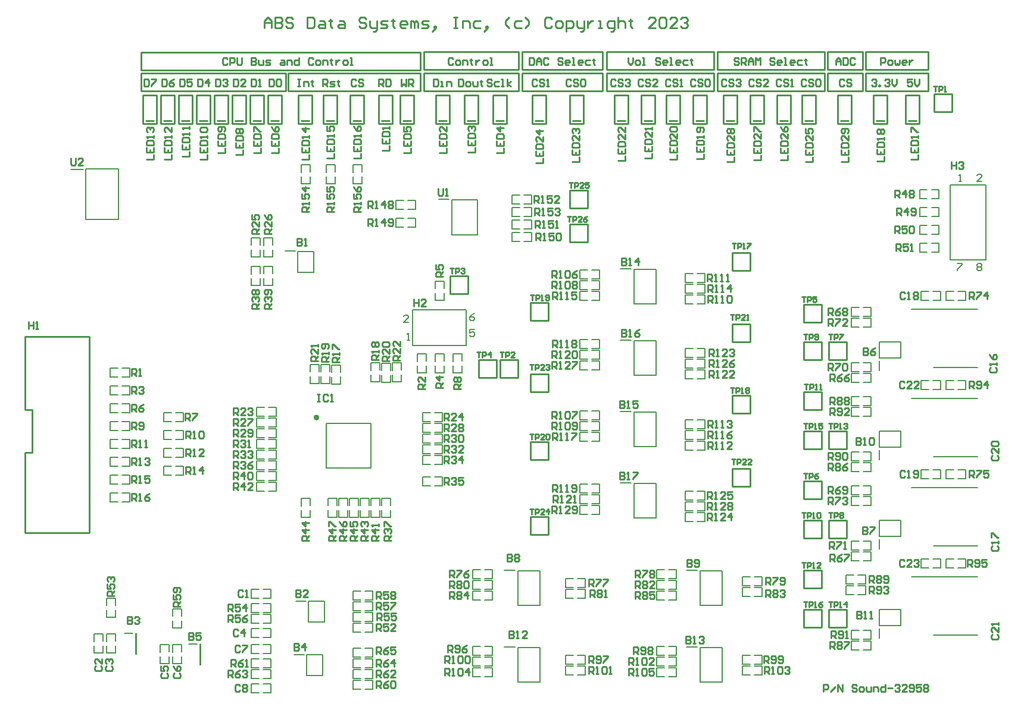
<source format=gto>
G04*
G04 #@! TF.GenerationSoftware,Altium Limited,Altium Designer,22.3.1 (43)*
G04*
G04 Layer_Color=65535*
%FSLAX25Y25*%
%MOIN*%
G70*
G04*
G04 #@! TF.SameCoordinates,D3354991-DD5C-4E6D-8F59-54D9BE61E837*
G04*
G04*
G04 #@! TF.FilePolarity,Positive*
G04*
G01*
G75*
%ADD10C,0.01575*%
%ADD11C,0.01000*%
%ADD12C,0.00787*%
%ADD13C,0.00500*%
%ADD14C,0.00800*%
D10*
X170776Y164748D02*
G03*
X170776Y164748I-787J0D01*
G01*
D11*
X477600Y359700D02*
X512600D01*
X477600Y369700D02*
X512600D01*
Y359700D02*
Y369700D01*
X477600Y359700D02*
Y369700D01*
X230200Y359700D02*
X283200D01*
X230200Y369700D02*
X283200D01*
Y359700D02*
Y369700D01*
X230200Y359700D02*
Y369700D01*
X332500Y359700D02*
X392500D01*
X332500Y369700D02*
X392500D01*
Y359700D02*
Y369700D01*
X332500Y359700D02*
Y369700D01*
X456100Y347700D02*
X475900D01*
X456100Y357700D02*
X475900D01*
Y347700D02*
Y357700D01*
X456100Y347700D02*
Y357700D01*
X230200Y347700D02*
X283200D01*
X230200Y357700D02*
X283200D01*
Y347700D02*
Y357700D01*
X230200Y347700D02*
Y357700D01*
X71750Y359500D02*
X228250D01*
X71750Y369500D02*
X228250D01*
Y359500D02*
Y369500D01*
X71750Y359500D02*
Y369500D01*
X154200Y347600D02*
X228200D01*
X154200Y357600D02*
X228200D01*
Y347600D02*
Y357600D01*
X154200Y347600D02*
Y357600D01*
X332500Y347700D02*
X392500D01*
X332500Y357700D02*
X392500D01*
Y347700D02*
Y357700D01*
X332500Y347700D02*
Y357700D01*
X71700Y347600D02*
X152700D01*
X71700Y357600D02*
X152700D01*
Y347600D02*
Y357600D01*
X71700Y347600D02*
Y357600D01*
X394500Y359700D02*
X454500D01*
X394500Y369700D02*
X454500D01*
Y359700D02*
Y369700D01*
X394500Y359700D02*
Y369700D01*
X456100Y359700D02*
X475900D01*
X456100Y369700D02*
X475900D01*
Y359700D02*
Y369700D01*
X456100Y359700D02*
Y369700D01*
X394500Y347700D02*
X454500D01*
X394500Y357700D02*
X454500D01*
Y347700D02*
Y357700D01*
X394500Y347700D02*
Y357700D01*
X477600Y347700D02*
X512600D01*
X477600Y357700D02*
X512600D01*
Y347700D02*
Y357700D01*
X477600Y347700D02*
Y357700D01*
X285200Y347700D02*
X330200D01*
X285200Y357700D02*
X330200D01*
Y347700D02*
Y357700D01*
X285200Y347700D02*
Y357700D01*
Y359700D02*
X330200D01*
X285200Y369700D02*
X330200D01*
Y359700D02*
Y369700D01*
X285200Y359700D02*
Y369700D01*
X413000Y207000D02*
Y217000D01*
X403000Y207000D02*
X413000D01*
X403000D02*
Y217000D01*
X413000D01*
X411000Y207000D02*
X413000D01*
X74500Y331000D02*
X79000D01*
X73000Y329500D02*
X80500D01*
Y345500D01*
X73000D02*
X80500D01*
X73000Y329500D02*
Y345500D01*
X463500Y331000D02*
X468000D01*
X462000Y329500D02*
X469500D01*
Y345500D01*
X462000D02*
X469500D01*
X462000Y329500D02*
Y345500D01*
X353500Y331000D02*
X358000D01*
X352000Y329500D02*
X359500D01*
Y345500D01*
X352000D02*
X359500D01*
X352000Y329500D02*
Y345500D01*
X313500Y331000D02*
X318000D01*
X312000Y329500D02*
X319500D01*
Y345500D01*
X312000D02*
X319500D01*
X312000Y329500D02*
Y345500D01*
X429500Y331000D02*
X434000D01*
X428000Y329500D02*
X435500D01*
Y345500D01*
X428000D02*
X435500D01*
X428000Y329500D02*
Y345500D01*
X104500Y331000D02*
X109000D01*
X103000Y329500D02*
X110500D01*
Y345500D01*
X103000D02*
X110500D01*
X103000Y329500D02*
Y345500D01*
X11000Y145000D02*
Y165000D01*
X7000Y145000D02*
X11000D01*
X7000Y169000D02*
Y210000D01*
Y100000D02*
Y145000D01*
Y100000D02*
X43000D01*
Y210000D01*
X7000D02*
X43000D01*
X7000Y169000D02*
X11000D01*
Y165000D02*
Y169000D01*
X367500Y331000D02*
X372000D01*
X366000Y329500D02*
X373500D01*
Y345500D01*
X366000D02*
X373500D01*
X366000Y329500D02*
Y345500D01*
X124500Y331000D02*
X129000D01*
X123000Y329500D02*
X130500D01*
Y345500D01*
X123000D02*
X130500D01*
X123000Y329500D02*
Y345500D01*
X144500Y331000D02*
X149000D01*
X143000Y329500D02*
X150500D01*
Y345500D01*
X143000D02*
X150500D01*
X143000Y329500D02*
Y345500D01*
X134500Y331000D02*
X139000D01*
X133000Y329500D02*
X140500D01*
Y345500D01*
X133000D02*
X140500D01*
X133000Y329500D02*
Y345500D01*
X175500Y331000D02*
X180000D01*
X174000Y329500D02*
X181500D01*
Y345500D01*
X174000D02*
X181500D01*
X174000Y329500D02*
Y345500D01*
X206500Y331000D02*
X211000D01*
X205000Y329500D02*
X212500D01*
Y345500D01*
X205000D02*
X212500D01*
X205000Y329500D02*
Y345500D01*
X501500Y331000D02*
X506000D01*
X500000Y329500D02*
X507500D01*
Y345500D01*
X500000D02*
X507500D01*
X500000Y329500D02*
Y345500D01*
X190500Y331000D02*
X195000D01*
X189000Y329500D02*
X196500D01*
Y345500D01*
X189000D02*
X196500D01*
X189000Y329500D02*
Y345500D01*
X84500Y331000D02*
X89000D01*
X83000Y329500D02*
X90500D01*
Y345500D01*
X83000D02*
X90500D01*
X83000Y329500D02*
Y345500D01*
X414500Y331000D02*
X419000D01*
X413000Y329500D02*
X420500D01*
Y345500D01*
X413000D02*
X420500D01*
X413000Y329500D02*
Y345500D01*
X270500Y331000D02*
X275000D01*
X269000Y329500D02*
X276500D01*
Y345500D01*
X269000D02*
X276500D01*
X269000Y329500D02*
Y345500D01*
X382500Y331000D02*
X387000D01*
X381000Y329500D02*
X388500D01*
Y345500D01*
X381000D02*
X388500D01*
X381000Y329500D02*
Y345500D01*
X483500Y331000D02*
X488000D01*
X482000Y329500D02*
X489500D01*
Y345500D01*
X482000D02*
X489500D01*
X482000Y329500D02*
Y345500D01*
X94500Y331000D02*
X99000D01*
X93000Y329500D02*
X100500D01*
Y345500D01*
X93000D02*
X100500D01*
X93000Y329500D02*
Y345500D01*
X292500Y331000D02*
X297000D01*
X291000Y329500D02*
X298500D01*
Y345500D01*
X291000D02*
X298500D01*
X291000Y329500D02*
Y345500D01*
X161500Y331000D02*
X166000D01*
X160000Y329500D02*
X167500D01*
Y345500D01*
X160000D02*
X167500D01*
X160000Y329500D02*
Y345500D01*
X399500Y331000D02*
X404000D01*
X398000Y329500D02*
X405500D01*
Y345500D01*
X398000D02*
X405500D01*
X398000Y329500D02*
Y345500D01*
X254500Y331000D02*
X259000D01*
X253000Y329500D02*
X260500D01*
Y345500D01*
X253000D02*
X260500D01*
X253000Y329500D02*
Y345500D01*
X238500Y331000D02*
X243000D01*
X237000Y329500D02*
X244500D01*
Y345500D01*
X237000D02*
X244500D01*
X237000Y329500D02*
Y345500D01*
X114500Y331000D02*
X119000D01*
X113000Y329500D02*
X120500D01*
Y345500D01*
X113000D02*
X120500D01*
X113000Y329500D02*
Y345500D01*
X443500Y331000D02*
X448000D01*
X442000Y329500D02*
X449500D01*
Y345500D01*
X442000D02*
X449500D01*
X442000Y329500D02*
Y345500D01*
X338500Y331000D02*
X343000D01*
X337000Y329500D02*
X344500D01*
Y345500D01*
X337000D02*
X344500D01*
X337000Y329500D02*
Y345500D01*
X218500Y331000D02*
X223000D01*
X217000Y329500D02*
X224500D01*
Y345500D01*
X217000D02*
X224500D01*
X217000Y329500D02*
Y345500D01*
X320000Y263000D02*
X322000D01*
X312000Y273000D02*
X322000D01*
X312000Y263000D02*
Y273000D01*
Y263000D02*
X322000D01*
Y273000D01*
X465000Y147000D02*
X467000D01*
X457000Y157000D02*
X467000D01*
X457000Y147000D02*
Y157000D01*
Y147000D02*
X467000D01*
Y157000D01*
X524000Y336000D02*
X526000D01*
X516000Y346000D02*
X526000D01*
X516000Y336000D02*
Y346000D01*
Y336000D02*
X526000D01*
Y346000D01*
X298000Y219000D02*
X300000D01*
X290000Y229000D02*
X300000D01*
X290000Y219000D02*
Y229000D01*
Y219000D02*
X300000D01*
Y229000D01*
X253000Y234000D02*
X255000D01*
X245000Y244000D02*
X255000D01*
X245000Y234000D02*
Y244000D01*
Y234000D02*
X255000D01*
Y244000D01*
X451000Y147000D02*
X453000D01*
X443000Y157000D02*
X453000D01*
X443000Y147000D02*
Y157000D01*
Y147000D02*
X453000D01*
Y157000D01*
X465000Y197000D02*
X467000D01*
X457000Y207000D02*
X467000D01*
X457000Y197000D02*
Y207000D01*
Y197000D02*
X467000D01*
Y207000D01*
X451000Y97000D02*
X453000D01*
X443000Y107000D02*
X453000D01*
X443000Y97000D02*
Y107000D01*
Y97000D02*
X453000D01*
Y107000D01*
X269000Y187000D02*
X271000D01*
X261000Y197000D02*
X271000D01*
X261000Y187000D02*
Y197000D01*
Y187000D02*
X271000D01*
Y197000D01*
X451000Y47000D02*
X453000D01*
X443000Y57000D02*
X453000D01*
X443000Y47000D02*
Y57000D01*
Y47000D02*
X453000D01*
Y57000D01*
X320000Y282000D02*
X322000D01*
X312000Y292000D02*
X322000D01*
X312000Y282000D02*
Y292000D01*
Y282000D02*
X322000D01*
Y292000D01*
X281000Y187000D02*
X283000D01*
X273000Y197000D02*
X283000D01*
X273000Y187000D02*
Y197000D01*
Y187000D02*
X283000D01*
Y197000D01*
X451000Y119000D02*
X453000D01*
X443000Y129000D02*
X453000D01*
X443000Y119000D02*
Y129000D01*
Y119000D02*
X453000D01*
Y129000D01*
X298000Y179000D02*
X300000D01*
X290000Y189000D02*
X300000D01*
X290000Y179000D02*
Y189000D01*
Y179000D02*
X300000D01*
Y189000D01*
X451000Y218000D02*
X453000D01*
X443000Y228000D02*
X453000D01*
X443000Y218000D02*
Y228000D01*
Y218000D02*
X453000D01*
Y228000D01*
X465000Y47000D02*
X467000D01*
X457000Y57000D02*
X467000D01*
X457000Y47000D02*
Y57000D01*
Y47000D02*
X467000D01*
Y57000D01*
X465000Y97000D02*
X467000D01*
X457000Y107000D02*
X467000D01*
X457000Y97000D02*
Y107000D01*
Y97000D02*
X467000D01*
Y107000D01*
X411000Y167000D02*
X413000D01*
X403000Y177000D02*
X413000D01*
X403000Y167000D02*
Y177000D01*
Y167000D02*
X413000D01*
Y177000D01*
X451000Y169000D02*
X453000D01*
X443000Y179000D02*
X453000D01*
X443000Y169000D02*
Y179000D01*
Y169000D02*
X453000D01*
Y179000D01*
X411000Y126000D02*
X413000D01*
X403000Y136000D02*
X413000D01*
X403000Y126000D02*
Y136000D01*
Y126000D02*
X413000D01*
Y136000D01*
X451000Y69000D02*
X453000D01*
X443000Y79000D02*
X453000D01*
X443000Y69000D02*
Y79000D01*
Y69000D02*
X453000D01*
Y79000D01*
X411000Y247000D02*
X413000D01*
X403000Y257000D02*
X413000D01*
X403000Y247000D02*
Y257000D01*
Y247000D02*
X413000D01*
Y257000D01*
X298000Y99000D02*
X300000D01*
X290000Y109000D02*
X300000D01*
X290000Y99000D02*
Y109000D01*
Y99000D02*
X300000D01*
Y109000D01*
X451000Y197000D02*
X453000D01*
X443000Y207000D02*
X453000D01*
X443000Y197000D02*
Y207000D01*
Y197000D02*
X453000D01*
Y207000D01*
X298000Y141000D02*
X300000D01*
X290000Y151000D02*
X300000D01*
X290000Y141000D02*
Y151000D01*
Y141000D02*
X300000D01*
Y151000D01*
X454000Y11000D02*
Y14999D01*
X455999D01*
X456666Y14332D01*
Y12999D01*
X455999Y12333D01*
X454000D01*
X457999Y11000D02*
X460665Y13666D01*
X461997Y11000D02*
Y14999D01*
X464663Y11000D01*
Y14999D01*
X472661Y14332D02*
X471994Y14999D01*
X470661D01*
X469995Y14332D01*
Y13666D01*
X470661Y12999D01*
X471994D01*
X472661Y12333D01*
Y11666D01*
X471994Y11000D01*
X470661D01*
X469995Y11666D01*
X474660Y11000D02*
X475993D01*
X476659Y11666D01*
Y12999D01*
X475993Y13666D01*
X474660D01*
X473993Y12999D01*
Y11666D01*
X474660Y11000D01*
X477992Y13666D02*
Y11666D01*
X478659Y11000D01*
X480658D01*
Y13666D01*
X481991Y11000D02*
Y13666D01*
X483990D01*
X484657Y12999D01*
Y11000D01*
X488656Y14999D02*
Y11000D01*
X486656D01*
X485990Y11666D01*
Y12999D01*
X486656Y13666D01*
X488656D01*
X489988Y12999D02*
X492654D01*
X493987Y14332D02*
X494654Y14999D01*
X495986D01*
X496653Y14332D01*
Y13666D01*
X495986Y12999D01*
X495320D01*
X495986D01*
X496653Y12333D01*
Y11666D01*
X495986Y11000D01*
X494654D01*
X493987Y11666D01*
X500652Y11000D02*
X497986D01*
X500652Y13666D01*
Y14332D01*
X499985Y14999D01*
X498652D01*
X497986Y14332D01*
X501985Y11666D02*
X502651Y11000D01*
X503984D01*
X504650Y11666D01*
Y14332D01*
X503984Y14999D01*
X502651D01*
X501985Y14332D01*
Y13666D01*
X502651Y12999D01*
X504650D01*
X508649Y14999D02*
X505983D01*
Y12999D01*
X507316Y13666D01*
X507983D01*
X508649Y12999D01*
Y11666D01*
X507983Y11000D01*
X506650D01*
X505983Y11666D01*
X509982Y14332D02*
X510648Y14999D01*
X511981D01*
X512648Y14332D01*
Y13666D01*
X511981Y12999D01*
X512648Y12333D01*
Y11666D01*
X511981Y11000D01*
X510648D01*
X509982Y11666D01*
Y12333D01*
X510648Y12999D01*
X509982Y13666D01*
Y14332D01*
X510648Y12999D02*
X511981D01*
X503666Y354499D02*
X501000D01*
Y352499D01*
X502333Y353166D01*
X502999D01*
X503666Y352499D01*
Y351166D01*
X502999Y350500D01*
X501666D01*
X501000Y351166D01*
X504999Y354499D02*
Y351833D01*
X506332Y350500D01*
X507664Y351833D01*
Y354499D01*
X481000Y353832D02*
X481666Y354499D01*
X482999D01*
X483666Y353832D01*
Y353166D01*
X482999Y352499D01*
X482333D01*
X482999D01*
X483666Y351833D01*
Y351166D01*
X482999Y350500D01*
X481666D01*
X481000Y351166D01*
X484999Y350500D02*
Y351166D01*
X485665D01*
Y350500D01*
X484999D01*
X488331Y353832D02*
X488997Y354499D01*
X490330D01*
X490997Y353832D01*
Y353166D01*
X490330Y352499D01*
X489664D01*
X490330D01*
X490997Y351833D01*
Y351166D01*
X490330Y350500D01*
X488997D01*
X488331Y351166D01*
X492330Y354499D02*
Y351833D01*
X493663Y350500D01*
X494995Y351833D01*
Y354499D01*
X430221Y353832D02*
X429555Y354499D01*
X428222D01*
X427555Y353832D01*
Y351166D01*
X428222Y350500D01*
X429555D01*
X430221Y351166D01*
X434220Y353832D02*
X433553Y354499D01*
X432220D01*
X431554Y353832D01*
Y353166D01*
X432220Y352499D01*
X433553D01*
X434220Y351833D01*
Y351166D01*
X433553Y350500D01*
X432220D01*
X431554Y351166D01*
X435553Y350500D02*
X436886D01*
X436219D01*
Y354499D01*
X435553Y353832D01*
X414943D02*
X414277Y354499D01*
X412944D01*
X412278Y353832D01*
Y351166D01*
X412944Y350500D01*
X414277D01*
X414943Y351166D01*
X418942Y353832D02*
X418276Y354499D01*
X416943D01*
X416276Y353832D01*
Y353166D01*
X416943Y352499D01*
X418276D01*
X418942Y351833D01*
Y351166D01*
X418276Y350500D01*
X416943D01*
X416276Y351166D01*
X422941Y350500D02*
X420275D01*
X422941Y353166D01*
Y353832D01*
X422274Y354499D01*
X420941D01*
X420275Y353832D01*
X399666D02*
X398999Y354499D01*
X397666D01*
X397000Y353832D01*
Y351166D01*
X397666Y350500D01*
X398999D01*
X399666Y351166D01*
X403664Y353832D02*
X402998Y354499D01*
X401665D01*
X400999Y353832D01*
Y353166D01*
X401665Y352499D01*
X402998D01*
X403664Y351833D01*
Y351166D01*
X402998Y350500D01*
X401665D01*
X400999Y351166D01*
X404997Y353832D02*
X405664Y354499D01*
X406997D01*
X407663Y353832D01*
Y353166D01*
X406997Y352499D01*
X406330D01*
X406997D01*
X407663Y351833D01*
Y351166D01*
X406997Y350500D01*
X405664D01*
X404997Y351166D01*
X444166Y353832D02*
X443499Y354499D01*
X442166D01*
X441500Y353832D01*
Y351166D01*
X442166Y350500D01*
X443499D01*
X444166Y351166D01*
X448165Y353832D02*
X447498Y354499D01*
X446165D01*
X445499Y353832D01*
Y353166D01*
X446165Y352499D01*
X447498D01*
X448165Y351833D01*
Y351166D01*
X447498Y350500D01*
X446165D01*
X445499Y351166D01*
X449497Y353832D02*
X450164Y354499D01*
X451497D01*
X452163Y353832D01*
Y351166D01*
X451497Y350500D01*
X450164D01*
X449497Y351166D01*
Y353832D01*
X289300Y366499D02*
Y362500D01*
X291299D01*
X291966Y363166D01*
Y365832D01*
X291299Y366499D01*
X289300D01*
X293299Y362500D02*
Y365166D01*
X294632Y366499D01*
X295965Y365166D01*
Y362500D01*
Y364499D01*
X293299D01*
X299963Y365832D02*
X299297Y366499D01*
X297964D01*
X297297Y365832D01*
Y363166D01*
X297964Y362500D01*
X299297D01*
X299963Y363166D01*
X307961Y365832D02*
X307294Y366499D01*
X305961D01*
X305295Y365832D01*
Y365166D01*
X305961Y364499D01*
X307294D01*
X307961Y363833D01*
Y363166D01*
X307294Y362500D01*
X305961D01*
X305295Y363166D01*
X311293Y362500D02*
X309960D01*
X309294Y363166D01*
Y364499D01*
X309960Y365166D01*
X311293D01*
X311959Y364499D01*
Y363833D01*
X309294D01*
X313292Y362500D02*
X314625D01*
X313959D01*
Y366499D01*
X313292D01*
X318624Y362500D02*
X317291D01*
X316624Y363166D01*
Y364499D01*
X317291Y365166D01*
X318624D01*
X319290Y364499D01*
Y363833D01*
X316624D01*
X323289Y365166D02*
X321290D01*
X320623Y364499D01*
Y363166D01*
X321290Y362500D01*
X323289D01*
X325288Y365832D02*
Y365166D01*
X324622D01*
X325955D01*
X325288D01*
Y363166D01*
X325955Y362500D01*
X486000D02*
Y366499D01*
X487999D01*
X488666Y365832D01*
Y364499D01*
X487999Y363833D01*
X486000D01*
X490665Y362500D02*
X491998D01*
X492664Y363166D01*
Y364499D01*
X491998Y365166D01*
X490665D01*
X489999Y364499D01*
Y363166D01*
X490665Y362500D01*
X493997Y365166D02*
Y363166D01*
X494664Y362500D01*
X495330Y363166D01*
X495997Y362500D01*
X496663Y363166D01*
Y365166D01*
X499996Y362500D02*
X498663D01*
X497996Y363166D01*
Y364499D01*
X498663Y365166D01*
X499996D01*
X500662Y364499D01*
Y363833D01*
X497996D01*
X501995Y365166D02*
Y362500D01*
Y363833D01*
X502661Y364499D01*
X503328Y365166D01*
X503994D01*
X461000Y362500D02*
Y365166D01*
X462333Y366499D01*
X463666Y365166D01*
Y362500D01*
Y364499D01*
X461000D01*
X464999Y366499D02*
Y362500D01*
X466998D01*
X467664Y363166D01*
Y365832D01*
X466998Y366499D01*
X464999D01*
X471663Y365832D02*
X470997Y366499D01*
X469664D01*
X468997Y365832D01*
Y363166D01*
X469664Y362500D01*
X470997D01*
X471663Y363166D01*
X406666Y365832D02*
X405999Y366499D01*
X404666D01*
X404000Y365832D01*
Y365166D01*
X404666Y364499D01*
X405999D01*
X406666Y363833D01*
Y363166D01*
X405999Y362500D01*
X404666D01*
X404000Y363166D01*
X407999Y362500D02*
Y366499D01*
X409998D01*
X410665Y365832D01*
Y364499D01*
X409998Y363833D01*
X407999D01*
X409332D02*
X410665Y362500D01*
X411997D02*
Y365166D01*
X413330Y366499D01*
X414663Y365166D01*
Y362500D01*
Y364499D01*
X411997D01*
X415996Y362500D02*
Y366499D01*
X417329Y365166D01*
X418662Y366499D01*
Y362500D01*
X426659Y365832D02*
X425993Y366499D01*
X424660D01*
X423993Y365832D01*
Y365166D01*
X424660Y364499D01*
X425993D01*
X426659Y363833D01*
Y363166D01*
X425993Y362500D01*
X424660D01*
X423993Y363166D01*
X429992Y362500D02*
X428659D01*
X427992Y363166D01*
Y364499D01*
X428659Y365166D01*
X429992D01*
X430658Y364499D01*
Y363833D01*
X427992D01*
X431991Y362500D02*
X433324D01*
X432657D01*
Y366499D01*
X431991D01*
X437323Y362500D02*
X435990D01*
X435323Y363166D01*
Y364499D01*
X435990Y365166D01*
X437323D01*
X437989Y364499D01*
Y363833D01*
X435323D01*
X441988Y365166D02*
X439988D01*
X439322Y364499D01*
Y363166D01*
X439988Y362500D01*
X441988D01*
X443987Y365832D02*
Y365166D01*
X443321D01*
X444654D01*
X443987D01*
Y363166D01*
X444654Y362500D01*
X344500Y366499D02*
Y363833D01*
X345833Y362500D01*
X347166Y363833D01*
Y366499D01*
X349165Y362500D02*
X350498D01*
X351165Y363166D01*
Y364499D01*
X350498Y365166D01*
X349165D01*
X348499Y364499D01*
Y363166D01*
X349165Y362500D01*
X352497D02*
X353830D01*
X353164D01*
Y366499D01*
X352497D01*
X362494Y365832D02*
X361828Y366499D01*
X360495D01*
X359828Y365832D01*
Y365166D01*
X360495Y364499D01*
X361828D01*
X362494Y363833D01*
Y363166D01*
X361828Y362500D01*
X360495D01*
X359828Y363166D01*
X365827Y362500D02*
X364494D01*
X363827Y363166D01*
Y364499D01*
X364494Y365166D01*
X365827D01*
X366493Y364499D01*
Y363833D01*
X363827D01*
X367826Y362500D02*
X369159D01*
X368492D01*
Y366499D01*
X367826D01*
X373157Y362500D02*
X371825D01*
X371158Y363166D01*
Y364499D01*
X371825Y365166D01*
X373157D01*
X373824Y364499D01*
Y363833D01*
X371158D01*
X377823Y365166D02*
X375823D01*
X375157Y364499D01*
Y363166D01*
X375823Y362500D01*
X377823D01*
X379822Y365832D02*
Y365166D01*
X379155D01*
X380488D01*
X379822D01*
Y363166D01*
X380488Y362500D01*
X246666Y365832D02*
X245999Y366499D01*
X244666D01*
X244000Y365832D01*
Y363166D01*
X244666Y362500D01*
X245999D01*
X246666Y363166D01*
X248665Y362500D02*
X249998D01*
X250664Y363166D01*
Y364499D01*
X249998Y365166D01*
X248665D01*
X247999Y364499D01*
Y363166D01*
X248665Y362500D01*
X251997D02*
Y365166D01*
X253997D01*
X254663Y364499D01*
Y362500D01*
X256663Y365832D02*
Y365166D01*
X255996D01*
X257329D01*
X256663D01*
Y363166D01*
X257329Y362500D01*
X259328Y365166D02*
Y362500D01*
Y363833D01*
X259995Y364499D01*
X260661Y365166D01*
X261328D01*
X263994Y362500D02*
X265326D01*
X265993Y363166D01*
Y364499D01*
X265326Y365166D01*
X263994D01*
X263327Y364499D01*
Y363166D01*
X263994Y362500D01*
X267326D02*
X268659D01*
X267992D01*
Y366499D01*
X267326D01*
X382166Y353832D02*
X381499Y354499D01*
X380166D01*
X379500Y353832D01*
Y351166D01*
X380166Y350500D01*
X381499D01*
X382166Y351166D01*
X386164Y353832D02*
X385498Y354499D01*
X384165D01*
X383499Y353832D01*
Y353166D01*
X384165Y352499D01*
X385498D01*
X386164Y351833D01*
Y351166D01*
X385498Y350500D01*
X384165D01*
X383499Y351166D01*
X387497Y353832D02*
X388164Y354499D01*
X389497D01*
X390163Y353832D01*
Y351166D01*
X389497Y350500D01*
X388164D01*
X387497Y351166D01*
Y353832D01*
X465666D02*
X464999Y354499D01*
X463666D01*
X463000Y353832D01*
Y351166D01*
X463666Y350500D01*
X464999D01*
X465666Y351166D01*
X469664Y353832D02*
X468998Y354499D01*
X467665D01*
X466999Y353832D01*
Y353166D01*
X467665Y352499D01*
X468998D01*
X469664Y351833D01*
Y351166D01*
X468998Y350500D01*
X467665D01*
X466999Y351166D01*
X337666Y353832D02*
X336999Y354499D01*
X335666D01*
X335000Y353832D01*
Y351166D01*
X335666Y350500D01*
X336999D01*
X337666Y351166D01*
X341665Y353832D02*
X340998Y354499D01*
X339665D01*
X338999Y353832D01*
Y353166D01*
X339665Y352499D01*
X340998D01*
X341665Y351833D01*
Y351166D01*
X340998Y350500D01*
X339665D01*
X338999Y351166D01*
X342997Y353832D02*
X343664Y354499D01*
X344997D01*
X345663Y353832D01*
Y353166D01*
X344997Y352499D01*
X344330D01*
X344997D01*
X345663Y351833D01*
Y351166D01*
X344997Y350500D01*
X343664D01*
X342997Y351166D01*
X352943Y353832D02*
X352277Y354499D01*
X350944D01*
X350278Y353832D01*
Y351166D01*
X350944Y350500D01*
X352277D01*
X352943Y351166D01*
X356942Y353832D02*
X356276Y354499D01*
X354943D01*
X354276Y353832D01*
Y353166D01*
X354943Y352499D01*
X356276D01*
X356942Y351833D01*
Y351166D01*
X356276Y350500D01*
X354943D01*
X354276Y351166D01*
X360941Y350500D02*
X358275D01*
X360941Y353166D01*
Y353832D01*
X360274Y354499D01*
X358942D01*
X358275Y353832D01*
X368221D02*
X367555Y354499D01*
X366222D01*
X365555Y353832D01*
Y351166D01*
X366222Y350500D01*
X367555D01*
X368221Y351166D01*
X372220Y353832D02*
X371553Y354499D01*
X370220D01*
X369554Y353832D01*
Y353166D01*
X370220Y352499D01*
X371553D01*
X372220Y351833D01*
Y351166D01*
X371553Y350500D01*
X370220D01*
X369554Y351166D01*
X373553Y350500D02*
X374886D01*
X374219D01*
Y354499D01*
X373553Y353832D01*
X293666D02*
X292999Y354499D01*
X291666D01*
X291000Y353832D01*
Y351166D01*
X291666Y350500D01*
X292999D01*
X293666Y351166D01*
X297664Y353832D02*
X296998Y354499D01*
X295665D01*
X294999Y353832D01*
Y353166D01*
X295665Y352499D01*
X296998D01*
X297664Y351833D01*
Y351166D01*
X296998Y350500D01*
X295665D01*
X294999Y351166D01*
X298997Y350500D02*
X300330D01*
X299664D01*
Y354499D01*
X298997Y353832D01*
X312666D02*
X311999Y354499D01*
X310666D01*
X310000Y353832D01*
Y351166D01*
X310666Y350500D01*
X311999D01*
X312666Y351166D01*
X316665Y353832D02*
X315998Y354499D01*
X314665D01*
X313999Y353832D01*
Y353166D01*
X314665Y352499D01*
X315998D01*
X316665Y351833D01*
Y351166D01*
X315998Y350500D01*
X314665D01*
X313999Y351166D01*
X317997Y353832D02*
X318664Y354499D01*
X319997D01*
X320663Y353832D01*
Y351166D01*
X319997Y350500D01*
X318664D01*
X317997Y351166D01*
Y353832D01*
X235500Y354499D02*
Y350500D01*
X237499D01*
X238166Y351166D01*
Y353832D01*
X237499Y354499D01*
X235500D01*
X239499Y350500D02*
X240832D01*
X240165D01*
Y353166D01*
X239499D01*
X242831Y350500D02*
Y353166D01*
X244830D01*
X245497Y352499D01*
Y350500D01*
X249500Y354499D02*
Y350500D01*
X251499D01*
X252166Y351166D01*
Y353832D01*
X251499Y354499D01*
X249500D01*
X254165Y350500D02*
X255498D01*
X256165Y351166D01*
Y352499D01*
X255498Y353166D01*
X254165D01*
X253499Y352499D01*
Y351166D01*
X254165Y350500D01*
X257497Y353166D02*
Y351166D01*
X258164Y350500D01*
X260163D01*
Y353166D01*
X262163Y353832D02*
Y353166D01*
X261496D01*
X262829D01*
X262163D01*
Y351166D01*
X262829Y350500D01*
X268166Y353832D02*
X267499Y354499D01*
X266166D01*
X265500Y353832D01*
Y353166D01*
X266166Y352499D01*
X267499D01*
X268166Y351833D01*
Y351166D01*
X267499Y350500D01*
X266166D01*
X265500Y351166D01*
X272165Y353166D02*
X270165D01*
X269499Y352499D01*
Y351166D01*
X270165Y350500D01*
X272165D01*
X273497D02*
X274830D01*
X274164D01*
Y354499D01*
X273497D01*
X276830Y350500D02*
Y354499D01*
Y351833D02*
X278829Y353166D01*
X276830Y351833D02*
X278829Y350500D01*
X141000Y382999D02*
Y386998D01*
X142999Y388997D01*
X144999Y386998D01*
Y382999D01*
Y385998D01*
X141000D01*
X146998Y388997D02*
Y382999D01*
X149997D01*
X150997Y383999D01*
Y384999D01*
X149997Y385998D01*
X146998D01*
X149997D01*
X150997Y386998D01*
Y387998D01*
X149997Y388997D01*
X146998D01*
X156995Y387998D02*
X155995Y388997D01*
X153996D01*
X152996Y387998D01*
Y386998D01*
X153996Y385998D01*
X155995D01*
X156995Y384999D01*
Y383999D01*
X155995Y382999D01*
X153996D01*
X152996Y383999D01*
X164992Y388997D02*
Y382999D01*
X167991D01*
X168991Y383999D01*
Y387998D01*
X167991Y388997D01*
X164992D01*
X171990Y386998D02*
X173989D01*
X174989Y385998D01*
Y382999D01*
X171990D01*
X170990Y383999D01*
X171990Y384999D01*
X174989D01*
X177988Y387998D02*
Y386998D01*
X176988D01*
X178988D01*
X177988D01*
Y383999D01*
X178988Y382999D01*
X182986Y386998D02*
X184986D01*
X185985Y385998D01*
Y382999D01*
X182986D01*
X181987Y383999D01*
X182986Y384999D01*
X185985D01*
X197982Y387998D02*
X196982Y388997D01*
X194983D01*
X193983Y387998D01*
Y386998D01*
X194983Y385998D01*
X196982D01*
X197982Y384999D01*
Y383999D01*
X196982Y382999D01*
X194983D01*
X193983Y383999D01*
X199981Y386998D02*
Y383999D01*
X200981Y382999D01*
X203980D01*
Y382000D01*
X202980Y381000D01*
X201980D01*
X203980Y382999D02*
Y386998D01*
X205979Y382999D02*
X208978D01*
X209978Y383999D01*
X208978Y384999D01*
X206979D01*
X205979Y385998D01*
X206979Y386998D01*
X209978D01*
X212977Y387998D02*
Y386998D01*
X211977D01*
X213976D01*
X212977D01*
Y383999D01*
X213976Y382999D01*
X219974D02*
X217975D01*
X216975Y383999D01*
Y385998D01*
X217975Y386998D01*
X219974D01*
X220974Y385998D01*
Y384999D01*
X216975D01*
X222973Y382999D02*
Y386998D01*
X223973D01*
X224973Y385998D01*
Y382999D01*
Y385998D01*
X225973Y386998D01*
X226972Y385998D01*
Y382999D01*
X228972D02*
X231971D01*
X232970Y383999D01*
X231971Y384999D01*
X229971D01*
X228972Y385998D01*
X229971Y386998D01*
X232970D01*
X235969Y382000D02*
X236969Y382999D01*
Y383999D01*
X235969D01*
Y382999D01*
X236969D01*
X235969Y382000D01*
X234970Y381000D01*
X246966Y388997D02*
X248965D01*
X247965D01*
Y382999D01*
X246966D01*
X248965D01*
X251964D02*
Y386998D01*
X254963D01*
X255963Y385998D01*
Y382999D01*
X261961Y386998D02*
X258962D01*
X257962Y385998D01*
Y383999D01*
X258962Y382999D01*
X261961D01*
X264960Y382000D02*
X265960Y382999D01*
Y383999D01*
X264960D01*
Y382999D01*
X265960D01*
X264960Y382000D01*
X263960Y381000D01*
X277956Y382999D02*
X275956Y384999D01*
Y386998D01*
X277956Y388997D01*
X284953Y386998D02*
X281954D01*
X280955Y385998D01*
Y383999D01*
X281954Y382999D01*
X284953D01*
X286953D02*
X288952Y384999D01*
Y386998D01*
X286953Y388997D01*
X301948Y387998D02*
X300948Y388997D01*
X298949D01*
X297949Y387998D01*
Y383999D01*
X298949Y382999D01*
X300948D01*
X301948Y383999D01*
X304947Y382999D02*
X306946D01*
X307946Y383999D01*
Y385998D01*
X306946Y386998D01*
X304947D01*
X303947Y385998D01*
Y383999D01*
X304947Y382999D01*
X309945Y381000D02*
Y386998D01*
X312944D01*
X313944Y385998D01*
Y383999D01*
X312944Y382999D01*
X309945D01*
X315943Y386998D02*
Y383999D01*
X316943Y382999D01*
X319942D01*
Y382000D01*
X318942Y381000D01*
X317943D01*
X319942Y382999D02*
Y386998D01*
X321941D02*
Y382999D01*
Y384999D01*
X322941Y385998D01*
X323941Y386998D01*
X324940D01*
X327940Y382999D02*
X329939D01*
X328939D01*
Y386998D01*
X327940D01*
X334937Y381000D02*
X335937D01*
X336937Y382000D01*
Y386998D01*
X333938D01*
X332938Y385998D01*
Y383999D01*
X333938Y382999D01*
X336937D01*
X338936Y388997D02*
Y382999D01*
Y385998D01*
X339936Y386998D01*
X341935D01*
X342935Y385998D01*
Y382999D01*
X345934Y387998D02*
Y386998D01*
X344934D01*
X346933D01*
X345934D01*
Y383999D01*
X346933Y382999D01*
X359929D02*
X355930D01*
X359929Y386998D01*
Y387998D01*
X358929Y388997D01*
X356930D01*
X355930Y387998D01*
X361929D02*
X362928Y388997D01*
X364928D01*
X365927Y387998D01*
Y383999D01*
X364928Y382999D01*
X362928D01*
X361929Y383999D01*
Y387998D01*
X371925Y382999D02*
X367927D01*
X371925Y386998D01*
Y387998D01*
X370926Y388997D01*
X368926D01*
X367927Y387998D01*
X373925D02*
X374924Y388997D01*
X376924D01*
X377923Y387998D01*
Y386998D01*
X376924Y385998D01*
X375924D01*
X376924D01*
X377923Y384999D01*
Y383999D01*
X376924Y382999D01*
X374924D01*
X373925Y383999D01*
X123500Y354499D02*
Y350500D01*
X125499D01*
X126166Y351166D01*
Y353832D01*
X125499Y354499D01*
X123500D01*
X130165Y350500D02*
X127499D01*
X130165Y353166D01*
Y353832D01*
X129498Y354499D01*
X128165D01*
X127499Y353832D01*
X217500Y354499D02*
Y350500D01*
X218833Y351833D01*
X220166Y350500D01*
Y354499D01*
X221499Y350500D02*
Y354499D01*
X223498D01*
X224165Y353832D01*
Y352499D01*
X223498Y351833D01*
X221499D01*
X222832D02*
X224165Y350500D01*
X133500Y354499D02*
Y350500D01*
X135499D01*
X136166Y351166D01*
Y353832D01*
X135499Y354499D01*
X133500D01*
X137499Y350500D02*
X138832D01*
X138165D01*
Y354499D01*
X137499Y353832D01*
X143500Y354499D02*
Y350500D01*
X145499D01*
X146166Y351166D01*
Y353832D01*
X145499Y354499D01*
X143500D01*
X147499Y353832D02*
X148165Y354499D01*
X149498D01*
X150164Y353832D01*
Y351166D01*
X149498Y350500D01*
X148165D01*
X147499Y351166D01*
Y353832D01*
X159500Y354499D02*
X160833D01*
X160167D01*
Y350500D01*
X159500D01*
X160833D01*
X162832D02*
Y353166D01*
X164832D01*
X165498Y352499D01*
Y350500D01*
X167497Y353832D02*
Y353166D01*
X166831D01*
X168164D01*
X167497D01*
Y351166D01*
X168164Y350500D01*
X173500D02*
Y354499D01*
X175499D01*
X176166Y353832D01*
Y352499D01*
X175499Y351833D01*
X173500D01*
X174833D02*
X176166Y350500D01*
X177499D02*
X179498D01*
X180165Y351166D01*
X179498Y351833D01*
X178165D01*
X177499Y352499D01*
X178165Y353166D01*
X180165D01*
X182164Y353832D02*
Y353166D01*
X181497D01*
X182830D01*
X182164D01*
Y351166D01*
X182830Y350500D01*
X192166Y353832D02*
X191499Y354499D01*
X190166D01*
X189500Y353832D01*
Y351166D01*
X190166Y350500D01*
X191499D01*
X192166Y351166D01*
X196165Y353832D02*
X195498Y354499D01*
X194165D01*
X193499Y353832D01*
Y353166D01*
X194165Y352499D01*
X195498D01*
X196165Y351833D01*
Y351166D01*
X195498Y350500D01*
X194165D01*
X193499Y351166D01*
X120166Y365832D02*
X119499Y366499D01*
X118166D01*
X117500Y365832D01*
Y363166D01*
X118166Y362500D01*
X119499D01*
X120166Y363166D01*
X121499Y362500D02*
Y366499D01*
X123498D01*
X124164Y365832D01*
Y364499D01*
X123498Y363833D01*
X121499D01*
X125497Y366499D02*
Y363166D01*
X126164Y362500D01*
X127497D01*
X128163Y363166D01*
Y366499D01*
X133495D02*
Y362500D01*
X135494D01*
X136161Y363166D01*
Y363833D01*
X135494Y364499D01*
X133495D01*
X135494D01*
X136161Y365166D01*
Y365832D01*
X135494Y366499D01*
X133495D01*
X137494Y365166D02*
Y363166D01*
X138160Y362500D01*
X140159D01*
Y365166D01*
X141492Y362500D02*
X143492D01*
X144158Y363166D01*
X143492Y363833D01*
X142159D01*
X141492Y364499D01*
X142159Y365166D01*
X144158D01*
X150156D02*
X151489D01*
X152155Y364499D01*
Y362500D01*
X150156D01*
X149490Y363166D01*
X150156Y363833D01*
X152155D01*
X153488Y362500D02*
Y365166D01*
X155488D01*
X156154Y364499D01*
Y362500D01*
X160153Y366499D02*
Y362500D01*
X158153D01*
X157487Y363166D01*
Y364499D01*
X158153Y365166D01*
X160153D01*
X168150Y365832D02*
X167484Y366499D01*
X166151D01*
X165484Y365832D01*
Y363166D01*
X166151Y362500D01*
X167484D01*
X168150Y363166D01*
X170150Y362500D02*
X171483D01*
X172149Y363166D01*
Y364499D01*
X171483Y365166D01*
X170150D01*
X169483Y364499D01*
Y363166D01*
X170150Y362500D01*
X173482D02*
Y365166D01*
X175481D01*
X176148Y364499D01*
Y362500D01*
X178147Y365832D02*
Y365166D01*
X177481D01*
X178814D01*
X178147D01*
Y363166D01*
X178814Y362500D01*
X180813Y365166D02*
Y362500D01*
Y363833D01*
X181479Y364499D01*
X182146Y365166D01*
X182812D01*
X185478Y362500D02*
X186811D01*
X187477Y363166D01*
Y364499D01*
X186811Y365166D01*
X185478D01*
X184812Y364499D01*
Y363166D01*
X185478Y362500D01*
X188810D02*
X190143D01*
X189477D01*
Y366499D01*
X188810D01*
X93500Y354499D02*
Y350500D01*
X95499D01*
X96166Y351166D01*
Y353832D01*
X95499Y354499D01*
X93500D01*
X100164D02*
X97499D01*
Y352499D01*
X98832Y353166D01*
X99498D01*
X100164Y352499D01*
Y351166D01*
X99498Y350500D01*
X98165D01*
X97499Y351166D01*
X83500Y354499D02*
Y350500D01*
X85499D01*
X86166Y351166D01*
Y353832D01*
X85499Y354499D01*
X83500D01*
X90165D02*
X88832Y353832D01*
X87499Y352499D01*
Y351166D01*
X88165Y350500D01*
X89498D01*
X90165Y351166D01*
Y351833D01*
X89498Y352499D01*
X87499D01*
X73500Y354499D02*
Y350500D01*
X75499D01*
X76166Y351166D01*
Y353832D01*
X75499Y354499D01*
X73500D01*
X77499D02*
X80164D01*
Y353832D01*
X77499Y351166D01*
Y350500D01*
X103500Y354499D02*
Y350500D01*
X105499D01*
X106166Y351166D01*
Y353832D01*
X105499Y354499D01*
X103500D01*
X109498Y350500D02*
Y354499D01*
X107499Y352499D01*
X110164D01*
X113500Y354499D02*
Y350500D01*
X115499D01*
X116166Y351166D01*
Y353832D01*
X115499Y354499D01*
X113500D01*
X117499Y353832D02*
X118165Y354499D01*
X119498D01*
X120165Y353832D01*
Y353166D01*
X119498Y352499D01*
X118832D01*
X119498D01*
X120165Y351833D01*
Y351166D01*
X119498Y350500D01*
X118165D01*
X117499Y351166D01*
X205000Y350500D02*
Y354499D01*
X206999D01*
X207666Y353832D01*
Y352499D01*
X206999Y351833D01*
X205000D01*
X206333D02*
X207666Y350500D01*
X208999Y354499D02*
Y350500D01*
X210998D01*
X211665Y351166D01*
Y353832D01*
X210998Y354499D01*
X208999D01*
X479668Y72001D02*
Y75999D01*
X481668D01*
X482334Y75333D01*
Y74000D01*
X481668Y73334D01*
X479668D01*
X481001D02*
X482334Y72001D01*
X483667Y75333D02*
X484334Y75999D01*
X485666D01*
X486333Y75333D01*
Y74666D01*
X485666Y74000D01*
X486333Y73334D01*
Y72667D01*
X485666Y72001D01*
X484334D01*
X483667Y72667D01*
Y73334D01*
X484334Y74000D01*
X483667Y74666D01*
Y75333D01*
X484334Y74000D02*
X485666D01*
X487666Y72667D02*
X488332Y72001D01*
X489665D01*
X490332Y72667D01*
Y75333D01*
X489665Y75999D01*
X488332D01*
X487666Y75333D01*
Y74666D01*
X488332Y74000D01*
X490332D01*
X32668Y309999D02*
Y306667D01*
X33334Y306001D01*
X34667D01*
X35334Y306667D01*
Y309999D01*
X39332Y306001D02*
X36667D01*
X39332Y308666D01*
Y309333D01*
X38666Y309999D01*
X37333D01*
X36667Y309333D01*
X238334Y292999D02*
Y289667D01*
X239001Y289001D01*
X240334D01*
X241000Y289667D01*
Y292999D01*
X242333Y289001D02*
X243666D01*
X242999D01*
Y292999D01*
X242333Y292333D01*
X310502Y277500D02*
X312501D01*
X311502D01*
Y274500D01*
X313501D02*
Y277500D01*
X315000D01*
X315500Y277000D01*
Y276000D01*
X315000Y275500D01*
X313501D01*
X318499Y274500D02*
X316500D01*
X318499Y276500D01*
Y277000D01*
X317999Y277500D01*
X317000D01*
X316500Y277000D01*
X321498Y277500D02*
X320498Y277000D01*
X319499Y276000D01*
Y275000D01*
X319999Y274500D01*
X320998D01*
X321498Y275000D01*
Y275500D01*
X320998Y276000D01*
X319499D01*
X311502Y296499D02*
X313501D01*
X312502D01*
Y293500D01*
X314501D02*
Y296499D01*
X316000D01*
X316500Y296000D01*
Y295000D01*
X316000Y294500D01*
X314501D01*
X319499Y293500D02*
X317500D01*
X319499Y295500D01*
Y296000D01*
X318999Y296499D01*
X318000D01*
X317500Y296000D01*
X322498Y296499D02*
X320499D01*
Y295000D01*
X321498Y295500D01*
X321998D01*
X322498Y295000D01*
Y294000D01*
X321998Y293500D01*
X320999D01*
X320499Y294000D01*
X289502Y113499D02*
X291501D01*
X290501D01*
Y110501D01*
X292501D02*
Y113499D01*
X294000D01*
X294500Y113000D01*
Y112000D01*
X294000Y111500D01*
X292501D01*
X297499Y110501D02*
X295500D01*
X297499Y112500D01*
Y113000D01*
X296999Y113499D01*
X296000D01*
X295500Y113000D01*
X299998Y110501D02*
Y113499D01*
X298499Y112000D01*
X300498D01*
X289502Y194500D02*
X291501D01*
X290501D01*
Y191500D01*
X292501D02*
Y194500D01*
X294000D01*
X294500Y194000D01*
Y193000D01*
X294000Y192500D01*
X292501D01*
X297499Y191500D02*
X295500D01*
X297499Y193500D01*
Y194000D01*
X296999Y194500D01*
X296000D01*
X295500Y194000D01*
X298499D02*
X298999Y194500D01*
X299998D01*
X300498Y194000D01*
Y193500D01*
X299998Y193000D01*
X299499D01*
X299998D01*
X300498Y192500D01*
Y192000D01*
X299998Y191500D01*
X298999D01*
X298499Y192000D01*
X402502Y141499D02*
X404501D01*
X403502D01*
Y138500D01*
X405501D02*
Y141499D01*
X407000D01*
X407500Y141000D01*
Y140000D01*
X407000Y139500D01*
X405501D01*
X410499Y138500D02*
X408500D01*
X410499Y140500D01*
Y141000D01*
X409999Y141499D01*
X409000D01*
X408500Y141000D01*
X413498Y138500D02*
X411499D01*
X413498Y140500D01*
Y141000D01*
X412998Y141499D01*
X411999D01*
X411499Y141000D01*
X402002Y222499D02*
X404001D01*
X403001D01*
Y219500D01*
X405001D02*
Y222499D01*
X406500D01*
X407000Y222000D01*
Y221000D01*
X406500Y220500D01*
X405001D01*
X409999Y219500D02*
X408000D01*
X409999Y221500D01*
Y222000D01*
X409499Y222499D01*
X408499D01*
X408000Y222000D01*
X410999Y219500D02*
X411998D01*
X411498D01*
Y222499D01*
X410999Y222000D01*
X289502Y155499D02*
X291501D01*
X290501D01*
Y152500D01*
X292501D02*
Y155499D01*
X294000D01*
X294500Y155000D01*
Y154000D01*
X294000Y153500D01*
X292501D01*
X297499Y152500D02*
X295500D01*
X297499Y154500D01*
Y155000D01*
X296999Y155499D01*
X296000D01*
X295500Y155000D01*
X298499D02*
X298999Y155499D01*
X299998D01*
X300498Y155000D01*
Y153000D01*
X299998Y152500D01*
X298999D01*
X298499Y153000D01*
Y155000D01*
X289752Y233500D02*
X291751D01*
X290751D01*
Y230501D01*
X292751D02*
Y233500D01*
X294250D01*
X294750Y233000D01*
Y232000D01*
X294250Y231500D01*
X292751D01*
X295750Y230501D02*
X296749D01*
X296250D01*
Y233500D01*
X295750Y233000D01*
X298249Y231000D02*
X298749Y230501D01*
X299748D01*
X300248Y231000D01*
Y233000D01*
X299748Y233500D01*
X298749D01*
X298249Y233000D01*
Y232500D01*
X298749Y232000D01*
X300248D01*
X401752Y181500D02*
X403751D01*
X402751D01*
Y178500D01*
X404751D02*
Y181500D01*
X406250D01*
X406750Y181000D01*
Y180000D01*
X406250Y179500D01*
X404751D01*
X407750Y178500D02*
X408749D01*
X408250D01*
Y181500D01*
X407750Y181000D01*
X410249D02*
X410749Y181500D01*
X411749D01*
X412248Y181000D01*
Y180500D01*
X411749Y180000D01*
X412248Y179500D01*
Y179000D01*
X411749Y178500D01*
X410749D01*
X410249Y179000D01*
Y179500D01*
X410749Y180000D01*
X410249Y180500D01*
Y181000D01*
X410749Y180000D02*
X411749D01*
X402752Y262499D02*
X404751D01*
X403751D01*
Y259501D01*
X405751D02*
Y262499D01*
X407250D01*
X407750Y262000D01*
Y261000D01*
X407250Y260500D01*
X405751D01*
X408750Y259501D02*
X409749D01*
X409250D01*
Y262499D01*
X408750Y262000D01*
X411249Y262499D02*
X413248D01*
Y262000D01*
X411249Y260000D01*
Y259501D01*
X442752Y61500D02*
X444751D01*
X443751D01*
Y58500D01*
X445751D02*
Y61500D01*
X447250D01*
X447750Y61000D01*
Y60000D01*
X447250Y59500D01*
X445751D01*
X448750Y58500D02*
X449749D01*
X449250D01*
Y61500D01*
X448750Y61000D01*
X453248Y61500D02*
X452249Y61000D01*
X451249Y60000D01*
Y59000D01*
X451749Y58500D01*
X452748D01*
X453248Y59000D01*
Y59500D01*
X452748Y60000D01*
X451249D01*
X442752Y161500D02*
X444751D01*
X443751D01*
Y158501D01*
X445751D02*
Y161500D01*
X447250D01*
X447750Y161000D01*
Y160000D01*
X447250Y159500D01*
X445751D01*
X448750Y158501D02*
X449749D01*
X449250D01*
Y161500D01*
X448750Y161000D01*
X453248Y161500D02*
X451249D01*
Y160000D01*
X452249Y160500D01*
X452748D01*
X453248Y160000D01*
Y159000D01*
X452748Y158501D01*
X451749D01*
X451249Y159000D01*
X456752Y61500D02*
X458751D01*
X457751D01*
Y58500D01*
X459751D02*
Y61500D01*
X461250D01*
X461750Y61000D01*
Y60000D01*
X461250Y59500D01*
X459751D01*
X462750Y58500D02*
X463749D01*
X463250D01*
Y61500D01*
X462750Y61000D01*
X466749Y58500D02*
Y61500D01*
X465249Y60000D01*
X467248D01*
X456752Y161500D02*
X458751D01*
X457751D01*
Y158501D01*
X459751D02*
Y161500D01*
X461250D01*
X461750Y161000D01*
Y160000D01*
X461250Y159500D01*
X459751D01*
X462750Y158501D02*
X463749D01*
X463250D01*
Y161500D01*
X462750Y161000D01*
X465249D02*
X465749Y161500D01*
X466749D01*
X467248Y161000D01*
Y160500D01*
X466749Y160000D01*
X466249D01*
X466749D01*
X467248Y159500D01*
Y159000D01*
X466749Y158501D01*
X465749D01*
X465249Y159000D01*
X441752Y83499D02*
X443751D01*
X442751D01*
Y80501D01*
X444751D02*
Y83499D01*
X446250D01*
X446750Y83000D01*
Y82000D01*
X446250Y81500D01*
X444751D01*
X447750Y80501D02*
X448749D01*
X448250D01*
Y83499D01*
X447750Y83000D01*
X452248Y80501D02*
X450249D01*
X452248Y82500D01*
Y83000D01*
X451749Y83499D01*
X450749D01*
X450249Y83000D01*
X443252Y183500D02*
X445251D01*
X444251D01*
Y180500D01*
X446251D02*
Y183500D01*
X447750D01*
X448250Y183000D01*
Y182000D01*
X447750Y181500D01*
X446251D01*
X449250Y180500D02*
X450249D01*
X449749D01*
Y183500D01*
X449250Y183000D01*
X451749Y180500D02*
X452748D01*
X452249D01*
Y183500D01*
X451749Y183000D01*
X441752Y111500D02*
X443751D01*
X442751D01*
Y108501D01*
X444751D02*
Y111500D01*
X446250D01*
X446750Y111000D01*
Y110000D01*
X446250Y109500D01*
X444751D01*
X447750Y108501D02*
X448749D01*
X448250D01*
Y111500D01*
X447750Y111000D01*
X450249D02*
X450749Y111500D01*
X451749D01*
X452248Y111000D01*
Y109000D01*
X451749Y108501D01*
X450749D01*
X450249Y109000D01*
Y111000D01*
X443001Y211500D02*
X445001D01*
X444001D01*
Y208501D01*
X446000D02*
Y211500D01*
X447500D01*
X448000Y211000D01*
Y210000D01*
X447500Y209500D01*
X446000D01*
X448999Y209000D02*
X449499Y208501D01*
X450499D01*
X450999Y209000D01*
Y211000D01*
X450499Y211500D01*
X449499D01*
X448999Y211000D01*
Y210500D01*
X449499Y210000D01*
X450999D01*
X457001Y111500D02*
X459001D01*
X458001D01*
Y108501D01*
X460000D02*
Y111500D01*
X461500D01*
X462000Y111000D01*
Y110000D01*
X461500Y109500D01*
X460000D01*
X462999Y111000D02*
X463499Y111500D01*
X464499D01*
X464999Y111000D01*
Y110500D01*
X464499Y110000D01*
X464999Y109500D01*
Y109000D01*
X464499Y108501D01*
X463499D01*
X462999Y109000D01*
Y109500D01*
X463499Y110000D01*
X462999Y110500D01*
Y111000D01*
X463499Y110000D02*
X464499D01*
X457001Y211500D02*
X459001D01*
X458001D01*
Y208501D01*
X460000D02*
Y211500D01*
X461500D01*
X462000Y211000D01*
Y210000D01*
X461500Y209500D01*
X460000D01*
X462999Y211500D02*
X464999D01*
Y211000D01*
X462999Y209000D01*
Y208501D01*
X443001Y133500D02*
X445001D01*
X444001D01*
Y130500D01*
X446000D02*
Y133500D01*
X447500D01*
X448000Y133000D01*
Y132000D01*
X447500Y131500D01*
X446000D01*
X450999Y133500D02*
X449999Y133000D01*
X448999Y132000D01*
Y131000D01*
X449499Y130500D01*
X450499D01*
X450999Y131000D01*
Y131500D01*
X450499Y132000D01*
X448999D01*
X442001Y232500D02*
X444001D01*
X443001D01*
Y229501D01*
X445000D02*
Y232500D01*
X446500D01*
X447000Y232000D01*
Y231000D01*
X446500Y230500D01*
X445000D01*
X449999Y232500D02*
X447999D01*
Y231000D01*
X448999Y231500D01*
X449499D01*
X449999Y231000D01*
Y230000D01*
X449499Y229501D01*
X448499D01*
X447999Y230000D01*
X260001Y201500D02*
X262001D01*
X261001D01*
Y198501D01*
X263000D02*
Y201500D01*
X264500D01*
X265000Y201000D01*
Y200000D01*
X264500Y199500D01*
X263000D01*
X267499Y198501D02*
Y201500D01*
X265999Y200000D01*
X267999D01*
X245001Y248499D02*
X247001D01*
X246001D01*
Y245500D01*
X248000D02*
Y248499D01*
X249500D01*
X250000Y248000D01*
Y247000D01*
X249500Y246500D01*
X248000D01*
X250999Y248000D02*
X251499Y248499D01*
X252499D01*
X252999Y248000D01*
Y247500D01*
X252499Y247000D01*
X251999D01*
X252499D01*
X252999Y246500D01*
Y246000D01*
X252499Y245500D01*
X251499D01*
X250999Y246000D01*
X273001Y201500D02*
X275001D01*
X274001D01*
Y198501D01*
X276000D02*
Y201500D01*
X277500D01*
X278000Y201000D01*
Y200000D01*
X277500Y199500D01*
X276000D01*
X280999Y198501D02*
X278999D01*
X280999Y200500D01*
Y201000D01*
X280499Y201500D01*
X279499D01*
X278999Y201000D01*
X515501Y350500D02*
X517500D01*
X516501D01*
Y347500D01*
X518500D02*
Y350500D01*
X520000D01*
X520500Y350000D01*
Y349000D01*
X520000Y348500D01*
X518500D01*
X521499Y347500D02*
X522499D01*
X521999D01*
Y350500D01*
X521499Y350000D01*
X194999Y280002D02*
X191001D01*
Y282002D01*
X191667Y282668D01*
X193000D01*
X193666Y282002D01*
Y280002D01*
Y281335D02*
X194999Y282668D01*
Y284001D02*
Y285334D01*
Y284667D01*
X191001D01*
X191667Y284001D01*
X191001Y289999D02*
Y287333D01*
X193000D01*
X192333Y288666D01*
Y289333D01*
X193000Y289999D01*
X194333D01*
X194999Y289333D01*
Y288000D01*
X194333Y287333D01*
X191001Y293998D02*
X191667Y292665D01*
X193000Y291332D01*
X194333D01*
X194999Y291998D01*
Y293331D01*
X194333Y293998D01*
X193666D01*
X193000Y293331D01*
Y291332D01*
X179999Y280002D02*
X176001D01*
Y282002D01*
X176667Y282668D01*
X178000D01*
X178666Y282002D01*
Y280002D01*
Y281335D02*
X179999Y282668D01*
Y284001D02*
Y285334D01*
Y284667D01*
X176001D01*
X176667Y284001D01*
X176001Y289999D02*
Y287333D01*
X178000D01*
X177333Y288666D01*
Y289333D01*
X178000Y289999D01*
X179333D01*
X179999Y289333D01*
Y288000D01*
X179333Y287333D01*
X176001Y293998D02*
Y291332D01*
X178000D01*
X177333Y292665D01*
Y293331D01*
X178000Y293998D01*
X179333D01*
X179999Y293331D01*
Y291998D01*
X179333Y291332D01*
X165999Y280002D02*
X162001D01*
Y282002D01*
X162667Y282668D01*
X164000D01*
X164666Y282002D01*
Y280002D01*
Y281335D02*
X165999Y282668D01*
Y284001D02*
Y285334D01*
Y284667D01*
X162001D01*
X162667Y284001D01*
X162001Y289999D02*
Y287333D01*
X164000D01*
X163333Y288666D01*
Y289333D01*
X164000Y289999D01*
X165333D01*
X165999Y289333D01*
Y288000D01*
X165333Y287333D01*
X165999Y293331D02*
X162001D01*
X164000Y291332D01*
Y293998D01*
X292152Y278001D02*
Y281999D01*
X294151D01*
X294818Y281333D01*
Y280000D01*
X294151Y279334D01*
X292152D01*
X293485D02*
X294818Y278001D01*
X296151D02*
X297483D01*
X296817D01*
Y281999D01*
X296151Y281333D01*
X302149Y281999D02*
X299483D01*
Y280000D01*
X300816Y280666D01*
X301482D01*
X302149Y280000D01*
Y278667D01*
X301482Y278001D01*
X300149D01*
X299483Y278667D01*
X303482Y281333D02*
X304148Y281999D01*
X305481D01*
X306147Y281333D01*
Y280666D01*
X305481Y280000D01*
X304814D01*
X305481D01*
X306147Y279334D01*
Y278667D01*
X305481Y278001D01*
X304148D01*
X303482Y278667D01*
X292002Y285001D02*
Y288999D01*
X294002D01*
X294668Y288333D01*
Y287000D01*
X294002Y286334D01*
X292002D01*
X293335D02*
X294668Y285001D01*
X296001D02*
X297334D01*
X296667D01*
Y288999D01*
X296001Y288333D01*
X301999Y288999D02*
X299333D01*
Y287000D01*
X300666Y287666D01*
X301333D01*
X301999Y287000D01*
Y285667D01*
X301333Y285001D01*
X300000D01*
X299333Y285667D01*
X305998Y285001D02*
X303332D01*
X305998Y287666D01*
Y288333D01*
X305331Y288999D01*
X303998D01*
X303332Y288333D01*
X292669Y271001D02*
Y274999D01*
X294668D01*
X295335Y274333D01*
Y273000D01*
X294668Y272334D01*
X292669D01*
X294002D02*
X295335Y271001D01*
X296667D02*
X298000D01*
X297334D01*
Y274999D01*
X296667Y274333D01*
X302665Y274999D02*
X300000D01*
Y273000D01*
X301333Y273666D01*
X301999D01*
X302665Y273000D01*
Y271667D01*
X301999Y271001D01*
X300666D01*
X300000Y271667D01*
X303998Y271001D02*
X305331D01*
X304665D01*
Y274999D01*
X303998Y274333D01*
X293002Y264001D02*
Y267999D01*
X295002D01*
X295668Y267333D01*
Y266000D01*
X295002Y265334D01*
X293002D01*
X294335D02*
X295668Y264001D01*
X297001D02*
X298334D01*
X297667D01*
Y267999D01*
X297001Y267333D01*
X302999Y267999D02*
X300333D01*
Y266000D01*
X301666Y266666D01*
X302333D01*
X302999Y266000D01*
Y264667D01*
X302333Y264001D01*
X301000D01*
X300333Y264667D01*
X304332Y267333D02*
X304998Y267999D01*
X306331D01*
X306998Y267333D01*
Y264667D01*
X306331Y264001D01*
X304998D01*
X304332Y264667D01*
Y267333D01*
X199002Y272001D02*
Y275999D01*
X201002D01*
X201668Y275333D01*
Y274000D01*
X201002Y273334D01*
X199002D01*
X200335D02*
X201668Y272001D01*
X203001D02*
X204334D01*
X203667D01*
Y275999D01*
X203001Y275333D01*
X208333Y272001D02*
Y275999D01*
X206333Y274000D01*
X208999D01*
X210332Y272667D02*
X210998Y272001D01*
X212331D01*
X212998Y272667D01*
Y275333D01*
X212331Y275999D01*
X210998D01*
X210332Y275333D01*
Y274666D01*
X210998Y274000D01*
X212998D01*
X199002Y282001D02*
Y285999D01*
X201002D01*
X201668Y285333D01*
Y284000D01*
X201002Y283334D01*
X199002D01*
X200335D02*
X201668Y282001D01*
X203001D02*
X204334D01*
X203667D01*
Y285999D01*
X203001Y285333D01*
X208333Y282001D02*
Y285999D01*
X206333Y284000D01*
X208999D01*
X210332Y285333D02*
X210998Y285999D01*
X212331D01*
X212998Y285333D01*
Y284666D01*
X212331Y284000D01*
X212998Y283334D01*
Y282667D01*
X212331Y282001D01*
X210998D01*
X210332Y282667D01*
Y283334D01*
X210998Y284000D01*
X210332Y284666D01*
Y285333D01*
X210998Y284000D02*
X212331D01*
X302002Y111001D02*
Y114999D01*
X304002D01*
X304668Y114333D01*
Y113000D01*
X304002Y112334D01*
X302002D01*
X303335D02*
X304668Y111001D01*
X306001D02*
X307334D01*
X306667D01*
Y114999D01*
X306001Y114333D01*
X311999Y111001D02*
X309333D01*
X311999Y113666D01*
Y114333D01*
X311333Y114999D01*
X310000D01*
X309333Y114333D01*
X313332Y111667D02*
X313998Y111001D01*
X315331D01*
X315998Y111667D01*
Y114333D01*
X315331Y114999D01*
X313998D01*
X313332Y114333D01*
Y113666D01*
X313998Y113000D01*
X315998D01*
X389002Y113001D02*
Y116999D01*
X391002D01*
X391668Y116333D01*
Y115000D01*
X391002Y114333D01*
X389002D01*
X390335D02*
X391668Y113001D01*
X393001D02*
X394334D01*
X393667D01*
Y116999D01*
X393001Y116333D01*
X398999Y113001D02*
X396333D01*
X398999Y115666D01*
Y116333D01*
X398333Y116999D01*
X397000D01*
X396333Y116333D01*
X400332D02*
X400998Y116999D01*
X402331D01*
X402998Y116333D01*
Y115666D01*
X402331Y115000D01*
X402998Y114333D01*
Y113667D01*
X402331Y113001D01*
X400998D01*
X400332Y113667D01*
Y114333D01*
X400998Y115000D01*
X400332Y115666D01*
Y116333D01*
X400998Y115000D02*
X402331D01*
X302002Y192001D02*
Y195999D01*
X304002D01*
X304668Y195333D01*
Y194000D01*
X304002Y193333D01*
X302002D01*
X303335D02*
X304668Y192001D01*
X306001D02*
X307334D01*
X306667D01*
Y195999D01*
X306001Y195333D01*
X311999Y192001D02*
X309333D01*
X311999Y194667D01*
Y195333D01*
X311333Y195999D01*
X310000D01*
X309333Y195333D01*
X313332Y195999D02*
X315998D01*
Y195333D01*
X313332Y192667D01*
Y192001D01*
X390002Y193001D02*
Y196999D01*
X392002D01*
X392668Y196333D01*
Y195000D01*
X392002Y194334D01*
X390002D01*
X391335D02*
X392668Y193001D01*
X394001D02*
X395334D01*
X394667D01*
Y196999D01*
X394001Y196333D01*
X399999Y193001D02*
X397333D01*
X399999Y195667D01*
Y196333D01*
X399333Y196999D01*
X398000D01*
X397333Y196333D01*
X403998Y196999D02*
X402665Y196333D01*
X401332Y195000D01*
Y193667D01*
X401998Y193001D01*
X403331D01*
X403998Y193667D01*
Y194334D01*
X403331Y195000D01*
X401332D01*
X389002Y119001D02*
Y122999D01*
X391002D01*
X391668Y122333D01*
Y121000D01*
X391002Y120334D01*
X389002D01*
X390335D02*
X391668Y119001D01*
X393001D02*
X394334D01*
X393667D01*
Y122999D01*
X393001Y122333D01*
X398999Y119001D02*
X396333D01*
X398999Y121667D01*
Y122333D01*
X398333Y122999D01*
X397000D01*
X396333Y122333D01*
X402998Y122999D02*
X400332D01*
Y121000D01*
X401665Y121667D01*
X402331D01*
X402998Y121000D01*
Y119667D01*
X402331Y119001D01*
X400998D01*
X400332Y119667D01*
X389002Y107001D02*
Y110999D01*
X391002D01*
X391668Y110333D01*
Y109000D01*
X391002Y108334D01*
X389002D01*
X390335D02*
X391668Y107001D01*
X393001D02*
X394334D01*
X393667D01*
Y110999D01*
X393001Y110333D01*
X398999Y107001D02*
X396333D01*
X398999Y109667D01*
Y110333D01*
X398333Y110999D01*
X397000D01*
X396333Y110333D01*
X402331Y107001D02*
Y110999D01*
X400332Y109000D01*
X402998D01*
X390002Y199001D02*
Y202999D01*
X392002D01*
X392668Y202333D01*
Y201000D01*
X392002Y200333D01*
X390002D01*
X391335D02*
X392668Y199001D01*
X394001D02*
X395334D01*
X394667D01*
Y202999D01*
X394001Y202333D01*
X399999Y199001D02*
X397333D01*
X399999Y201666D01*
Y202333D01*
X399333Y202999D01*
X398000D01*
X397333Y202333D01*
X401332D02*
X401998Y202999D01*
X403331D01*
X403998Y202333D01*
Y201666D01*
X403331Y201000D01*
X402665D01*
X403331D01*
X403998Y200333D01*
Y199667D01*
X403331Y199001D01*
X401998D01*
X401332Y199667D01*
X390002Y187001D02*
Y190999D01*
X392002D01*
X392668Y190333D01*
Y189000D01*
X392002Y188333D01*
X390002D01*
X391335D02*
X392668Y187001D01*
X394001D02*
X395334D01*
X394667D01*
Y190999D01*
X394001Y190333D01*
X399999Y187001D02*
X397333D01*
X399999Y189666D01*
Y190333D01*
X399333Y190999D01*
X398000D01*
X397333Y190333D01*
X403998Y187001D02*
X401332D01*
X403998Y189666D01*
Y190333D01*
X403331Y190999D01*
X401998D01*
X401332Y190333D01*
X302669Y117001D02*
Y120999D01*
X304668D01*
X305334Y120333D01*
Y119000D01*
X304668Y118333D01*
X302669D01*
X304002D02*
X305334Y117001D01*
X306667D02*
X308000D01*
X307334D01*
Y120999D01*
X306667Y120333D01*
X312666Y117001D02*
X310000D01*
X312666Y119667D01*
Y120333D01*
X311999Y120999D01*
X310666D01*
X310000Y120333D01*
X313998Y117001D02*
X315331D01*
X314665D01*
Y120999D01*
X313998Y120333D01*
X302002Y198001D02*
Y201999D01*
X304002D01*
X304668Y201333D01*
Y200000D01*
X304002Y199334D01*
X302002D01*
X303335D02*
X304668Y198001D01*
X306001D02*
X307334D01*
X306667D01*
Y201999D01*
X306001Y201333D01*
X311999Y198001D02*
X309333D01*
X311999Y200666D01*
Y201333D01*
X311333Y201999D01*
X310000D01*
X309333Y201333D01*
X313332D02*
X313998Y201999D01*
X315331D01*
X315998Y201333D01*
Y198667D01*
X315331Y198001D01*
X313998D01*
X313332Y198667D01*
Y201333D01*
X302336Y123001D02*
Y126999D01*
X304335D01*
X305001Y126333D01*
Y125000D01*
X304335Y124334D01*
X302336D01*
X303668D02*
X305001Y123001D01*
X306334D02*
X307667D01*
X307001D01*
Y126999D01*
X306334Y126333D01*
X309666Y123001D02*
X310999D01*
X310333D01*
Y126999D01*
X309666Y126333D01*
X312999Y123667D02*
X313665Y123001D01*
X314998D01*
X315665Y123667D01*
Y126333D01*
X314998Y126999D01*
X313665D01*
X312999Y126333D01*
Y125666D01*
X313665Y125000D01*
X315665D01*
X302336Y204001D02*
Y207999D01*
X304335D01*
X305001Y207333D01*
Y206000D01*
X304335Y205334D01*
X302336D01*
X303668D02*
X305001Y204001D01*
X306334D02*
X307667D01*
X307001D01*
Y207999D01*
X306334Y207333D01*
X309666Y204001D02*
X310999D01*
X310333D01*
Y207999D01*
X309666Y207333D01*
X312999D02*
X313665Y207999D01*
X314998D01*
X315665Y207333D01*
Y206666D01*
X314998Y206000D01*
X315665Y205334D01*
Y204667D01*
X314998Y204001D01*
X313665D01*
X312999Y204667D01*
Y205334D01*
X313665Y206000D01*
X312999Y206666D01*
Y207333D01*
X313665Y206000D02*
X314998D01*
X302336Y152001D02*
Y155999D01*
X304335D01*
X305001Y155333D01*
Y154000D01*
X304335Y153333D01*
X302336D01*
X303668D02*
X305001Y152001D01*
X306334D02*
X307667D01*
X307001D01*
Y155999D01*
X306334Y155333D01*
X309666Y152001D02*
X310999D01*
X310333D01*
Y155999D01*
X309666Y155333D01*
X312999Y155999D02*
X315665D01*
Y155333D01*
X312999Y152667D01*
Y152001D01*
X389335Y153001D02*
Y156999D01*
X391335D01*
X392001Y156333D01*
Y155000D01*
X391335Y154333D01*
X389335D01*
X390668D02*
X392001Y153001D01*
X393334D02*
X394667D01*
X394001D01*
Y156999D01*
X393334Y156333D01*
X396667Y153001D02*
X397999D01*
X397333D01*
Y156999D01*
X396667Y156333D01*
X402665Y156999D02*
X401332Y156333D01*
X399999Y155000D01*
Y153667D01*
X400665Y153001D01*
X401998D01*
X402665Y153667D01*
Y154333D01*
X401998Y155000D01*
X399999D01*
X302336Y231001D02*
Y234999D01*
X304335D01*
X305001Y234333D01*
Y233000D01*
X304335Y232334D01*
X302336D01*
X303668D02*
X305001Y231001D01*
X306334D02*
X307667D01*
X307001D01*
Y234999D01*
X306334Y234333D01*
X309666Y231001D02*
X310999D01*
X310333D01*
Y234999D01*
X309666Y234333D01*
X315665Y234999D02*
X312999D01*
Y233000D01*
X314332Y233666D01*
X314998D01*
X315665Y233000D01*
Y231667D01*
X314998Y231001D01*
X313665D01*
X312999Y231667D01*
X389335Y235001D02*
Y238999D01*
X391335D01*
X392001Y238333D01*
Y237000D01*
X391335Y236334D01*
X389335D01*
X390668D02*
X392001Y235001D01*
X393334D02*
X394667D01*
X394001D01*
Y238999D01*
X393334Y238333D01*
X396667Y235001D02*
X397999D01*
X397333D01*
Y238999D01*
X396667Y238333D01*
X401998Y235001D02*
Y238999D01*
X399999Y237000D01*
X402665D01*
X389335Y159001D02*
Y162999D01*
X391335D01*
X392001Y162333D01*
Y161000D01*
X391335Y160334D01*
X389335D01*
X390668D02*
X392001Y159001D01*
X393334D02*
X394667D01*
X394001D01*
Y162999D01*
X393334Y162333D01*
X396667Y159001D02*
X397999D01*
X397333D01*
Y162999D01*
X396667Y162333D01*
X399999D02*
X400665Y162999D01*
X401998D01*
X402665Y162333D01*
Y161667D01*
X401998Y161000D01*
X401332D01*
X401998D01*
X402665Y160334D01*
Y159667D01*
X401998Y159001D01*
X400665D01*
X399999Y159667D01*
X389335Y147001D02*
Y150999D01*
X391335D01*
X392001Y150333D01*
Y149000D01*
X391335Y148334D01*
X389335D01*
X390668D02*
X392001Y147001D01*
X393334D02*
X394667D01*
X394001D01*
Y150999D01*
X393334Y150333D01*
X396667Y147001D02*
X397999D01*
X397333D01*
Y150999D01*
X396667Y150333D01*
X402665Y147001D02*
X399999D01*
X402665Y149667D01*
Y150333D01*
X401998Y150999D01*
X400665D01*
X399999Y150333D01*
X389002Y241001D02*
Y244999D01*
X391001D01*
X391668Y244333D01*
Y243000D01*
X391001Y242334D01*
X389002D01*
X390335D02*
X391668Y241001D01*
X393001D02*
X394334D01*
X393667D01*
Y244999D01*
X393001Y244333D01*
X396333Y241001D02*
X397666D01*
X396999D01*
Y244999D01*
X396333Y244333D01*
X399665Y241001D02*
X400998D01*
X400332D01*
Y244999D01*
X399665Y244333D01*
X389335Y229001D02*
Y232999D01*
X391335D01*
X392001Y232333D01*
Y231000D01*
X391335Y230334D01*
X389335D01*
X390668D02*
X392001Y229001D01*
X393334D02*
X394667D01*
X394001D01*
Y232999D01*
X393334Y232333D01*
X396667Y229001D02*
X397999D01*
X397333D01*
Y232999D01*
X396667Y232333D01*
X399999D02*
X400665Y232999D01*
X401998D01*
X402665Y232333D01*
Y229667D01*
X401998Y229001D01*
X400665D01*
X399999Y229667D01*
Y232333D01*
X302002Y158001D02*
Y161999D01*
X304002D01*
X304668Y161333D01*
Y160000D01*
X304002Y159334D01*
X302002D01*
X303335D02*
X304668Y158001D01*
X306001D02*
X307334D01*
X306667D01*
Y161999D01*
X306001Y161333D01*
X309333D02*
X310000Y161999D01*
X311333D01*
X311999Y161333D01*
Y158667D01*
X311333Y158001D01*
X310000D01*
X309333Y158667D01*
Y161333D01*
X313332Y158667D02*
X313998Y158001D01*
X315331D01*
X315998Y158667D01*
Y161333D01*
X315331Y161999D01*
X313998D01*
X313332Y161333D01*
Y160667D01*
X313998Y160000D01*
X315998D01*
X302002Y237001D02*
Y240999D01*
X304002D01*
X304668Y240333D01*
Y239000D01*
X304002Y238334D01*
X302002D01*
X303335D02*
X304668Y237001D01*
X306001D02*
X307334D01*
X306667D01*
Y240999D01*
X306001Y240333D01*
X309333D02*
X310000Y240999D01*
X311333D01*
X311999Y240333D01*
Y237667D01*
X311333Y237001D01*
X310000D01*
X309333Y237667D01*
Y240333D01*
X313332D02*
X313998Y240999D01*
X315331D01*
X315998Y240333D01*
Y239666D01*
X315331Y239000D01*
X315998Y238334D01*
Y237667D01*
X315331Y237001D01*
X313998D01*
X313332Y237667D01*
Y238334D01*
X313998Y239000D01*
X313332Y239666D01*
Y240333D01*
X313998Y239000D02*
X315331D01*
X302002Y164001D02*
Y167999D01*
X304002D01*
X304668Y167333D01*
Y166000D01*
X304002Y165333D01*
X302002D01*
X303335D02*
X304668Y164001D01*
X306001D02*
X307334D01*
X306667D01*
Y167999D01*
X306001Y167333D01*
X309333D02*
X310000Y167999D01*
X311333D01*
X311999Y167333D01*
Y164667D01*
X311333Y164001D01*
X310000D01*
X309333Y164667D01*
Y167333D01*
X313332Y167999D02*
X315998D01*
Y167333D01*
X313332Y164667D01*
Y164001D01*
X302002Y243001D02*
Y246999D01*
X304002D01*
X304668Y246333D01*
Y245000D01*
X304002Y244334D01*
X302002D01*
X303335D02*
X304668Y243001D01*
X306001D02*
X307334D01*
X306667D01*
Y246999D01*
X306001Y246333D01*
X309333D02*
X310000Y246999D01*
X311333D01*
X311999Y246333D01*
Y243667D01*
X311333Y243001D01*
X310000D01*
X309333Y243667D01*
Y246333D01*
X315998Y246999D02*
X314665Y246333D01*
X313332Y245000D01*
Y243667D01*
X313998Y243001D01*
X315331D01*
X315998Y243667D01*
Y244334D01*
X315331Y245000D01*
X313332D01*
X345002Y20001D02*
Y23999D01*
X347002D01*
X347668Y23333D01*
Y22000D01*
X347002Y21334D01*
X345002D01*
X346335D02*
X347668Y20001D01*
X349001D02*
X350334D01*
X349667D01*
Y23999D01*
X349001Y23333D01*
X352333D02*
X353000Y23999D01*
X354333D01*
X354999Y23333D01*
Y20667D01*
X354333Y20001D01*
X353000D01*
X352333Y20667D01*
Y23333D01*
X358998Y23999D02*
X356332D01*
Y22000D01*
X357665Y22667D01*
X358331D01*
X358998Y22000D01*
Y20667D01*
X358331Y20001D01*
X356998D01*
X356332Y20667D01*
X242002Y20001D02*
Y23999D01*
X244002D01*
X244668Y23333D01*
Y22000D01*
X244002Y21334D01*
X242002D01*
X243335D02*
X244668Y20001D01*
X246001D02*
X247334D01*
X246667D01*
Y23999D01*
X246001Y23333D01*
X249333D02*
X250000Y23999D01*
X251333D01*
X251999Y23333D01*
Y20667D01*
X251333Y20001D01*
X250000D01*
X249333Y20667D01*
Y23333D01*
X255331Y20001D02*
Y23999D01*
X253332Y22000D01*
X255998D01*
X421002Y21001D02*
Y24999D01*
X423002D01*
X423668Y24333D01*
Y23000D01*
X423002Y22333D01*
X421002D01*
X422335D02*
X423668Y21001D01*
X425001D02*
X426334D01*
X425667D01*
Y24999D01*
X425001Y24333D01*
X428333D02*
X429000Y24999D01*
X430333D01*
X430999Y24333D01*
Y21667D01*
X430333Y21001D01*
X429000D01*
X428333Y21667D01*
Y24333D01*
X432332D02*
X432998Y24999D01*
X434331D01*
X434998Y24333D01*
Y23666D01*
X434331Y23000D01*
X433665D01*
X434331D01*
X434998Y22333D01*
Y21667D01*
X434331Y21001D01*
X432998D01*
X432332Y21667D01*
X345002Y26001D02*
Y29999D01*
X347002D01*
X347668Y29333D01*
Y28000D01*
X347002Y27334D01*
X345002D01*
X346335D02*
X347668Y26001D01*
X349001D02*
X350334D01*
X349667D01*
Y29999D01*
X349001Y29333D01*
X352333D02*
X353000Y29999D01*
X354333D01*
X354999Y29333D01*
Y26667D01*
X354333Y26001D01*
X353000D01*
X352333Y26667D01*
Y29333D01*
X358998Y26001D02*
X356332D01*
X358998Y28666D01*
Y29333D01*
X358331Y29999D01*
X356998D01*
X356332Y29333D01*
X322669Y21001D02*
Y24999D01*
X324668D01*
X325335Y24333D01*
Y23000D01*
X324668Y22333D01*
X322669D01*
X324002D02*
X325335Y21001D01*
X326667D02*
X328000D01*
X327334D01*
Y24999D01*
X326667Y24333D01*
X330000D02*
X330666Y24999D01*
X331999D01*
X332665Y24333D01*
Y21667D01*
X331999Y21001D01*
X330666D01*
X330000Y21667D01*
Y24333D01*
X333998Y21001D02*
X335331D01*
X334665D01*
Y24999D01*
X333998Y24333D01*
X242002Y27001D02*
Y30999D01*
X244002D01*
X244668Y30333D01*
Y29000D01*
X244002Y28334D01*
X242002D01*
X243335D02*
X244668Y27001D01*
X246001D02*
X247334D01*
X246667D01*
Y30999D01*
X246001Y30333D01*
X249333D02*
X250000Y30999D01*
X251333D01*
X251999Y30333D01*
Y27667D01*
X251333Y27001D01*
X250000D01*
X249333Y27667D01*
Y30333D01*
X253332D02*
X253998Y30999D01*
X255331D01*
X255998Y30333D01*
Y27667D01*
X255331Y27001D01*
X253998D01*
X253332Y27667D01*
Y30333D01*
X420668Y27001D02*
Y30999D01*
X422668D01*
X423334Y30333D01*
Y29000D01*
X422668Y28334D01*
X420668D01*
X422001D02*
X423334Y27001D01*
X424667Y27667D02*
X425334Y27001D01*
X426666D01*
X427333Y27667D01*
Y30333D01*
X426666Y30999D01*
X425334D01*
X424667Y30333D01*
Y29666D01*
X425334Y29000D01*
X427333D01*
X428666Y27667D02*
X429332Y27001D01*
X430665D01*
X431332Y27667D01*
Y30333D01*
X430665Y30999D01*
X429332D01*
X428666Y30333D01*
Y29666D01*
X429332Y29000D01*
X431332D01*
X347668Y32001D02*
Y35999D01*
X349668D01*
X350334Y35333D01*
Y34000D01*
X349668Y33334D01*
X347668D01*
X349001D02*
X350334Y32001D01*
X351667Y32667D02*
X352334Y32001D01*
X353666D01*
X354333Y32667D01*
Y35333D01*
X353666Y35999D01*
X352334D01*
X351667Y35333D01*
Y34666D01*
X352334Y34000D01*
X354333D01*
X355666Y35333D02*
X356332Y35999D01*
X357665D01*
X358332Y35333D01*
Y34666D01*
X357665Y34000D01*
X358332Y33334D01*
Y32667D01*
X357665Y32001D01*
X356332D01*
X355666Y32667D01*
Y33334D01*
X356332Y34000D01*
X355666Y34666D01*
Y35333D01*
X356332Y34000D02*
X357665D01*
X322668Y27001D02*
Y30999D01*
X324668D01*
X325334Y30333D01*
Y29000D01*
X324668Y28334D01*
X322668D01*
X324001D02*
X325334Y27001D01*
X326667Y27667D02*
X327334Y27001D01*
X328666D01*
X329333Y27667D01*
Y30333D01*
X328666Y30999D01*
X327334D01*
X326667Y30333D01*
Y29666D01*
X327334Y29000D01*
X329333D01*
X330666Y30999D02*
X333332D01*
Y30333D01*
X330666Y27667D01*
Y27001D01*
X243668Y33001D02*
Y36999D01*
X245668D01*
X246334Y36333D01*
Y35000D01*
X245668Y34334D01*
X243668D01*
X245001D02*
X246334Y33001D01*
X247667Y33667D02*
X248334Y33001D01*
X249666D01*
X250333Y33667D01*
Y36333D01*
X249666Y36999D01*
X248334D01*
X247667Y36333D01*
Y35666D01*
X248334Y35000D01*
X250333D01*
X254332Y36999D02*
X252999Y36333D01*
X251666Y35000D01*
Y33667D01*
X252332Y33001D01*
X253665D01*
X254332Y33667D01*
Y34334D01*
X253665Y35000D01*
X251666D01*
X534668Y81001D02*
Y84999D01*
X536668D01*
X537334Y84333D01*
Y83000D01*
X536668Y82334D01*
X534668D01*
X536001D02*
X537334Y81001D01*
X538667Y81667D02*
X539334Y81001D01*
X540666D01*
X541333Y81667D01*
Y84333D01*
X540666Y84999D01*
X539334D01*
X538667Y84333D01*
Y83666D01*
X539334Y83000D01*
X541333D01*
X545332Y84999D02*
X542666D01*
Y83000D01*
X543999Y83666D01*
X544665D01*
X545332Y83000D01*
Y81667D01*
X544665Y81001D01*
X543332D01*
X542666Y81667D01*
X535668Y181001D02*
Y184999D01*
X537668D01*
X538334Y184333D01*
Y183000D01*
X537668Y182334D01*
X535668D01*
X537001D02*
X538334Y181001D01*
X539667Y181667D02*
X540334Y181001D01*
X541666D01*
X542333Y181667D01*
Y184333D01*
X541666Y184999D01*
X540334D01*
X539667Y184333D01*
Y183667D01*
X540334Y183000D01*
X542333D01*
X545665Y181001D02*
Y184999D01*
X543666Y183000D01*
X546332D01*
X479668Y66001D02*
Y69999D01*
X481668D01*
X482334Y69333D01*
Y68000D01*
X481668Y67334D01*
X479668D01*
X481001D02*
X482334Y66001D01*
X483667Y66667D02*
X484334Y66001D01*
X485666D01*
X486333Y66667D01*
Y69333D01*
X485666Y69999D01*
X484334D01*
X483667Y69333D01*
Y68666D01*
X484334Y68000D01*
X486333D01*
X487666Y69333D02*
X488332Y69999D01*
X489665D01*
X490332Y69333D01*
Y68666D01*
X489665Y68000D01*
X488999D01*
X489665D01*
X490332Y67334D01*
Y66667D01*
X489665Y66001D01*
X488332D01*
X487666Y66667D01*
X457668Y166001D02*
Y169999D01*
X459668D01*
X460334Y169333D01*
Y168000D01*
X459668Y167333D01*
X457668D01*
X459001D02*
X460334Y166001D01*
X461667Y166667D02*
X462334Y166001D01*
X463666D01*
X464333Y166667D01*
Y169333D01*
X463666Y169999D01*
X462334D01*
X461667Y169333D01*
Y168667D01*
X462334Y168000D01*
X464333D01*
X468332Y166001D02*
X465666D01*
X468332Y168667D01*
Y169333D01*
X467665Y169999D01*
X466332D01*
X465666Y169333D01*
X458185Y41001D02*
Y44999D01*
X460185D01*
X460851Y44333D01*
Y43000D01*
X460185Y42334D01*
X458185D01*
X459518D02*
X460851Y41001D01*
X462184Y41667D02*
X462850Y41001D01*
X464183D01*
X464850Y41667D01*
Y44333D01*
X464183Y44999D01*
X462850D01*
X462184Y44333D01*
Y43666D01*
X462850Y43000D01*
X464850D01*
X466183Y41001D02*
X467516D01*
X466849D01*
Y44999D01*
X466183Y44333D01*
X456668Y141001D02*
Y144999D01*
X458668D01*
X459334Y144333D01*
Y143000D01*
X458668Y142333D01*
X456668D01*
X458001D02*
X459334Y141001D01*
X460667Y141667D02*
X461334Y141001D01*
X462666D01*
X463333Y141667D01*
Y144333D01*
X462666Y144999D01*
X461334D01*
X460667Y144333D01*
Y143667D01*
X461334Y143000D01*
X463333D01*
X464666Y144333D02*
X465332Y144999D01*
X466665D01*
X467332Y144333D01*
Y141667D01*
X466665Y141001D01*
X465332D01*
X464666Y141667D01*
Y144333D01*
X457668Y172001D02*
Y175999D01*
X459668D01*
X460334Y175333D01*
Y174000D01*
X459668Y173334D01*
X457668D01*
X459001D02*
X460334Y172001D01*
X461667Y175333D02*
X462334Y175999D01*
X463666D01*
X464333Y175333D01*
Y174667D01*
X463666Y174000D01*
X464333Y173334D01*
Y172667D01*
X463666Y172001D01*
X462334D01*
X461667Y172667D01*
Y173334D01*
X462334Y174000D01*
X461667Y174667D01*
Y175333D01*
X462334Y174000D02*
X463666D01*
X465666Y175333D02*
X466332Y175999D01*
X467665D01*
X468332Y175333D01*
Y174667D01*
X467665Y174000D01*
X468332Y173334D01*
Y172667D01*
X467665Y172001D01*
X466332D01*
X465666Y172667D01*
Y173334D01*
X466332Y174000D01*
X465666Y174667D01*
Y175333D01*
X466332Y174000D02*
X467665D01*
X457668Y35001D02*
Y38999D01*
X459668D01*
X460334Y38333D01*
Y37000D01*
X459668Y36334D01*
X457668D01*
X459001D02*
X460334Y35001D01*
X461667Y38333D02*
X462334Y38999D01*
X463666D01*
X464333Y38333D01*
Y37666D01*
X463666Y37000D01*
X464333Y36334D01*
Y35667D01*
X463666Y35001D01*
X462334D01*
X461667Y35667D01*
Y36334D01*
X462334Y37000D01*
X461667Y37666D01*
Y38333D01*
X462334Y37000D02*
X463666D01*
X465666Y38999D02*
X468332D01*
Y38333D01*
X465666Y35667D01*
Y35001D01*
X456668Y135001D02*
Y138999D01*
X458668D01*
X459334Y138333D01*
Y137000D01*
X458668Y136334D01*
X456668D01*
X458001D02*
X459334Y135001D01*
X460667Y138333D02*
X461334Y138999D01*
X462666D01*
X463333Y138333D01*
Y137666D01*
X462666Y137000D01*
X463333Y136334D01*
Y135667D01*
X462666Y135001D01*
X461334D01*
X460667Y135667D01*
Y136334D01*
X461334Y137000D01*
X460667Y137666D01*
Y138333D01*
X461334Y137000D02*
X462666D01*
X467332Y138999D02*
X465999Y138333D01*
X464666Y137000D01*
Y135667D01*
X465332Y135001D01*
X466665D01*
X467332Y135667D01*
Y136334D01*
X466665Y137000D01*
X464666D01*
X348668Y63001D02*
Y66999D01*
X350668D01*
X351334Y66333D01*
Y65000D01*
X350668Y64334D01*
X348668D01*
X350001D02*
X351334Y63001D01*
X352667Y66333D02*
X353334Y66999D01*
X354666D01*
X355333Y66333D01*
Y65666D01*
X354666Y65000D01*
X355333Y64334D01*
Y63667D01*
X354666Y63001D01*
X353334D01*
X352667Y63667D01*
Y64334D01*
X353334Y65000D01*
X352667Y65666D01*
Y66333D01*
X353334Y65000D02*
X354666D01*
X359332Y66999D02*
X356666D01*
Y65000D01*
X357999Y65666D01*
X358665D01*
X359332Y65000D01*
Y63667D01*
X358665Y63001D01*
X357332D01*
X356666Y63667D01*
X244668Y63001D02*
Y66999D01*
X246668D01*
X247334Y66333D01*
Y65000D01*
X246668Y64334D01*
X244668D01*
X246001D02*
X247334Y63001D01*
X248667Y66333D02*
X249334Y66999D01*
X250666D01*
X251333Y66333D01*
Y65666D01*
X250666Y65000D01*
X251333Y64334D01*
Y63667D01*
X250666Y63001D01*
X249334D01*
X248667Y63667D01*
Y64334D01*
X249334Y65000D01*
X248667Y65666D01*
Y66333D01*
X249334Y65000D02*
X250666D01*
X254665Y63001D02*
Y66999D01*
X252666Y65000D01*
X255332D01*
X421668Y64001D02*
Y67999D01*
X423668D01*
X424334Y67333D01*
Y66000D01*
X423668Y65334D01*
X421668D01*
X423001D02*
X424334Y64001D01*
X425667Y67333D02*
X426334Y67999D01*
X427666D01*
X428333Y67333D01*
Y66666D01*
X427666Y66000D01*
X428333Y65334D01*
Y64667D01*
X427666Y64001D01*
X426334D01*
X425667Y64667D01*
Y65334D01*
X426334Y66000D01*
X425667Y66666D01*
Y67333D01*
X426334Y66000D02*
X427666D01*
X429666Y67333D02*
X430332Y67999D01*
X431665D01*
X432332Y67333D01*
Y66666D01*
X431665Y66000D01*
X430999D01*
X431665D01*
X432332Y65334D01*
Y64667D01*
X431665Y64001D01*
X430332D01*
X429666Y64667D01*
X348668Y69001D02*
Y72999D01*
X350668D01*
X351334Y72333D01*
Y71000D01*
X350668Y70334D01*
X348668D01*
X350001D02*
X351334Y69001D01*
X352667Y72333D02*
X353334Y72999D01*
X354666D01*
X355333Y72333D01*
Y71666D01*
X354666Y71000D01*
X355333Y70334D01*
Y69667D01*
X354666Y69001D01*
X353334D01*
X352667Y69667D01*
Y70334D01*
X353334Y71000D01*
X352667Y71666D01*
Y72333D01*
X353334Y71000D02*
X354666D01*
X359332Y69001D02*
X356666D01*
X359332Y71666D01*
Y72333D01*
X358665Y72999D01*
X357332D01*
X356666Y72333D01*
X323185Y64001D02*
Y67999D01*
X325185D01*
X325851Y67333D01*
Y66000D01*
X325185Y65334D01*
X323185D01*
X324518D02*
X325851Y64001D01*
X327184Y67333D02*
X327850Y67999D01*
X329183D01*
X329850Y67333D01*
Y66666D01*
X329183Y66000D01*
X329850Y65334D01*
Y64667D01*
X329183Y64001D01*
X327850D01*
X327184Y64667D01*
Y65334D01*
X327850Y66000D01*
X327184Y66666D01*
Y67333D01*
X327850Y66000D02*
X329183D01*
X331183Y64001D02*
X332516D01*
X331849D01*
Y67999D01*
X331183Y67333D01*
X244668Y69001D02*
Y72999D01*
X246668D01*
X247334Y72333D01*
Y71000D01*
X246668Y70334D01*
X244668D01*
X246001D02*
X247334Y69001D01*
X248667Y72333D02*
X249334Y72999D01*
X250666D01*
X251333Y72333D01*
Y71666D01*
X250666Y71000D01*
X251333Y70334D01*
Y69667D01*
X250666Y69001D01*
X249334D01*
X248667Y69667D01*
Y70334D01*
X249334Y71000D01*
X248667Y71666D01*
Y72333D01*
X249334Y71000D02*
X250666D01*
X252666Y72333D02*
X253332Y72999D01*
X254665D01*
X255332Y72333D01*
Y69667D01*
X254665Y69001D01*
X253332D01*
X252666Y69667D01*
Y72333D01*
X421668Y71001D02*
Y74999D01*
X423668D01*
X424334Y74333D01*
Y73000D01*
X423668Y72334D01*
X421668D01*
X423001D02*
X424334Y71001D01*
X425667Y74999D02*
X428333D01*
Y74333D01*
X425667Y71667D01*
Y71001D01*
X429666Y71667D02*
X430332Y71001D01*
X431665D01*
X432332Y71667D01*
Y74333D01*
X431665Y74999D01*
X430332D01*
X429666Y74333D01*
Y73666D01*
X430332Y73000D01*
X432332D01*
X348668Y75001D02*
Y78999D01*
X350668D01*
X351334Y78333D01*
Y77000D01*
X350668Y76334D01*
X348668D01*
X350001D02*
X351334Y75001D01*
X352667Y78999D02*
X355333D01*
Y78333D01*
X352667Y75667D01*
Y75001D01*
X356666Y78333D02*
X357332Y78999D01*
X358665D01*
X359332Y78333D01*
Y77666D01*
X358665Y77000D01*
X359332Y76334D01*
Y75667D01*
X358665Y75001D01*
X357332D01*
X356666Y75667D01*
Y76334D01*
X357332Y77000D01*
X356666Y77666D01*
Y78333D01*
X357332Y77000D02*
X358665D01*
X322668Y70001D02*
Y73999D01*
X324668D01*
X325334Y73333D01*
Y72000D01*
X324668Y71334D01*
X322668D01*
X324001D02*
X325334Y70001D01*
X326667Y73999D02*
X329333D01*
Y73333D01*
X326667Y70667D01*
Y70001D01*
X330666Y73999D02*
X333332D01*
Y73333D01*
X330666Y70667D01*
Y70001D01*
X244668Y75001D02*
Y78999D01*
X246668D01*
X247334Y78333D01*
Y77000D01*
X246668Y76334D01*
X244668D01*
X246001D02*
X247334Y75001D01*
X248667Y78999D02*
X251333D01*
Y78333D01*
X248667Y75667D01*
Y75001D01*
X255332Y78999D02*
X253999Y78333D01*
X252666Y77000D01*
Y75667D01*
X253332Y75001D01*
X254665D01*
X255332Y75667D01*
Y76334D01*
X254665Y77000D01*
X252666D01*
X535668Y131001D02*
Y134999D01*
X537668D01*
X538334Y134333D01*
Y133000D01*
X537668Y132334D01*
X535668D01*
X537001D02*
X538334Y131001D01*
X539667Y134999D02*
X542333D01*
Y134333D01*
X539667Y131667D01*
Y131001D01*
X546332Y134999D02*
X543666D01*
Y133000D01*
X544999Y133667D01*
X545665D01*
X546332Y133000D01*
Y131667D01*
X545665Y131001D01*
X544332D01*
X543666Y131667D01*
X535668Y231001D02*
Y234999D01*
X537668D01*
X538334Y234333D01*
Y233000D01*
X537668Y232334D01*
X535668D01*
X537001D02*
X538334Y231001D01*
X539667Y234999D02*
X542333D01*
Y234333D01*
X539667Y231667D01*
Y231001D01*
X545665D02*
Y234999D01*
X543666Y233000D01*
X546332D01*
X456668Y116001D02*
Y119999D01*
X458668D01*
X459334Y119333D01*
Y118000D01*
X458668Y117333D01*
X456668D01*
X458001D02*
X459334Y116001D01*
X460667Y119999D02*
X463333D01*
Y119333D01*
X460667Y116667D01*
Y116001D01*
X464666Y119333D02*
X465332Y119999D01*
X466665D01*
X467332Y119333D01*
Y118667D01*
X466665Y118000D01*
X465999D01*
X466665D01*
X467332Y117333D01*
Y116667D01*
X466665Y116001D01*
X465332D01*
X464666Y116667D01*
X456668Y216001D02*
Y219999D01*
X458668D01*
X459334Y219333D01*
Y218000D01*
X458668Y217334D01*
X456668D01*
X458001D02*
X459334Y216001D01*
X460667Y219999D02*
X463333D01*
Y219333D01*
X460667Y216667D01*
Y216001D01*
X467332D02*
X464666D01*
X467332Y218666D01*
Y219333D01*
X466665Y219999D01*
X465332D01*
X464666Y219333D01*
X457335Y91001D02*
Y94999D01*
X459334D01*
X460001Y94333D01*
Y93000D01*
X459334Y92334D01*
X457335D01*
X458668D02*
X460001Y91001D01*
X461334Y94999D02*
X463999D01*
Y94333D01*
X461334Y91667D01*
Y91001D01*
X465332D02*
X466665D01*
X465999D01*
Y94999D01*
X465332Y94333D01*
X456668Y191001D02*
Y194999D01*
X458668D01*
X459334Y194333D01*
Y193000D01*
X458668Y192333D01*
X456668D01*
X458001D02*
X459334Y191001D01*
X460667Y194999D02*
X463333D01*
Y194333D01*
X460667Y191667D01*
Y191001D01*
X464666Y194333D02*
X465332Y194999D01*
X466665D01*
X467332Y194333D01*
Y191667D01*
X466665Y191001D01*
X465332D01*
X464666Y191667D01*
Y194333D01*
X456668Y122001D02*
Y125999D01*
X458668D01*
X459334Y125333D01*
Y124000D01*
X458668Y123334D01*
X456668D01*
X458001D02*
X459334Y122001D01*
X463333Y125999D02*
X462000Y125333D01*
X460667Y124000D01*
Y122667D01*
X461334Y122001D01*
X462666D01*
X463333Y122667D01*
Y123334D01*
X462666Y124000D01*
X460667D01*
X464666Y122667D02*
X465332Y122001D01*
X466665D01*
X467332Y122667D01*
Y125333D01*
X466665Y125999D01*
X465332D01*
X464666Y125333D01*
Y124667D01*
X465332Y124000D01*
X467332D01*
X456668Y222001D02*
Y225999D01*
X458668D01*
X459334Y225333D01*
Y224000D01*
X458668Y223334D01*
X456668D01*
X458001D02*
X459334Y222001D01*
X463333Y225999D02*
X462000Y225333D01*
X460667Y224000D01*
Y222667D01*
X461334Y222001D01*
X462666D01*
X463333Y222667D01*
Y223334D01*
X462666Y224000D01*
X460667D01*
X464666Y225333D02*
X465332Y225999D01*
X466665D01*
X467332Y225333D01*
Y224666D01*
X466665Y224000D01*
X467332Y223334D01*
Y222667D01*
X466665Y222001D01*
X465332D01*
X464666Y222667D01*
Y223334D01*
X465332Y224000D01*
X464666Y224666D01*
Y225333D01*
X465332Y224000D02*
X466665D01*
X457668Y84001D02*
Y87999D01*
X459668D01*
X460334Y87333D01*
Y86000D01*
X459668Y85334D01*
X457668D01*
X459001D02*
X460334Y84001D01*
X464333Y87999D02*
X463000Y87333D01*
X461667Y86000D01*
Y84667D01*
X462334Y84001D01*
X463666D01*
X464333Y84667D01*
Y85334D01*
X463666Y86000D01*
X461667D01*
X465666Y87999D02*
X468332D01*
Y87333D01*
X465666Y84667D01*
Y84001D01*
X457668Y185001D02*
Y188999D01*
X459668D01*
X460334Y188333D01*
Y187000D01*
X459668Y186334D01*
X457668D01*
X459001D02*
X460334Y185001D01*
X464333Y188999D02*
X463000Y188333D01*
X461667Y187000D01*
Y185667D01*
X462334Y185001D01*
X463666D01*
X464333Y185667D01*
Y186334D01*
X463666Y187000D01*
X461667D01*
X468332Y188999D02*
X466999Y188333D01*
X465666Y187000D01*
Y185667D01*
X466332Y185001D01*
X467665D01*
X468332Y185667D01*
Y186334D01*
X467665Y187000D01*
X465666D01*
X203668Y32001D02*
Y35999D01*
X205668D01*
X206334Y35333D01*
Y34000D01*
X205668Y33334D01*
X203668D01*
X205001D02*
X206334Y32001D01*
X210333Y35999D02*
X209000Y35333D01*
X207667Y34000D01*
Y32667D01*
X208334Y32001D01*
X209666D01*
X210333Y32667D01*
Y33334D01*
X209666Y34000D01*
X207667D01*
X214332Y35999D02*
X211666D01*
Y34000D01*
X212999Y34666D01*
X213665D01*
X214332Y34000D01*
Y32667D01*
X213665Y32001D01*
X212332D01*
X211666Y32667D01*
X203668Y25001D02*
Y28999D01*
X205668D01*
X206334Y28333D01*
Y27000D01*
X205668Y26334D01*
X203668D01*
X205001D02*
X206334Y25001D01*
X210333Y28999D02*
X209000Y28333D01*
X207667Y27000D01*
Y25667D01*
X208334Y25001D01*
X209666D01*
X210333Y25667D01*
Y26334D01*
X209666Y27000D01*
X207667D01*
X213665Y25001D02*
Y28999D01*
X211666Y27000D01*
X214332D01*
X120668Y19001D02*
Y22999D01*
X122668D01*
X123334Y22333D01*
Y21000D01*
X122668Y20334D01*
X120668D01*
X122001D02*
X123334Y19001D01*
X127333Y22999D02*
X126000Y22333D01*
X124667Y21000D01*
Y19667D01*
X125333Y19001D01*
X126666D01*
X127333Y19667D01*
Y20334D01*
X126666Y21000D01*
X124667D01*
X128666Y22333D02*
X129332Y22999D01*
X130665D01*
X131332Y22333D01*
Y21666D01*
X130665Y21000D01*
X129999D01*
X130665D01*
X131332Y20334D01*
Y19667D01*
X130665Y19001D01*
X129332D01*
X128666Y19667D01*
X203668Y19001D02*
Y22999D01*
X205668D01*
X206334Y22333D01*
Y21000D01*
X205668Y20334D01*
X203668D01*
X205001D02*
X206334Y19001D01*
X210333Y22999D02*
X209000Y22333D01*
X207667Y21000D01*
Y19667D01*
X208334Y19001D01*
X209666D01*
X210333Y19667D01*
Y20334D01*
X209666Y21000D01*
X207667D01*
X214332Y19001D02*
X211666D01*
X214332Y21666D01*
Y22333D01*
X213665Y22999D01*
X212332D01*
X211666Y22333D01*
X122335Y25001D02*
Y28999D01*
X124334D01*
X125001Y28333D01*
Y27000D01*
X124334Y26334D01*
X122335D01*
X123668D02*
X125001Y25001D01*
X128999Y28999D02*
X127666Y28333D01*
X126333Y27000D01*
Y25667D01*
X127000Y25001D01*
X128333D01*
X128999Y25667D01*
Y26334D01*
X128333Y27000D01*
X126333D01*
X130332Y25001D02*
X131665D01*
X130999D01*
Y28999D01*
X130332Y28333D01*
X203668Y13001D02*
Y16999D01*
X205668D01*
X206334Y16333D01*
Y15000D01*
X205668Y14333D01*
X203668D01*
X205001D02*
X206334Y13001D01*
X210333Y16999D02*
X209000Y16333D01*
X207667Y15000D01*
Y13667D01*
X208334Y13001D01*
X209666D01*
X210333Y13667D01*
Y14333D01*
X209666Y15000D01*
X207667D01*
X211666Y16333D02*
X212332Y16999D01*
X213665D01*
X214332Y16333D01*
Y13667D01*
X213665Y13001D01*
X212332D01*
X211666Y13667D01*
Y16333D01*
X93999Y58668D02*
X90001D01*
Y60668D01*
X90667Y61334D01*
X92000D01*
X92666Y60668D01*
Y58668D01*
Y60001D02*
X93999Y61334D01*
X90001Y65333D02*
Y62667D01*
X92000D01*
X91334Y64000D01*
Y64666D01*
X92000Y65333D01*
X93333D01*
X93999Y64666D01*
Y63334D01*
X93333Y62667D01*
Y66666D02*
X93999Y67332D01*
Y68665D01*
X93333Y69332D01*
X90667D01*
X90001Y68665D01*
Y67332D01*
X90667Y66666D01*
X91334D01*
X92000Y67332D01*
Y69332D01*
X203668Y63001D02*
Y66999D01*
X205668D01*
X206334Y66333D01*
Y65000D01*
X205668Y64334D01*
X203668D01*
X205001D02*
X206334Y63001D01*
X210333Y66999D02*
X207667D01*
Y65000D01*
X209000Y65666D01*
X209666D01*
X210333Y65000D01*
Y63667D01*
X209666Y63001D01*
X208334D01*
X207667Y63667D01*
X211666Y66333D02*
X212332Y66999D01*
X213665D01*
X214332Y66333D01*
Y65666D01*
X213665Y65000D01*
X214332Y64334D01*
Y63667D01*
X213665Y63001D01*
X212332D01*
X211666Y63667D01*
Y64334D01*
X212332Y65000D01*
X211666Y65666D01*
Y66333D01*
X212332Y65000D02*
X213665D01*
X203668Y57001D02*
Y60999D01*
X205668D01*
X206334Y60333D01*
Y59000D01*
X205668Y58334D01*
X203668D01*
X205001D02*
X206334Y57001D01*
X210333Y60999D02*
X207667D01*
Y59000D01*
X209000Y59666D01*
X209666D01*
X210333Y59000D01*
Y57667D01*
X209666Y57001D01*
X208334D01*
X207667Y57667D01*
X211666Y60999D02*
X214332D01*
Y60333D01*
X211666Y57667D01*
Y57001D01*
X120668Y50001D02*
Y53999D01*
X122668D01*
X123334Y53333D01*
Y52000D01*
X122668Y51334D01*
X120668D01*
X122001D02*
X123334Y50001D01*
X127333Y53999D02*
X124667D01*
Y52000D01*
X126000Y52666D01*
X126666D01*
X127333Y52000D01*
Y50667D01*
X126666Y50001D01*
X125333D01*
X124667Y50667D01*
X131332Y53999D02*
X129999Y53333D01*
X128666Y52000D01*
Y50667D01*
X129332Y50001D01*
X130665D01*
X131332Y50667D01*
Y51334D01*
X130665Y52000D01*
X128666D01*
X203818Y51001D02*
Y54999D01*
X205817D01*
X206484Y54333D01*
Y53000D01*
X205817Y52334D01*
X203818D01*
X205151D02*
X206484Y51001D01*
X210483Y54999D02*
X207817D01*
Y53000D01*
X209150Y53666D01*
X209816D01*
X210483Y53000D01*
Y51667D01*
X209816Y51001D01*
X208483D01*
X207817Y51667D01*
X214481Y54999D02*
X211815D01*
Y53000D01*
X213148Y53666D01*
X213815D01*
X214481Y53000D01*
Y51667D01*
X213815Y51001D01*
X212482D01*
X211815Y51667D01*
X120668Y56001D02*
Y59999D01*
X122668D01*
X123334Y59333D01*
Y58000D01*
X122668Y57334D01*
X120668D01*
X122001D02*
X123334Y56001D01*
X127333Y59999D02*
X124667D01*
Y58000D01*
X126000Y58666D01*
X126666D01*
X127333Y58000D01*
Y56667D01*
X126666Y56001D01*
X125333D01*
X124667Y56667D01*
X130665Y56001D02*
Y59999D01*
X128666Y58000D01*
X131332D01*
X56999Y64668D02*
X53001D01*
Y66668D01*
X53667Y67334D01*
X55000D01*
X55666Y66668D01*
Y64668D01*
Y66001D02*
X56999Y67334D01*
X53001Y71333D02*
Y68667D01*
X55000D01*
X54334Y70000D01*
Y70666D01*
X55000Y71333D01*
X56333D01*
X56999Y70666D01*
Y69334D01*
X56333Y68667D01*
X53667Y72666D02*
X53001Y73332D01*
Y74665D01*
X53667Y75332D01*
X54334D01*
X55000Y74665D01*
Y73999D01*
Y74665D01*
X55666Y75332D01*
X56333D01*
X56999Y74665D01*
Y73332D01*
X56333Y72666D01*
X203668Y45001D02*
Y48999D01*
X205668D01*
X206334Y48333D01*
Y47000D01*
X205668Y46334D01*
X203668D01*
X205001D02*
X206334Y45001D01*
X210333Y48999D02*
X207667D01*
Y47000D01*
X209000Y47666D01*
X209666D01*
X210333Y47000D01*
Y45667D01*
X209666Y45001D01*
X208334D01*
X207667Y45667D01*
X214332Y45001D02*
X211666D01*
X214332Y47666D01*
Y48333D01*
X213665Y48999D01*
X212332D01*
X211666Y48333D01*
X494485Y258001D02*
Y261999D01*
X496484D01*
X497150Y261333D01*
Y260000D01*
X496484Y259334D01*
X494485D01*
X495817D02*
X497150Y258001D01*
X501149Y261999D02*
X498483D01*
Y260000D01*
X499816Y260666D01*
X500483D01*
X501149Y260000D01*
Y258667D01*
X500483Y258001D01*
X499150D01*
X498483Y258667D01*
X502482Y258001D02*
X503815D01*
X503148D01*
Y261999D01*
X502482Y261333D01*
X493818Y268001D02*
Y271999D01*
X495817D01*
X496484Y271333D01*
Y270000D01*
X495817Y269334D01*
X493818D01*
X495151D02*
X496484Y268001D01*
X500483Y271999D02*
X497817D01*
Y270000D01*
X499150Y270666D01*
X499816D01*
X500483Y270000D01*
Y268667D01*
X499816Y268001D01*
X498483D01*
X497817Y268667D01*
X501815Y271333D02*
X502482Y271999D01*
X503815D01*
X504481Y271333D01*
Y268667D01*
X503815Y268001D01*
X502482D01*
X501815Y268667D01*
Y271333D01*
X494818Y278001D02*
Y281999D01*
X496817D01*
X497484Y281333D01*
Y280000D01*
X496817Y279334D01*
X494818D01*
X496151D02*
X497484Y278001D01*
X500816D02*
Y281999D01*
X498817Y280000D01*
X501482D01*
X502815Y278667D02*
X503482Y278001D01*
X504815D01*
X505481Y278667D01*
Y281333D01*
X504815Y281999D01*
X503482D01*
X502815Y281333D01*
Y280666D01*
X503482Y280000D01*
X505481D01*
X493818Y288001D02*
Y291999D01*
X495817D01*
X496484Y291333D01*
Y290000D01*
X495817Y289334D01*
X493818D01*
X495151D02*
X496484Y288001D01*
X499816D02*
Y291999D01*
X497817Y290000D01*
X500483D01*
X501815Y291333D02*
X502482Y291999D01*
X503815D01*
X504481Y291333D01*
Y290666D01*
X503815Y290000D01*
X504481Y289334D01*
Y288667D01*
X503815Y288001D01*
X502482D01*
X501815Y288667D01*
Y289334D01*
X502482Y290000D01*
X501815Y290666D01*
Y291333D01*
X502482Y290000D02*
X503815D01*
X180999Y95668D02*
X177001D01*
Y97668D01*
X177667Y98334D01*
X179000D01*
X179666Y97668D01*
Y95668D01*
Y97001D02*
X180999Y98334D01*
Y101666D02*
X177001D01*
X179000Y99667D01*
Y102333D01*
X177001Y103666D02*
Y106332D01*
X177667D01*
X180333Y103666D01*
X180999D01*
X186999Y95668D02*
X183001D01*
Y97668D01*
X183667Y98334D01*
X185000D01*
X185666Y97668D01*
Y95668D01*
Y97001D02*
X186999Y98334D01*
Y101666D02*
X183001D01*
X185000Y99667D01*
Y102333D01*
X183001Y106332D02*
X183667Y104999D01*
X185000Y103666D01*
X186333D01*
X186999Y104332D01*
Y105665D01*
X186333Y106332D01*
X185666D01*
X185000Y105665D01*
Y103666D01*
X192999Y95668D02*
X189001D01*
Y97668D01*
X189667Y98334D01*
X191000D01*
X191666Y97668D01*
Y95668D01*
Y97001D02*
X192999Y98334D01*
Y101666D02*
X189001D01*
X191000Y99667D01*
Y102333D01*
X189001Y106332D02*
Y103666D01*
X191000D01*
X190333Y104999D01*
Y105665D01*
X191000Y106332D01*
X192333D01*
X192999Y105665D01*
Y104332D01*
X192333Y103666D01*
X165999Y95668D02*
X162001D01*
Y97668D01*
X162667Y98334D01*
X164000D01*
X164666Y97668D01*
Y95668D01*
Y97001D02*
X165999Y98334D01*
Y101666D02*
X162001D01*
X164000Y99667D01*
Y102333D01*
X165999Y105665D02*
X162001D01*
X164000Y103666D01*
Y106332D01*
X198999Y95668D02*
X195001D01*
Y97668D01*
X195667Y98334D01*
X197000D01*
X197667Y97668D01*
Y95668D01*
Y97001D02*
X198999Y98334D01*
Y101666D02*
X195001D01*
X197000Y99667D01*
Y102333D01*
X195667Y103666D02*
X195001Y104332D01*
Y105665D01*
X195667Y106332D01*
X196334D01*
X197000Y105665D01*
Y104999D01*
Y105665D01*
X197667Y106332D01*
X198333D01*
X198999Y105665D01*
Y104332D01*
X198333Y103666D01*
X123668Y124001D02*
Y127999D01*
X125668D01*
X126334Y127333D01*
Y126000D01*
X125668Y125333D01*
X123668D01*
X125001D02*
X126334Y124001D01*
X129666D02*
Y127999D01*
X127667Y126000D01*
X130333D01*
X134332Y124001D02*
X131666D01*
X134332Y126666D01*
Y127333D01*
X133665Y127999D01*
X132332D01*
X131666Y127333D01*
X204999Y95668D02*
X201001D01*
Y97668D01*
X201667Y98334D01*
X203000D01*
X203666Y97668D01*
Y95668D01*
Y97001D02*
X204999Y98334D01*
Y101666D02*
X201001D01*
X203000Y99667D01*
Y102333D01*
X204999Y103666D02*
Y104999D01*
Y104332D01*
X201001D01*
X201667Y103666D01*
X123668Y130001D02*
Y133999D01*
X125668D01*
X126334Y133333D01*
Y132000D01*
X125668Y131333D01*
X123668D01*
X125001D02*
X126334Y130001D01*
X129666D02*
Y133999D01*
X127667Y132000D01*
X130333D01*
X131666Y133333D02*
X132332Y133999D01*
X133665D01*
X134332Y133333D01*
Y130667D01*
X133665Y130001D01*
X132332D01*
X131666Y130667D01*
Y133333D01*
X144999Y225668D02*
X141001D01*
Y227668D01*
X141667Y228334D01*
X143000D01*
X143667Y227668D01*
Y225668D01*
Y227001D02*
X144999Y228334D01*
X141667Y229667D02*
X141001Y230334D01*
Y231666D01*
X141667Y232333D01*
X142333D01*
X143000Y231666D01*
Y231000D01*
Y231666D01*
X143667Y232333D01*
X144333D01*
X144999Y231666D01*
Y230334D01*
X144333Y229667D01*
Y233666D02*
X144999Y234332D01*
Y235665D01*
X144333Y236332D01*
X141667D01*
X141001Y235665D01*
Y234332D01*
X141667Y233666D01*
X142333D01*
X143000Y234332D01*
Y236332D01*
X137999Y225668D02*
X134001D01*
Y227668D01*
X134667Y228334D01*
X136000D01*
X136666Y227668D01*
Y225668D01*
Y227001D02*
X137999Y228334D01*
X134667Y229667D02*
X134001Y230334D01*
Y231666D01*
X134667Y232333D01*
X135334D01*
X136000Y231666D01*
Y231000D01*
Y231666D01*
X136666Y232333D01*
X137333D01*
X137999Y231666D01*
Y230334D01*
X137333Y229667D01*
X134667Y233666D02*
X134001Y234332D01*
Y235665D01*
X134667Y236332D01*
X135334D01*
X136000Y235665D01*
X136666Y236332D01*
X137333D01*
X137999Y235665D01*
Y234332D01*
X137333Y233666D01*
X136666D01*
X136000Y234332D01*
X135334Y233666D01*
X134667D01*
X136000Y234332D02*
Y235665D01*
X211999Y95668D02*
X208001D01*
Y97668D01*
X208667Y98334D01*
X210000D01*
X210666Y97668D01*
Y95668D01*
Y97001D02*
X211999Y98334D01*
X208667Y99667D02*
X208001Y100334D01*
Y101666D01*
X208667Y102333D01*
X209333D01*
X210000Y101666D01*
Y101000D01*
Y101666D01*
X210666Y102333D01*
X211333D01*
X211999Y101666D01*
Y100334D01*
X211333Y99667D01*
X208001Y103666D02*
Y106332D01*
X208667D01*
X211333Y103666D01*
X211999D01*
X123668Y136001D02*
Y139999D01*
X125668D01*
X126334Y139333D01*
Y138000D01*
X125668Y137334D01*
X123668D01*
X125001D02*
X126334Y136001D01*
X127667Y139333D02*
X128333Y139999D01*
X129666D01*
X130333Y139333D01*
Y138666D01*
X129666Y138000D01*
X129000D01*
X129666D01*
X130333Y137334D01*
Y136667D01*
X129666Y136001D01*
X128333D01*
X127667Y136667D01*
X134332Y139999D02*
X132999Y139333D01*
X131666Y138000D01*
Y136667D01*
X132332Y136001D01*
X133665D01*
X134332Y136667D01*
Y137334D01*
X133665Y138000D01*
X131666D01*
X241668Y127001D02*
Y130999D01*
X243668D01*
X244334Y130333D01*
Y129000D01*
X243668Y128333D01*
X241668D01*
X243001D02*
X244334Y127001D01*
X245667Y130333D02*
X246334Y130999D01*
X247666D01*
X248333Y130333D01*
Y129666D01*
X247666Y129000D01*
X247000D01*
X247666D01*
X248333Y128333D01*
Y127667D01*
X247666Y127001D01*
X246334D01*
X245667Y127667D01*
X252332Y130999D02*
X249666D01*
Y129000D01*
X250999Y129666D01*
X251665D01*
X252332Y129000D01*
Y127667D01*
X251665Y127001D01*
X250332D01*
X249666Y127667D01*
X241668Y139001D02*
Y142999D01*
X243668D01*
X244334Y142333D01*
Y141000D01*
X243668Y140333D01*
X241668D01*
X243001D02*
X244334Y139001D01*
X245667Y142333D02*
X246334Y142999D01*
X247666D01*
X248333Y142333D01*
Y141666D01*
X247666Y141000D01*
X247000D01*
X247666D01*
X248333Y140333D01*
Y139667D01*
X247666Y139001D01*
X246334D01*
X245667Y139667D01*
X251665Y139001D02*
Y142999D01*
X249666Y141000D01*
X252332D01*
X123668Y142001D02*
Y145999D01*
X125668D01*
X126334Y145333D01*
Y144000D01*
X125668Y143333D01*
X123668D01*
X125001D02*
X126334Y142001D01*
X127667Y145333D02*
X128333Y145999D01*
X129666D01*
X130333Y145333D01*
Y144667D01*
X129666Y144000D01*
X129000D01*
X129666D01*
X130333Y143333D01*
Y142667D01*
X129666Y142001D01*
X128333D01*
X127667Y142667D01*
X131666Y145333D02*
X132332Y145999D01*
X133665D01*
X134332Y145333D01*
Y144667D01*
X133665Y144000D01*
X132999D01*
X133665D01*
X134332Y143333D01*
Y142667D01*
X133665Y142001D01*
X132332D01*
X131666Y142667D01*
X241668Y145001D02*
Y148999D01*
X243668D01*
X244334Y148333D01*
Y147000D01*
X243668Y146334D01*
X241668D01*
X243001D02*
X244334Y145001D01*
X245667Y148333D02*
X246334Y148999D01*
X247666D01*
X248333Y148333D01*
Y147667D01*
X247666Y147000D01*
X247000D01*
X247666D01*
X248333Y146334D01*
Y145667D01*
X247666Y145001D01*
X246334D01*
X245667Y145667D01*
X252332Y145001D02*
X249666D01*
X252332Y147667D01*
Y148333D01*
X251665Y148999D01*
X250332D01*
X249666Y148333D01*
X123668Y148001D02*
Y151999D01*
X125668D01*
X126334Y151333D01*
Y150000D01*
X125668Y149334D01*
X123668D01*
X125001D02*
X126334Y148001D01*
X127667Y151333D02*
X128333Y151999D01*
X129666D01*
X130333Y151333D01*
Y150666D01*
X129666Y150000D01*
X129000D01*
X129666D01*
X130333Y149334D01*
Y148667D01*
X129666Y148001D01*
X128333D01*
X127667Y148667D01*
X131666Y148001D02*
X132999D01*
X132332D01*
Y151999D01*
X131666Y151333D01*
X241668Y151001D02*
Y154999D01*
X243668D01*
X244334Y154333D01*
Y153000D01*
X243668Y152333D01*
X241668D01*
X243001D02*
X244334Y151001D01*
X245667Y154333D02*
X246334Y154999D01*
X247666D01*
X248333Y154333D01*
Y153666D01*
X247666Y153000D01*
X247000D01*
X247666D01*
X248333Y152333D01*
Y151667D01*
X247666Y151001D01*
X246334D01*
X245667Y151667D01*
X249666Y154333D02*
X250332Y154999D01*
X251665D01*
X252332Y154333D01*
Y151667D01*
X251665Y151001D01*
X250332D01*
X249666Y151667D01*
Y154333D01*
X123668Y154001D02*
Y157999D01*
X125668D01*
X126334Y157333D01*
Y156000D01*
X125668Y155333D01*
X123668D01*
X125001D02*
X126334Y154001D01*
X130333D02*
X127667D01*
X130333Y156667D01*
Y157333D01*
X129666Y157999D01*
X128333D01*
X127667Y157333D01*
X131666Y154667D02*
X132332Y154001D01*
X133665D01*
X134332Y154667D01*
Y157333D01*
X133665Y157999D01*
X132332D01*
X131666Y157333D01*
Y156667D01*
X132332Y156000D01*
X134332D01*
X241668Y157001D02*
Y160999D01*
X243668D01*
X244334Y160333D01*
Y159000D01*
X243668Y158334D01*
X241668D01*
X243001D02*
X244334Y157001D01*
X248333D02*
X245667D01*
X248333Y159667D01*
Y160333D01*
X247666Y160999D01*
X246334D01*
X245667Y160333D01*
X249666D02*
X250332Y160999D01*
X251665D01*
X252332Y160333D01*
Y159667D01*
X251665Y159000D01*
X252332Y158334D01*
Y157667D01*
X251665Y157001D01*
X250332D01*
X249666Y157667D01*
Y158334D01*
X250332Y159000D01*
X249666Y159667D01*
Y160333D01*
X250332Y159000D02*
X251665D01*
X123668Y160001D02*
Y163999D01*
X125668D01*
X126334Y163333D01*
Y162000D01*
X125668Y161334D01*
X123668D01*
X125001D02*
X126334Y160001D01*
X130333D02*
X127667D01*
X130333Y162666D01*
Y163333D01*
X129666Y163999D01*
X128333D01*
X127667Y163333D01*
X131666Y163999D02*
X134332D01*
Y163333D01*
X131666Y160667D01*
Y160001D01*
X144999Y267668D02*
X141001D01*
Y269668D01*
X141667Y270334D01*
X143000D01*
X143666Y269668D01*
Y267668D01*
Y269001D02*
X144999Y270334D01*
Y274333D02*
Y271667D01*
X142333Y274333D01*
X141667D01*
X141001Y273667D01*
Y272334D01*
X141667Y271667D01*
X141001Y278332D02*
X141667Y276999D01*
X143000Y275666D01*
X144333D01*
X144999Y276332D01*
Y277665D01*
X144333Y278332D01*
X143666D01*
X143000Y277665D01*
Y275666D01*
X137999Y267668D02*
X134001D01*
Y269668D01*
X134667Y270334D01*
X136000D01*
X136666Y269668D01*
Y267668D01*
Y269001D02*
X137999Y270334D01*
Y274333D02*
Y271667D01*
X135334Y274333D01*
X134667D01*
X134001Y273667D01*
Y272334D01*
X134667Y271667D01*
X134001Y278332D02*
Y275666D01*
X136000D01*
X135334Y276999D01*
Y277665D01*
X136000Y278332D01*
X137333D01*
X137999Y277665D01*
Y276332D01*
X137333Y275666D01*
X241668Y163001D02*
Y166999D01*
X243668D01*
X244334Y166333D01*
Y165000D01*
X243668Y164333D01*
X241668D01*
X243001D02*
X244334Y163001D01*
X248333D02*
X245667D01*
X248333Y165666D01*
Y166333D01*
X247666Y166999D01*
X246334D01*
X245667Y166333D01*
X251665Y163001D02*
Y166999D01*
X249666Y165000D01*
X252332D01*
X123668Y166001D02*
Y169999D01*
X125668D01*
X126334Y169333D01*
Y168000D01*
X125668Y167333D01*
X123668D01*
X125001D02*
X126334Y166001D01*
X130333D02*
X127667D01*
X130333Y168667D01*
Y169333D01*
X129666Y169999D01*
X128333D01*
X127667Y169333D01*
X131666D02*
X132332Y169999D01*
X133665D01*
X134332Y169333D01*
Y168667D01*
X133665Y168000D01*
X132999D01*
X133665D01*
X134332Y167333D01*
Y166667D01*
X133665Y166001D01*
X132332D01*
X131666Y166667D01*
X216999Y196668D02*
X213001D01*
Y198668D01*
X213667Y199334D01*
X215000D01*
X215666Y198668D01*
Y196668D01*
Y198001D02*
X216999Y199334D01*
Y203333D02*
Y200667D01*
X214334Y203333D01*
X213667D01*
X213001Y202666D01*
Y201334D01*
X213667Y200667D01*
X216999Y207332D02*
Y204666D01*
X214334Y207332D01*
X213667D01*
X213001Y206665D01*
Y205332D01*
X213667Y204666D01*
X170999Y196335D02*
X167001D01*
Y198334D01*
X167667Y199001D01*
X169000D01*
X169666Y198334D01*
Y196335D01*
Y197668D02*
X170999Y199001D01*
Y202999D02*
Y200334D01*
X168333Y202999D01*
X167667D01*
X167001Y202333D01*
Y201000D01*
X167667Y200334D01*
X170999Y204332D02*
Y205665D01*
Y204999D01*
X167001D01*
X167667Y204332D01*
X210999Y196519D02*
X207001D01*
Y198518D01*
X207667Y199185D01*
X209000D01*
X209666Y198518D01*
Y196519D01*
Y197852D02*
X210999Y199185D01*
Y203183D02*
Y200518D01*
X208334Y203183D01*
X207667D01*
X207001Y202517D01*
Y201184D01*
X207667Y200518D01*
Y204516D02*
X207001Y205183D01*
Y206516D01*
X207667Y207182D01*
X210333D01*
X210999Y206516D01*
Y205183D01*
X210333Y204516D01*
X207667D01*
X176999Y196002D02*
X173001D01*
Y198001D01*
X173667Y198667D01*
X175000D01*
X175666Y198001D01*
Y196002D01*
Y197335D02*
X176999Y198667D01*
Y200000D02*
Y201333D01*
Y200667D01*
X173001D01*
X173667Y200000D01*
X176333Y203333D02*
X176999Y203999D01*
Y205332D01*
X176333Y205998D01*
X173667D01*
X173001Y205332D01*
Y203999D01*
X173667Y203333D01*
X174334D01*
X175000Y203999D01*
Y205998D01*
X204999Y197002D02*
X201001D01*
Y199001D01*
X201667Y199667D01*
X203000D01*
X203666Y199001D01*
Y197002D01*
Y198335D02*
X204999Y199667D01*
Y201000D02*
Y202333D01*
Y201667D01*
X201001D01*
X201667Y201000D01*
Y204333D02*
X201001Y204999D01*
Y206332D01*
X201667Y206998D01*
X202333D01*
X203000Y206332D01*
X203666Y206998D01*
X204333D01*
X204999Y206332D01*
Y204999D01*
X204333Y204333D01*
X203666D01*
X203000Y204999D01*
X202333Y204333D01*
X201667D01*
X203000Y204999D02*
Y206332D01*
X182999Y195852D02*
X179001D01*
Y197851D01*
X179667Y198518D01*
X181000D01*
X181667Y197851D01*
Y195852D01*
Y197185D02*
X182999Y198518D01*
Y199851D02*
Y201184D01*
Y200517D01*
X179001D01*
X179667Y199851D01*
X179001Y203183D02*
Y205849D01*
X179667D01*
X182333Y203183D01*
X182999D01*
X66668Y118001D02*
Y121999D01*
X68667D01*
X69334Y121333D01*
Y120000D01*
X68667Y119334D01*
X66668D01*
X68001D02*
X69334Y118001D01*
X70666D02*
X71999D01*
X71333D01*
Y121999D01*
X70666Y121333D01*
X76665Y121999D02*
X75332Y121333D01*
X73999Y120000D01*
Y118667D01*
X74665Y118001D01*
X75998D01*
X76665Y118667D01*
Y119334D01*
X75998Y120000D01*
X73999D01*
X66668Y128001D02*
Y131999D01*
X68667D01*
X69334Y131333D01*
Y130000D01*
X68667Y129333D01*
X66668D01*
X68001D02*
X69334Y128001D01*
X70666D02*
X71999D01*
X71333D01*
Y131999D01*
X70666Y131333D01*
X76665Y131999D02*
X73999D01*
Y130000D01*
X75332Y130666D01*
X75998D01*
X76665Y130000D01*
Y128667D01*
X75998Y128001D01*
X74665D01*
X73999Y128667D01*
X97002Y133001D02*
Y136999D01*
X99001D01*
X99667Y136333D01*
Y135000D01*
X99001Y134334D01*
X97002D01*
X98334D02*
X99667Y133001D01*
X101000D02*
X102333D01*
X101667D01*
Y136999D01*
X101000Y136333D01*
X106332Y133001D02*
Y136999D01*
X104333Y135000D01*
X106998D01*
X66668Y138001D02*
Y141999D01*
X68667D01*
X69334Y141333D01*
Y140000D01*
X68667Y139333D01*
X66668D01*
X68001D02*
X69334Y138001D01*
X70666D02*
X71999D01*
X71333D01*
Y141999D01*
X70666Y141333D01*
X73999D02*
X74665Y141999D01*
X75998D01*
X76665Y141333D01*
Y140666D01*
X75998Y140000D01*
X75332D01*
X75998D01*
X76665Y139333D01*
Y138667D01*
X75998Y138001D01*
X74665D01*
X73999Y138667D01*
X97002Y143001D02*
Y146999D01*
X99001D01*
X99667Y146333D01*
Y145000D01*
X99001Y144334D01*
X97002D01*
X98334D02*
X99667Y143001D01*
X101000D02*
X102333D01*
X101667D01*
Y146999D01*
X101000Y146333D01*
X106998Y143001D02*
X104333D01*
X106998Y145667D01*
Y146333D01*
X106332Y146999D01*
X104999D01*
X104333Y146333D01*
X66668Y148001D02*
Y151999D01*
X68667D01*
X69334Y151333D01*
Y150000D01*
X68667Y149334D01*
X66668D01*
X68001D02*
X69334Y148001D01*
X70666D02*
X71999D01*
X71333D01*
Y151999D01*
X70666Y151333D01*
X73999Y148001D02*
X75332D01*
X74665D01*
Y151999D01*
X73999Y151333D01*
X97002Y153001D02*
Y156999D01*
X99001D01*
X99667Y156333D01*
Y155000D01*
X99001Y154333D01*
X97002D01*
X98334D02*
X99667Y153001D01*
X101000D02*
X102333D01*
X101667D01*
Y156999D01*
X101000Y156333D01*
X104333D02*
X104999Y156999D01*
X106332D01*
X106998Y156333D01*
Y153667D01*
X106332Y153001D01*
X104999D01*
X104333Y153667D01*
Y156333D01*
X66668Y158001D02*
Y161999D01*
X68667D01*
X69334Y161333D01*
Y160000D01*
X68667Y159334D01*
X66668D01*
X68001D02*
X69334Y158001D01*
X70666Y158667D02*
X71333Y158001D01*
X72666D01*
X73332Y158667D01*
Y161333D01*
X72666Y161999D01*
X71333D01*
X70666Y161333D01*
Y160667D01*
X71333Y160000D01*
X73332D01*
X250999Y180668D02*
X247001D01*
Y182667D01*
X247667Y183334D01*
X249000D01*
X249666Y182667D01*
Y180668D01*
Y182001D02*
X250999Y183334D01*
X247667Y184667D02*
X247001Y185333D01*
Y186666D01*
X247667Y187332D01*
X248334D01*
X249000Y186666D01*
X249666Y187332D01*
X250333D01*
X250999Y186666D01*
Y185333D01*
X250333Y184667D01*
X249666D01*
X249000Y185333D01*
X248334Y184667D01*
X247667D01*
X249000Y185333D02*
Y186666D01*
X96668Y163001D02*
Y166999D01*
X98667D01*
X99334Y166333D01*
Y165000D01*
X98667Y164333D01*
X96668D01*
X98001D02*
X99334Y163001D01*
X100666Y166999D02*
X103332D01*
Y166333D01*
X100666Y163667D01*
Y163001D01*
X66668Y168001D02*
Y171999D01*
X68667D01*
X69334Y171333D01*
Y170000D01*
X68667Y169334D01*
X66668D01*
X68001D02*
X69334Y168001D01*
X73332Y171999D02*
X71999Y171333D01*
X70666Y170000D01*
Y168667D01*
X71333Y168001D01*
X72666D01*
X73332Y168667D01*
Y169334D01*
X72666Y170000D01*
X70666D01*
X240999Y243668D02*
X237001D01*
Y245667D01*
X237667Y246334D01*
X239000D01*
X239666Y245667D01*
Y243668D01*
Y245001D02*
X240999Y246334D01*
X237001Y250332D02*
Y247667D01*
X239000D01*
X238334Y248999D01*
Y249666D01*
X239000Y250332D01*
X240333D01*
X240999Y249666D01*
Y248333D01*
X240333Y247667D01*
X240999Y181518D02*
X237001D01*
Y183518D01*
X237667Y184184D01*
X239000D01*
X239666Y183518D01*
Y181518D01*
Y182851D02*
X240999Y184184D01*
Y187516D02*
X237001D01*
X239000Y185517D01*
Y188183D01*
X66668Y178001D02*
Y181999D01*
X68667D01*
X69334Y181333D01*
Y180000D01*
X68667Y179333D01*
X66668D01*
X68001D02*
X69334Y178001D01*
X70666Y181333D02*
X71333Y181999D01*
X72666D01*
X73332Y181333D01*
Y180666D01*
X72666Y180000D01*
X71999D01*
X72666D01*
X73332Y179333D01*
Y178667D01*
X72666Y178001D01*
X71333D01*
X70666Y178667D01*
X230999Y180817D02*
X227001D01*
Y182817D01*
X227667Y183483D01*
X229000D01*
X229666Y182817D01*
Y180817D01*
Y182150D02*
X230999Y183483D01*
Y187482D02*
Y184816D01*
X228334Y187482D01*
X227667D01*
X227001Y186815D01*
Y185483D01*
X227667Y184816D01*
X66668Y188001D02*
Y191999D01*
X68667D01*
X69334Y191333D01*
Y190000D01*
X68667Y189333D01*
X66668D01*
X68001D02*
X69334Y188001D01*
X70666D02*
X71999D01*
X71333D01*
Y191999D01*
X70666Y191333D01*
X464001Y308170D02*
X467999D01*
Y310836D01*
X464001Y314834D02*
Y312168D01*
X467999D01*
Y314834D01*
X466000Y312168D02*
Y313501D01*
X464001Y316167D02*
X467999D01*
Y318166D01*
X467333Y318833D01*
X464667D01*
X464001Y318166D01*
Y316167D01*
X467999Y322832D02*
Y320166D01*
X465334Y322832D01*
X464667D01*
X464001Y322165D01*
Y320832D01*
X464667Y320166D01*
X467333Y324165D02*
X467999Y324831D01*
Y326164D01*
X467333Y326830D01*
X464667D01*
X464001Y326164D01*
Y324831D01*
X464667Y324165D01*
X465334D01*
X466000Y324831D01*
Y326830D01*
X400001Y308170D02*
X403999D01*
Y310836D01*
X400001Y314834D02*
Y312168D01*
X403999D01*
Y314834D01*
X402000Y312168D02*
Y313501D01*
X400001Y316167D02*
X403999D01*
Y318166D01*
X403333Y318833D01*
X400667D01*
X400001Y318166D01*
Y316167D01*
X403999Y322832D02*
Y320166D01*
X401334Y322832D01*
X400667D01*
X400001Y322165D01*
Y320832D01*
X400667Y320166D01*
Y324165D02*
X400001Y324831D01*
Y326164D01*
X400667Y326830D01*
X401334D01*
X402000Y326164D01*
X402666Y326830D01*
X403333D01*
X403999Y326164D01*
Y324831D01*
X403333Y324165D01*
X402666D01*
X402000Y324831D01*
X401334Y324165D01*
X400667D01*
X402000Y324831D02*
Y326164D01*
X415001Y309170D02*
X418999D01*
Y311836D01*
X415001Y315834D02*
Y313168D01*
X418999D01*
Y315834D01*
X417000Y313168D02*
Y314501D01*
X415001Y317167D02*
X418999D01*
Y319166D01*
X418333Y319833D01*
X415667D01*
X415001Y319166D01*
Y317167D01*
X418999Y323832D02*
Y321166D01*
X416333Y323832D01*
X415667D01*
X415001Y323165D01*
Y321832D01*
X415667Y321166D01*
X415001Y325165D02*
Y327830D01*
X415667D01*
X418333Y325165D01*
X418999D01*
X430001Y309170D02*
X433999D01*
Y311836D01*
X430001Y315834D02*
Y313168D01*
X433999D01*
Y315834D01*
X432000Y313168D02*
Y314501D01*
X430001Y317167D02*
X433999D01*
Y319166D01*
X433333Y319833D01*
X430667D01*
X430001Y319166D01*
Y317167D01*
X433999Y323832D02*
Y321166D01*
X431334Y323832D01*
X430667D01*
X430001Y323165D01*
Y321832D01*
X430667Y321166D01*
X430001Y327830D02*
X430667Y326497D01*
X432000Y325165D01*
X433333D01*
X433999Y325831D01*
Y327164D01*
X433333Y327830D01*
X432666D01*
X432000Y327164D01*
Y325165D01*
X444001Y308170D02*
X447999D01*
Y310836D01*
X444001Y314834D02*
Y312168D01*
X447999D01*
Y314834D01*
X446000Y312168D02*
Y313501D01*
X444001Y316167D02*
X447999D01*
Y318166D01*
X447333Y318833D01*
X444667D01*
X444001Y318166D01*
Y316167D01*
X447999Y322832D02*
Y320166D01*
X445334Y322832D01*
X444667D01*
X444001Y322165D01*
Y320832D01*
X444667Y320166D01*
X444001Y326830D02*
Y324165D01*
X446000D01*
X445334Y325497D01*
Y326164D01*
X446000Y326830D01*
X447333D01*
X447999Y326164D01*
Y324831D01*
X447333Y324165D01*
X293001Y307470D02*
X296999D01*
Y310136D01*
X293001Y314134D02*
Y311468D01*
X296999D01*
Y314134D01*
X295000Y311468D02*
Y312801D01*
X293001Y315467D02*
X296999D01*
Y317466D01*
X296333Y318133D01*
X293667D01*
X293001Y317466D01*
Y315467D01*
X296999Y322132D02*
Y319466D01*
X294334Y322132D01*
X293667D01*
X293001Y321465D01*
Y320132D01*
X293667Y319466D01*
X296999Y325464D02*
X293001D01*
X295000Y323464D01*
Y326130D01*
X313301Y307970D02*
X317299D01*
Y310635D01*
X313301Y314634D02*
Y311968D01*
X317299D01*
Y314634D01*
X315300Y311968D02*
Y313301D01*
X313301Y315967D02*
X317299D01*
Y317967D01*
X316633Y318633D01*
X313967D01*
X313301Y317967D01*
Y315967D01*
X317299Y322632D02*
Y319966D01*
X314633Y322632D01*
X313967D01*
X313301Y321965D01*
Y320632D01*
X313967Y319966D01*
Y323965D02*
X313301Y324631D01*
Y325964D01*
X313967Y326630D01*
X314633D01*
X315300Y325964D01*
Y325297D01*
Y325964D01*
X315966Y326630D01*
X316633D01*
X317299Y325964D01*
Y324631D01*
X316633Y323965D01*
X339001Y308670D02*
X342999D01*
Y311335D01*
X339001Y315334D02*
Y312668D01*
X342999D01*
Y315334D01*
X341000Y312668D02*
Y314001D01*
X339001Y316667D02*
X342999D01*
Y318667D01*
X342333Y319333D01*
X339667D01*
X339001Y318667D01*
Y316667D01*
X342999Y323332D02*
Y320666D01*
X340334Y323332D01*
X339667D01*
X339001Y322665D01*
Y321332D01*
X339667Y320666D01*
X342999Y327330D02*
Y324664D01*
X340334Y327330D01*
X339667D01*
X339001Y326664D01*
Y325331D01*
X339667Y324664D01*
X354001Y310136D02*
X357999D01*
Y312802D01*
X354001Y316801D02*
Y314135D01*
X357999D01*
Y316801D01*
X356000Y314135D02*
Y315468D01*
X354001Y318134D02*
X357999D01*
Y320133D01*
X357333Y320799D01*
X354667D01*
X354001Y320133D01*
Y318134D01*
X357999Y324798D02*
Y322132D01*
X355334Y324798D01*
X354667D01*
X354001Y324132D01*
Y322799D01*
X354667Y322132D01*
X357999Y326131D02*
Y327464D01*
Y326797D01*
X354001D01*
X354667Y326131D01*
X368001Y309270D02*
X371999D01*
Y311935D01*
X368001Y315934D02*
Y313268D01*
X371999D01*
Y315934D01*
X370000Y313268D02*
Y314601D01*
X368001Y317267D02*
X371999D01*
Y319266D01*
X371333Y319933D01*
X368667D01*
X368001Y319266D01*
Y317267D01*
X371999Y323932D02*
Y321266D01*
X369334Y323932D01*
X368667D01*
X368001Y323265D01*
Y321932D01*
X368667Y321266D01*
Y325265D02*
X368001Y325931D01*
Y327264D01*
X368667Y327930D01*
X371333D01*
X371999Y327264D01*
Y325931D01*
X371333Y325265D01*
X368667D01*
X383001Y309603D02*
X386999D01*
Y312269D01*
X383001Y316267D02*
Y313602D01*
X386999D01*
Y316267D01*
X385000Y313602D02*
Y314934D01*
X383001Y317600D02*
X386999D01*
Y319600D01*
X386333Y320266D01*
X383667D01*
X383001Y319600D01*
Y317600D01*
X386999Y321599D02*
Y322932D01*
Y322266D01*
X383001D01*
X383667Y321599D01*
X386333Y324931D02*
X386999Y325598D01*
Y326931D01*
X386333Y327597D01*
X383667D01*
X383001Y326931D01*
Y325598D01*
X383667Y324931D01*
X384334D01*
X385000Y325598D01*
Y327597D01*
X484001Y308503D02*
X487999D01*
Y311169D01*
X484001Y315167D02*
Y312502D01*
X487999D01*
Y315167D01*
X486000Y312502D02*
Y313835D01*
X484001Y316500D02*
X487999D01*
Y318500D01*
X487333Y319166D01*
X484667D01*
X484001Y318500D01*
Y316500D01*
X487999Y320499D02*
Y321832D01*
Y321165D01*
X484001D01*
X484667Y320499D01*
Y323831D02*
X484001Y324498D01*
Y325831D01*
X484667Y326497D01*
X485334D01*
X486000Y325831D01*
X486666Y326497D01*
X487333D01*
X487999Y325831D01*
Y324498D01*
X487333Y323831D01*
X486666D01*
X486000Y324498D01*
X485334Y323831D01*
X484667D01*
X486000Y324498D02*
Y325831D01*
X503001Y309503D02*
X506999D01*
Y312169D01*
X503001Y316167D02*
Y313502D01*
X506999D01*
Y316167D01*
X505000Y313502D02*
Y314834D01*
X503001Y317500D02*
X506999D01*
Y319500D01*
X506333Y320166D01*
X503667D01*
X503001Y319500D01*
Y317500D01*
X506999Y321499D02*
Y322832D01*
Y322165D01*
X503001D01*
X503667Y321499D01*
X503001Y324831D02*
Y327497D01*
X503667D01*
X506333Y324831D01*
X506999D01*
X191001Y310003D02*
X194999D01*
Y312669D01*
X191001Y316667D02*
Y314002D01*
X194999D01*
Y316667D01*
X193000Y314002D02*
Y315335D01*
X191001Y318000D02*
X194999D01*
Y320000D01*
X194333Y320666D01*
X191667D01*
X191001Y320000D01*
Y318000D01*
X194999Y321999D02*
Y323332D01*
Y322666D01*
X191001D01*
X191667Y321999D01*
X191001Y327997D02*
X191667Y326664D01*
X193000Y325331D01*
X194333D01*
X194999Y325998D01*
Y327331D01*
X194333Y327997D01*
X193667D01*
X193000Y327331D01*
Y325331D01*
X176001Y310003D02*
X179999D01*
Y312669D01*
X176001Y316667D02*
Y314002D01*
X179999D01*
Y316667D01*
X178000Y314002D02*
Y315335D01*
X176001Y318000D02*
X179999D01*
Y320000D01*
X179333Y320666D01*
X176667D01*
X176001Y320000D01*
Y318000D01*
X179999Y321999D02*
Y323332D01*
Y322666D01*
X176001D01*
X176667Y321999D01*
X176001Y327997D02*
Y325331D01*
X178000D01*
X177333Y326664D01*
Y327331D01*
X178000Y327997D01*
X179333D01*
X179999Y327331D01*
Y325998D01*
X179333Y325331D01*
X162001Y309353D02*
X165999D01*
Y312019D01*
X162001Y316018D02*
Y313352D01*
X165999D01*
Y316018D01*
X164000Y313352D02*
Y314685D01*
X162001Y317351D02*
X165999D01*
Y319350D01*
X165333Y320017D01*
X162667D01*
X162001Y319350D01*
Y317351D01*
X165999Y321349D02*
Y322682D01*
Y322016D01*
X162001D01*
X162667Y321349D01*
X165999Y326681D02*
X162001D01*
X164000Y324682D01*
Y327347D01*
X75001Y309503D02*
X78999D01*
Y312169D01*
X75001Y316167D02*
Y313502D01*
X78999D01*
Y316167D01*
X77000Y313502D02*
Y314834D01*
X75001Y317500D02*
X78999D01*
Y319500D01*
X78333Y320166D01*
X75667D01*
X75001Y319500D01*
Y317500D01*
X78999Y321499D02*
Y322832D01*
Y322165D01*
X75001D01*
X75667Y321499D01*
Y324831D02*
X75001Y325498D01*
Y326831D01*
X75667Y327497D01*
X76334D01*
X77000Y326831D01*
Y326164D01*
Y326831D01*
X77666Y327497D01*
X78333D01*
X78999Y326831D01*
Y325498D01*
X78333Y324831D01*
X85001Y309503D02*
X88999D01*
Y312169D01*
X85001Y316167D02*
Y313502D01*
X88999D01*
Y316167D01*
X87000Y313502D02*
Y314834D01*
X85001Y317500D02*
X88999D01*
Y319500D01*
X88333Y320166D01*
X85667D01*
X85001Y319500D01*
Y317500D01*
X88999Y321499D02*
Y322832D01*
Y322165D01*
X85001D01*
X85667Y321499D01*
X88999Y327497D02*
Y324831D01*
X86334Y327497D01*
X85667D01*
X85001Y326831D01*
Y325498D01*
X85667Y324831D01*
X95001Y311169D02*
X98999D01*
Y313835D01*
X95001Y317834D02*
Y315168D01*
X98999D01*
Y317834D01*
X97000Y315168D02*
Y316501D01*
X95001Y319167D02*
X98999D01*
Y321166D01*
X98333Y321833D01*
X95667D01*
X95001Y321166D01*
Y319167D01*
X98999Y323165D02*
Y324498D01*
Y323832D01*
X95001D01*
X95667Y323165D01*
X98999Y326498D02*
Y327831D01*
Y327164D01*
X95001D01*
X95667Y326498D01*
X105001Y309503D02*
X108999D01*
Y312169D01*
X105001Y316167D02*
Y313502D01*
X108999D01*
Y316167D01*
X107000Y313502D02*
Y314834D01*
X105001Y317500D02*
X108999D01*
Y319500D01*
X108333Y320166D01*
X105667D01*
X105001Y319500D01*
Y317500D01*
X108999Y321499D02*
Y322832D01*
Y322165D01*
X105001D01*
X105667Y321499D01*
Y324831D02*
X105001Y325498D01*
Y326831D01*
X105667Y327497D01*
X108333D01*
X108999Y326831D01*
Y325498D01*
X108333Y324831D01*
X105667D01*
X115001Y313169D02*
X118999D01*
Y315835D01*
X115001Y319834D02*
Y317168D01*
X118999D01*
Y319834D01*
X117000Y317168D02*
Y318501D01*
X115001Y321166D02*
X118999D01*
Y323166D01*
X118333Y323832D01*
X115667D01*
X115001Y323166D01*
Y321166D01*
X118333Y325165D02*
X118999Y325832D01*
Y327165D01*
X118333Y327831D01*
X115667D01*
X115001Y327165D01*
Y325832D01*
X115667Y325165D01*
X116333D01*
X117000Y325832D01*
Y327831D01*
X125001Y312169D02*
X128999D01*
Y314835D01*
X125001Y318834D02*
Y316168D01*
X128999D01*
Y318834D01*
X127000Y316168D02*
Y317501D01*
X125001Y320166D02*
X128999D01*
Y322166D01*
X128333Y322832D01*
X125667D01*
X125001Y322166D01*
Y320166D01*
X125667Y324165D02*
X125001Y324832D01*
Y326165D01*
X125667Y326831D01*
X126333D01*
X127000Y326165D01*
X127666Y326831D01*
X128333D01*
X128999Y326165D01*
Y324832D01*
X128333Y324165D01*
X127666D01*
X127000Y324832D01*
X126333Y324165D01*
X125667D01*
X127000Y324832D02*
Y326165D01*
X135001Y313169D02*
X138999D01*
Y315835D01*
X135001Y319834D02*
Y317168D01*
X138999D01*
Y319834D01*
X137000Y317168D02*
Y318501D01*
X135001Y321166D02*
X138999D01*
Y323166D01*
X138333Y323832D01*
X135667D01*
X135001Y323166D01*
Y321166D01*
Y325165D02*
Y327831D01*
X135667D01*
X138333Y325165D01*
X138999D01*
X145001Y313169D02*
X148999D01*
Y315835D01*
X145001Y319834D02*
Y317168D01*
X148999D01*
Y319834D01*
X147000Y317168D02*
Y318501D01*
X145001Y321166D02*
X148999D01*
Y323166D01*
X148333Y323832D01*
X145667D01*
X145001Y323166D01*
Y321166D01*
Y327831D02*
X145667Y326498D01*
X147000Y325165D01*
X148333D01*
X148999Y325832D01*
Y327165D01*
X148333Y327831D01*
X147667D01*
X147000Y327165D01*
Y325165D01*
X219001Y313169D02*
X222999D01*
Y315835D01*
X219001Y319834D02*
Y317168D01*
X222999D01*
Y319834D01*
X221000Y317168D02*
Y318501D01*
X219001Y321166D02*
X222999D01*
Y323166D01*
X222333Y323832D01*
X219667D01*
X219001Y323166D01*
Y321166D01*
Y327831D02*
Y325165D01*
X221000D01*
X220334Y326498D01*
Y327165D01*
X221000Y327831D01*
X222333D01*
X222999Y327165D01*
Y325832D01*
X222333Y325165D01*
X271001Y313169D02*
X274999D01*
Y315835D01*
X271001Y319834D02*
Y317168D01*
X274999D01*
Y319834D01*
X273000Y317168D02*
Y318501D01*
X271001Y321166D02*
X274999D01*
Y323166D01*
X274333Y323832D01*
X271667D01*
X271001Y323166D01*
Y321166D01*
X274999Y327165D02*
X271001D01*
X273000Y325165D01*
Y327831D01*
X255001Y313319D02*
X258999D01*
Y315985D01*
X255001Y319983D02*
Y317317D01*
X258999D01*
Y319983D01*
X257000Y317317D02*
Y318650D01*
X255001Y321316D02*
X258999D01*
Y323315D01*
X258333Y323982D01*
X255667D01*
X255001Y323315D01*
Y321316D01*
X255667Y325315D02*
X255001Y325981D01*
Y327314D01*
X255667Y327981D01*
X256334D01*
X257000Y327314D01*
Y326648D01*
Y327314D01*
X257666Y327981D01*
X258333D01*
X258999Y327314D01*
Y325981D01*
X258333Y325315D01*
X239001Y313169D02*
X242999D01*
Y315835D01*
X239001Y319834D02*
Y317168D01*
X242999D01*
Y319834D01*
X241000Y317168D02*
Y318501D01*
X239001Y321166D02*
X242999D01*
Y323166D01*
X242333Y323832D01*
X239667D01*
X239001Y323166D01*
Y321166D01*
X242999Y327831D02*
Y325165D01*
X240334Y327831D01*
X239667D01*
X239001Y327165D01*
Y325832D01*
X239667Y325165D01*
X207001Y314335D02*
X210999D01*
Y317001D01*
X207001Y321000D02*
Y318334D01*
X210999D01*
Y321000D01*
X209000Y318334D02*
Y319667D01*
X207001Y322333D02*
X210999D01*
Y324332D01*
X210333Y324999D01*
X207667D01*
X207001Y324332D01*
Y322333D01*
X210999Y326332D02*
Y327664D01*
Y326998D01*
X207001D01*
X207667Y326332D01*
X170516Y177648D02*
X171849D01*
X171182D01*
Y173650D01*
X170516D01*
X171849D01*
X176514Y176982D02*
X175848Y177648D01*
X174515D01*
X173848Y176982D01*
Y174316D01*
X174515Y173650D01*
X175848D01*
X176514Y174316D01*
X177847Y173650D02*
X179180D01*
X178513D01*
Y177648D01*
X177847Y176982D01*
X525668Y307999D02*
Y304001D01*
Y306000D01*
X528334D01*
Y307999D01*
Y304001D01*
X529667Y307333D02*
X530333Y307999D01*
X531666D01*
X532332Y307333D01*
Y306666D01*
X531666Y306000D01*
X530999D01*
X531666D01*
X532332Y305334D01*
Y304667D01*
X531666Y304001D01*
X530333D01*
X529667Y304667D01*
X224668Y230999D02*
Y227001D01*
Y229000D01*
X227334D01*
Y230999D01*
Y227001D01*
X231332D02*
X228666D01*
X231332Y229666D01*
Y230333D01*
X230666Y230999D01*
X229333D01*
X228666Y230333D01*
X8783Y218448D02*
Y214450D01*
Y216449D01*
X11449D01*
Y218448D01*
Y214450D01*
X12782D02*
X14115D01*
X13448D01*
Y218448D01*
X12782Y217782D01*
X499334Y84333D02*
X498668Y84999D01*
X497335D01*
X496668Y84333D01*
Y81667D01*
X497335Y81001D01*
X498668D01*
X499334Y81667D01*
X503333Y81001D02*
X500667D01*
X503333Y83666D01*
Y84333D01*
X502666Y84999D01*
X501334D01*
X500667Y84333D01*
X504666D02*
X505332Y84999D01*
X506665D01*
X507332Y84333D01*
Y83666D01*
X506665Y83000D01*
X505999D01*
X506665D01*
X507332Y82334D01*
Y81667D01*
X506665Y81001D01*
X505332D01*
X504666Y81667D01*
X499334Y184333D02*
X498668Y184999D01*
X497335D01*
X496668Y184333D01*
Y181667D01*
X497335Y181001D01*
X498668D01*
X499334Y181667D01*
X503333Y181001D02*
X500667D01*
X503333Y183667D01*
Y184333D01*
X502666Y184999D01*
X501334D01*
X500667Y184333D01*
X507332Y181001D02*
X504666D01*
X507332Y183667D01*
Y184333D01*
X506665Y184999D01*
X505332D01*
X504666Y184333D01*
X548667Y43001D02*
X548001Y42334D01*
Y41001D01*
X548667Y40335D01*
X551333D01*
X551999Y41001D01*
Y42334D01*
X551333Y43001D01*
X551999Y46999D02*
Y44334D01*
X549334Y46999D01*
X548667D01*
X548001Y46333D01*
Y45000D01*
X548667Y44334D01*
X551999Y48332D02*
Y49665D01*
Y48999D01*
X548001D01*
X548667Y48332D01*
Y143334D02*
X548001Y142668D01*
Y141335D01*
X548667Y140668D01*
X551333D01*
X551999Y141335D01*
Y142668D01*
X551333Y143334D01*
X551999Y147333D02*
Y144667D01*
X549334Y147333D01*
X548667D01*
X548001Y146667D01*
Y145334D01*
X548667Y144667D01*
Y148666D02*
X548001Y149332D01*
Y150665D01*
X548667Y151332D01*
X551333D01*
X551999Y150665D01*
Y149332D01*
X551333Y148666D01*
X548667D01*
X499667Y134333D02*
X499001Y134999D01*
X497668D01*
X497002Y134333D01*
Y131667D01*
X497668Y131001D01*
X499001D01*
X499667Y131667D01*
X501000Y131001D02*
X502333D01*
X501667D01*
Y134999D01*
X501000Y134333D01*
X504333Y131667D02*
X504999Y131001D01*
X506332D01*
X506998Y131667D01*
Y134333D01*
X506332Y134999D01*
X504999D01*
X504333Y134333D01*
Y133667D01*
X504999Y133000D01*
X506998D01*
X499667Y234333D02*
X499001Y234999D01*
X497668D01*
X497002Y234333D01*
Y231667D01*
X497668Y231001D01*
X499001D01*
X499667Y231667D01*
X501000Y231001D02*
X502333D01*
X501667D01*
Y234999D01*
X501000Y234333D01*
X504333D02*
X504999Y234999D01*
X506332D01*
X506998Y234333D01*
Y233666D01*
X506332Y233000D01*
X506998Y232334D01*
Y231667D01*
X506332Y231001D01*
X504999D01*
X504333Y231667D01*
Y232334D01*
X504999Y233000D01*
X504333Y233666D01*
Y234333D01*
X504999Y233000D02*
X506332D01*
X548667Y92667D02*
X548001Y92001D01*
Y90668D01*
X548667Y90002D01*
X551333D01*
X551999Y90668D01*
Y92001D01*
X551333Y92667D01*
X551999Y94000D02*
Y95333D01*
Y94667D01*
X548001D01*
X548667Y94000D01*
X548001Y97333D02*
Y99998D01*
X548667D01*
X551333Y97333D01*
X551999D01*
X547667Y192667D02*
X547001Y192001D01*
Y190668D01*
X547667Y190002D01*
X550333D01*
X550999Y190668D01*
Y192001D01*
X550333Y192667D01*
X550999Y194000D02*
Y195333D01*
Y194667D01*
X547001D01*
X547667Y194000D01*
X547001Y199998D02*
X547667Y198665D01*
X549000Y197333D01*
X550333D01*
X550999Y197999D01*
Y199332D01*
X550333Y199998D01*
X549666D01*
X549000Y199332D01*
Y197333D01*
X127333Y14333D02*
X126667Y14999D01*
X125334D01*
X124668Y14333D01*
Y11667D01*
X125334Y11001D01*
X126667D01*
X127333Y11667D01*
X128666Y14333D02*
X129333Y14999D01*
X130666D01*
X131332Y14333D01*
Y13667D01*
X130666Y13000D01*
X131332Y12333D01*
Y11667D01*
X130666Y11001D01*
X129333D01*
X128666Y11667D01*
Y12333D01*
X129333Y13000D01*
X128666Y13667D01*
Y14333D01*
X129333Y13000D02*
X130666D01*
X127333Y36333D02*
X126667Y36999D01*
X125334D01*
X124668Y36333D01*
Y33667D01*
X125334Y33001D01*
X126667D01*
X127333Y33667D01*
X128666Y36999D02*
X131332D01*
Y36333D01*
X128666Y33667D01*
Y33001D01*
X90667Y21334D02*
X90001Y20667D01*
Y19334D01*
X90667Y18668D01*
X93333D01*
X93999Y19334D01*
Y20667D01*
X93333Y21334D01*
X90001Y25332D02*
X90667Y23999D01*
X92000Y22667D01*
X93333D01*
X93999Y23333D01*
Y24666D01*
X93333Y25332D01*
X92666D01*
X92000Y24666D01*
Y22667D01*
X83667Y21334D02*
X83001Y20667D01*
Y19334D01*
X83667Y18668D01*
X86333D01*
X86999Y19334D01*
Y20667D01*
X86333Y21334D01*
X83001Y25332D02*
Y22667D01*
X85000D01*
X84334Y23999D01*
Y24666D01*
X85000Y25332D01*
X86333D01*
X86999Y24666D01*
Y23333D01*
X86333Y22667D01*
X126333Y45333D02*
X125667Y45999D01*
X124334D01*
X123668Y45333D01*
Y42667D01*
X124334Y42001D01*
X125667D01*
X126333Y42667D01*
X129666Y42001D02*
Y45999D01*
X127666Y44000D01*
X130332D01*
X52667Y25333D02*
X52001Y24667D01*
Y23334D01*
X52667Y22668D01*
X55333D01*
X55999Y23334D01*
Y24667D01*
X55333Y25333D01*
X52667Y26667D02*
X52001Y27333D01*
Y28666D01*
X52667Y29332D01*
X53334D01*
X54000Y28666D01*
Y27999D01*
Y28666D01*
X54666Y29332D01*
X55333D01*
X55999Y28666D01*
Y27333D01*
X55333Y26667D01*
X46667Y25333D02*
X46001Y24667D01*
Y23334D01*
X46667Y22668D01*
X49333D01*
X49999Y23334D01*
Y24667D01*
X49333Y25333D01*
X49999Y29332D02*
Y26667D01*
X47334Y29332D01*
X46667D01*
X46001Y28666D01*
Y27333D01*
X46667Y26667D01*
X129000Y67333D02*
X128333Y67999D01*
X127001D01*
X126334Y67333D01*
Y64667D01*
X127001Y64001D01*
X128333D01*
X129000Y64667D01*
X130333Y64001D02*
X131666D01*
X130999D01*
Y67999D01*
X130333Y67333D01*
X340002Y133999D02*
Y130001D01*
X342001D01*
X342667Y130667D01*
Y131333D01*
X342001Y132000D01*
X340002D01*
X342001D01*
X342667Y132667D01*
Y133333D01*
X342001Y133999D01*
X340002D01*
X344000Y130001D02*
X345333D01*
X344667D01*
Y133999D01*
X344000Y133333D01*
X347333Y133999D02*
X349998D01*
Y133333D01*
X347333Y130667D01*
Y130001D01*
X341002Y213999D02*
Y210001D01*
X343001D01*
X343667Y210667D01*
Y211334D01*
X343001Y212000D01*
X341002D01*
X343001D01*
X343667Y212666D01*
Y213333D01*
X343001Y213999D01*
X341002D01*
X345000Y210001D02*
X346333D01*
X345667D01*
Y213999D01*
X345000Y213333D01*
X350998Y213999D02*
X349665Y213333D01*
X348333Y212000D01*
Y210667D01*
X348999Y210001D01*
X350332D01*
X350998Y210667D01*
Y211334D01*
X350332Y212000D01*
X348333D01*
X340002Y173999D02*
Y170001D01*
X342001D01*
X342667Y170667D01*
Y171334D01*
X342001Y172000D01*
X340002D01*
X342001D01*
X342667Y172667D01*
Y173333D01*
X342001Y173999D01*
X340002D01*
X344000Y170001D02*
X345333D01*
X344667D01*
Y173999D01*
X344000Y173333D01*
X349998Y173999D02*
X347333D01*
Y172000D01*
X348665Y172667D01*
X349332D01*
X349998Y172000D01*
Y170667D01*
X349332Y170001D01*
X347999D01*
X347333Y170667D01*
X341002Y253999D02*
Y250001D01*
X343001D01*
X343667Y250667D01*
Y251334D01*
X343001Y252000D01*
X341002D01*
X343001D01*
X343667Y252666D01*
Y253333D01*
X343001Y253999D01*
X341002D01*
X345000Y250001D02*
X346333D01*
X345667D01*
Y253999D01*
X345000Y253333D01*
X350332Y250001D02*
Y253999D01*
X348333Y252000D01*
X350998D01*
X377002Y41999D02*
Y38001D01*
X379001D01*
X379667Y38667D01*
Y39334D01*
X379001Y40000D01*
X377002D01*
X379001D01*
X379667Y40666D01*
Y41333D01*
X379001Y41999D01*
X377002D01*
X381000Y38001D02*
X382333D01*
X381667D01*
Y41999D01*
X381000Y41333D01*
X384333D02*
X384999Y41999D01*
X386332D01*
X386998Y41333D01*
Y40666D01*
X386332Y40000D01*
X385665D01*
X386332D01*
X386998Y39334D01*
Y38667D01*
X386332Y38001D01*
X384999D01*
X384333Y38667D01*
X277749Y44948D02*
Y40950D01*
X279749D01*
X280415Y41616D01*
Y42283D01*
X279749Y42949D01*
X277749D01*
X279749D01*
X280415Y43615D01*
Y44282D01*
X279749Y44948D01*
X277749D01*
X281748Y40950D02*
X283081D01*
X282414D01*
Y44948D01*
X281748Y44282D01*
X287746Y40950D02*
X285080D01*
X287746Y43615D01*
Y44282D01*
X287080Y44948D01*
X285747D01*
X285080Y44282D01*
X472668Y55999D02*
Y52001D01*
X474667D01*
X475334Y52667D01*
Y53334D01*
X474667Y54000D01*
X472668D01*
X474667D01*
X475334Y54666D01*
Y55333D01*
X474667Y55999D01*
X472668D01*
X476667Y52001D02*
X478000D01*
X477333D01*
Y55999D01*
X476667Y55333D01*
X479999Y52001D02*
X481332D01*
X480665D01*
Y55999D01*
X479999Y55333D01*
X472202Y153499D02*
Y149501D01*
X474201D01*
X474867Y150167D01*
Y150833D01*
X474201Y151500D01*
X472202D01*
X474201D01*
X474867Y152166D01*
Y152833D01*
X474201Y153499D01*
X472202D01*
X476200Y149501D02*
X477533D01*
X476867D01*
Y153499D01*
X476200Y152833D01*
X479533D02*
X480199Y153499D01*
X481532D01*
X482198Y152833D01*
Y150167D01*
X481532Y149501D01*
X480199D01*
X479533Y150167D01*
Y152833D01*
X377668Y84999D02*
Y81001D01*
X379667D01*
X380334Y81667D01*
Y82334D01*
X379667Y83000D01*
X377668D01*
X379667D01*
X380334Y83666D01*
Y84333D01*
X379667Y84999D01*
X377668D01*
X381666Y81667D02*
X382333Y81001D01*
X383666D01*
X384332Y81667D01*
Y84333D01*
X383666Y84999D01*
X382333D01*
X381666Y84333D01*
Y83666D01*
X382333Y83000D01*
X384332D01*
X276916Y87948D02*
Y83950D01*
X278916D01*
X279582Y84616D01*
Y85283D01*
X278916Y85949D01*
X276916D01*
X278916D01*
X279582Y86616D01*
Y87282D01*
X278916Y87948D01*
X276916D01*
X280915Y87282D02*
X281581Y87948D01*
X282914D01*
X283581Y87282D01*
Y86616D01*
X282914Y85949D01*
X283581Y85283D01*
Y84616D01*
X282914Y83950D01*
X281581D01*
X280915Y84616D01*
Y85283D01*
X281581Y85949D01*
X280915Y86616D01*
Y87282D01*
X281581Y85949D02*
X282914D01*
X475868Y103499D02*
Y99501D01*
X477867D01*
X478534Y100167D01*
Y100834D01*
X477867Y101500D01*
X475868D01*
X477867D01*
X478534Y102166D01*
Y102833D01*
X477867Y103499D01*
X475868D01*
X479867D02*
X482532D01*
Y102833D01*
X479867Y100167D01*
Y99501D01*
X476147Y203838D02*
Y199839D01*
X478147D01*
X478813Y200506D01*
Y201172D01*
X478147Y201839D01*
X476147D01*
X478147D01*
X478813Y202505D01*
Y203171D01*
X478147Y203838D01*
X476147D01*
X482812D02*
X481479Y203171D01*
X480146Y201839D01*
Y200506D01*
X480812Y199839D01*
X482145D01*
X482812Y200506D01*
Y201172D01*
X482145Y201839D01*
X480146D01*
X98668Y43999D02*
Y40001D01*
X100667D01*
X101334Y40667D01*
Y41334D01*
X100667Y42000D01*
X98668D01*
X100667D01*
X101334Y42666D01*
Y43333D01*
X100667Y43999D01*
X98668D01*
X105332D02*
X102666D01*
Y42000D01*
X103999Y42666D01*
X104666D01*
X105332Y42000D01*
Y40667D01*
X104666Y40001D01*
X103333D01*
X102666Y40667D01*
X157668Y37999D02*
Y34001D01*
X159667D01*
X160334Y34667D01*
Y35334D01*
X159667Y36000D01*
X157668D01*
X159667D01*
X160334Y36666D01*
Y37333D01*
X159667Y37999D01*
X157668D01*
X163666Y34001D02*
Y37999D01*
X161667Y36000D01*
X164332D01*
X64016Y53048D02*
Y49050D01*
X66015D01*
X66682Y49716D01*
Y50383D01*
X66015Y51049D01*
X64016D01*
X66015D01*
X66682Y51715D01*
Y52382D01*
X66015Y53048D01*
X64016D01*
X68015Y52382D02*
X68681Y53048D01*
X70014D01*
X70681Y52382D01*
Y51715D01*
X70014Y51049D01*
X69348D01*
X70014D01*
X70681Y50383D01*
Y49716D01*
X70014Y49050D01*
X68681D01*
X68015Y49716D01*
X158668Y67999D02*
Y64001D01*
X160667D01*
X161334Y64667D01*
Y65334D01*
X160667Y66000D01*
X158668D01*
X160667D01*
X161334Y66666D01*
Y67333D01*
X160667Y67999D01*
X158668D01*
X165332Y64001D02*
X162666D01*
X165332Y66666D01*
Y67333D01*
X164666Y67999D01*
X163333D01*
X162666Y67333D01*
X159334Y264999D02*
Y261001D01*
X161334D01*
X162000Y261667D01*
Y262334D01*
X161334Y263000D01*
X159334D01*
X161334D01*
X162000Y263666D01*
Y264333D01*
X161334Y264999D01*
X159334D01*
X163333Y261001D02*
X164666D01*
X163999D01*
Y264999D01*
X163333Y264333D01*
D12*
X62406Y43905D02*
X67327D01*
X68705Y32252D02*
Y43748D01*
Y32252D02*
X69295D01*
Y43748D01*
X68705D02*
X69295D01*
X485098Y41083D02*
Y46595D01*
X485294Y47972D02*
X497106D01*
Y57028D01*
X485294D02*
X497106D01*
X485294Y47972D02*
Y57028D01*
X515631Y42661D02*
X540139D01*
X503032Y75339D02*
X540139D01*
X515631Y92661D02*
X540139D01*
X503032Y125339D02*
X540139D01*
X175598Y161402D02*
X200402D01*
Y136598D02*
Y161402D01*
X175598Y136598D02*
X200402D01*
X175598D02*
Y161402D01*
X32480Y303780D02*
X39567D01*
X40945Y275827D02*
Y304173D01*
Y275827D02*
X59055D01*
Y304173D01*
X40945D02*
X59055D01*
X503032Y225339D02*
X540139D01*
X515631Y192661D02*
X540139D01*
X275319Y79158D02*
X281331D01*
X282709Y59346D02*
Y78654D01*
Y59346D02*
X295291D01*
Y78654D01*
X282709D02*
X295291D01*
X275319Y36158D02*
X281331D01*
X282709Y16346D02*
Y35653D01*
Y16346D02*
X295291D01*
Y35653D01*
X282709D02*
X295291D01*
X254000Y205000D02*
Y225000D01*
X224000Y205000D02*
Y225000D01*
X254000D01*
X224000Y205000D02*
X254000D01*
X234833D02*
X254000D01*
X340319Y208157D02*
X346331D01*
X347709Y188347D02*
Y207653D01*
Y188347D02*
X360291D01*
Y207653D01*
X347709D02*
X360291D01*
X158583Y61905D02*
X164094D01*
X165472Y50094D02*
Y61905D01*
Y50094D02*
X174528D01*
Y61905D01*
X165472D02*
X174528D01*
X503032Y175339D02*
X540139D01*
X515631Y142661D02*
X540139D01*
X377319Y36158D02*
X383331D01*
X384709Y16346D02*
Y35653D01*
Y16346D02*
X397291D01*
Y35653D01*
X384709D02*
X397291D01*
X157583Y31905D02*
X163094D01*
X164472Y20095D02*
Y31905D01*
Y20095D02*
X173528D01*
Y31905D01*
X164472D02*
X173528D01*
X104705Y37748D02*
X105295D01*
Y26252D02*
Y37748D01*
X104705Y26252D02*
X105295D01*
X104705D02*
Y37748D01*
X98405Y37905D02*
X103327D01*
X340319Y128157D02*
X346331D01*
X347709Y108346D02*
Y127654D01*
Y108346D02*
X360291D01*
Y127654D01*
X347709D02*
X360291D01*
X159472Y257906D02*
X168528D01*
Y246094D02*
Y257906D01*
X159472Y246094D02*
X168528D01*
X159472D02*
Y257906D01*
X152583Y258102D02*
X158095D01*
X485294Y197972D02*
Y207028D01*
X497106D01*
Y197972D02*
Y207028D01*
X485294Y197972D02*
X497106D01*
X485098Y191083D02*
Y196595D01*
X485294Y147972D02*
Y157028D01*
X497106D01*
Y147972D02*
Y157028D01*
X485294Y147972D02*
X497106D01*
X485098Y141083D02*
Y146595D01*
X525000Y253000D02*
X545000D01*
X525000Y295000D02*
X545000D01*
X525000Y253000D02*
Y295000D01*
X545000Y253000D02*
Y295000D01*
X340319Y248158D02*
X346331D01*
X347709Y228346D02*
Y247654D01*
Y228346D02*
X360291D01*
Y247654D01*
X347709D02*
X360291D01*
X377319Y79158D02*
X383331D01*
X384709Y59346D02*
Y78654D01*
Y59346D02*
X397291D01*
Y78654D01*
X384709D02*
X397291D01*
X340319Y168157D02*
X346331D01*
X347709Y148346D02*
Y167654D01*
Y148346D02*
X360291D01*
Y167654D01*
X347709D02*
X360291D01*
X485294Y97972D02*
Y107028D01*
X497106D01*
Y97972D02*
Y107028D01*
X485294Y97972D02*
X497106D01*
X485098Y91083D02*
Y96595D01*
X238531Y286941D02*
X244339D01*
X245717Y267158D02*
Y286842D01*
Y267158D02*
X260283D01*
Y286842D01*
X245717D02*
X260283D01*
D13*
X50500Y39300D02*
Y43400D01*
X45500D02*
X50500D01*
X45500Y39200D02*
Y43400D01*
Y32600D02*
Y36700D01*
Y32600D02*
X50500D01*
Y36700D01*
X52500Y52600D02*
Y56700D01*
Y52600D02*
X57500D01*
Y56800D01*
Y59300D02*
Y63400D01*
X52500D02*
X57500D01*
X52500Y59300D02*
Y63400D01*
X57500Y39300D02*
Y43400D01*
X52500D02*
X57500D01*
X52500Y39200D02*
Y43400D01*
Y32600D02*
Y36700D01*
Y32600D02*
X57500D01*
Y36700D01*
X473300Y76500D02*
X477400D01*
Y71500D02*
Y76500D01*
X473300Y71500D02*
X477400D01*
X466600D02*
X470800D01*
X466600D02*
Y76500D01*
X470700D01*
X229600Y144500D02*
X233700D01*
X229600D02*
Y149500D01*
X233700D01*
X236200D02*
X240400D01*
Y144500D02*
Y149500D01*
X236300Y144500D02*
X240400D01*
X229600Y150500D02*
X233700D01*
X229600D02*
Y155500D01*
X233700D01*
X236200D02*
X240400D01*
Y150500D02*
Y155500D01*
X236300Y150500D02*
X240400D01*
X229600Y156500D02*
X233700D01*
X229600D02*
Y161500D01*
X233700D01*
X236200D02*
X240400D01*
Y156500D02*
Y161500D01*
X236300Y156500D02*
X240400D01*
X229600Y138500D02*
X233700D01*
X229600D02*
Y143500D01*
X233700D01*
X236200D02*
X240400D01*
Y138500D02*
Y143500D01*
X236300Y138500D02*
X240400D01*
X229600Y126500D02*
X233700D01*
X229600D02*
Y131500D01*
X233700D01*
X236200D02*
X240400D01*
Y126500D02*
Y131500D01*
X236300Y126500D02*
X240400D01*
X61300Y142500D02*
X65400D01*
Y137500D02*
Y142500D01*
X61300Y137500D02*
X65400D01*
X54600D02*
X58800D01*
X54600D02*
Y142500D01*
X58700D01*
X61300Y182500D02*
X65400D01*
Y177500D02*
Y182500D01*
X61300Y177500D02*
X65400D01*
X54600D02*
X58800D01*
X54600D02*
Y182500D01*
X58700D01*
X200500Y115300D02*
Y119400D01*
X205500D01*
Y115300D02*
Y119400D01*
Y108600D02*
Y112800D01*
X200500Y108600D02*
X205500D01*
X200500D02*
Y112700D01*
X197300Y49500D02*
X201400D01*
Y44500D02*
Y49500D01*
X197300Y44500D02*
X201400D01*
X190600D02*
X194800D01*
X190600D02*
Y49500D01*
X194700D01*
X140300Y29500D02*
X144400D01*
Y24500D02*
Y29500D01*
X140300Y24500D02*
X144400D01*
X133600D02*
X137800D01*
X133600D02*
Y29500D01*
X137700D01*
X469600Y34500D02*
X473700D01*
X469600D02*
Y39500D01*
X473700D01*
X476200D02*
X480400D01*
Y34500D02*
Y39500D01*
X476300Y34500D02*
X480400D01*
X257600Y62500D02*
X261700D01*
X257600D02*
Y67500D01*
X261700D01*
X264200D02*
X268400D01*
Y62500D02*
Y67500D01*
X264300Y62500D02*
X268400D01*
X257600Y74500D02*
X261700D01*
X257600D02*
Y79500D01*
X261700D01*
X264200D02*
X268400D01*
Y74500D02*
Y79500D01*
X264300Y74500D02*
X268400D01*
X476300Y120500D02*
X480400D01*
Y115500D02*
Y120500D01*
X476300Y115500D02*
X480400D01*
X469600D02*
X473800D01*
X469600D02*
Y120500D01*
X473700D01*
X229600Y162500D02*
X233700D01*
X229600D02*
Y167500D01*
X233700D01*
X236200D02*
X240400D01*
Y162500D02*
Y167500D01*
X236300Y162500D02*
X240400D01*
X257600Y25500D02*
X261700D01*
X257600D02*
Y30500D01*
X261700D01*
X264200D02*
X268400D01*
Y25500D02*
Y30500D01*
X264300Y25500D02*
X268400D01*
X133500Y261300D02*
Y265400D01*
X138500D01*
Y261300D02*
Y265400D01*
Y254600D02*
Y258800D01*
X133500Y254600D02*
X138500D01*
X133500D02*
Y258700D01*
X138500Y238600D02*
Y242700D01*
X133500Y238600D02*
X138500D01*
X133500D02*
Y242700D01*
Y245200D02*
Y249400D01*
X138500D01*
Y245300D02*
Y249400D01*
X507750Y257500D02*
X511850D01*
X507750D02*
Y262500D01*
X511850D01*
X514350D02*
X518550D01*
Y257500D02*
Y262500D01*
X514450Y257500D02*
X518550D01*
X136600Y159500D02*
X140700D01*
X136600D02*
Y164500D01*
X140700D01*
X143200D02*
X147400D01*
Y159500D02*
Y164500D01*
X143300Y159500D02*
X147400D01*
X360600Y74500D02*
X364700D01*
X360600D02*
Y79500D01*
X364700D01*
X367200D02*
X371400D01*
Y74500D02*
Y79500D01*
X367300Y74500D02*
X371400D01*
X317600Y157500D02*
X321700D01*
X317600D02*
Y162500D01*
X321700D01*
X324200D02*
X328400D01*
Y157500D02*
Y162500D01*
X324300Y157500D02*
X328400D01*
X136600Y123500D02*
X140700D01*
X136600D02*
Y128500D01*
X140700D01*
X143200D02*
X147400D01*
Y123500D02*
Y128500D01*
X143300Y123500D02*
X147400D01*
X476300Y145500D02*
X480400D01*
Y140500D02*
Y145500D01*
X476300Y140500D02*
X480400D01*
X469600D02*
X473800D01*
X469600D02*
Y145500D01*
X473700D01*
X408600Y70500D02*
X412700D01*
X408600D02*
Y75500D01*
X412700D01*
X415200D02*
X419400D01*
Y70500D02*
Y75500D01*
X415300Y70500D02*
X419400D01*
X360600Y68500D02*
X364700D01*
X360600D02*
Y73500D01*
X364700D01*
X367200D02*
X371400D01*
Y68500D02*
Y73500D01*
X367300Y68500D02*
X371400D01*
X383300Y233500D02*
X387400D01*
Y228500D02*
Y233500D01*
X383300Y228500D02*
X387400D01*
X376600D02*
X380800D01*
X376600D02*
Y233500D01*
X380700D01*
X145500Y254600D02*
Y258700D01*
X140500Y254600D02*
X145500D01*
X140500D02*
Y258700D01*
Y261200D02*
Y265400D01*
X145500D01*
Y261300D02*
Y265400D01*
X197300Y67500D02*
X201400D01*
Y62500D02*
Y67500D01*
X197300Y62500D02*
X201400D01*
X190600D02*
X194800D01*
X190600D02*
Y67500D01*
X194700D01*
X473300Y70500D02*
X477400D01*
Y65500D02*
Y70500D01*
X473300Y65500D02*
X477400D01*
X466600D02*
X470800D01*
X466600D02*
Y70500D01*
X470700D01*
X136600Y141500D02*
X140700D01*
X136600D02*
Y146500D01*
X140700D01*
X143200D02*
X147400D01*
Y141500D02*
Y146500D01*
X143300Y141500D02*
X147400D01*
X476300Y176500D02*
X480400D01*
Y171500D02*
Y176500D01*
X476300Y171500D02*
X480400D01*
X469600D02*
X473800D01*
X469600D02*
Y176500D01*
X473700D01*
X476300Y226500D02*
X480400D01*
Y221500D02*
Y226500D01*
X476300Y221500D02*
X480400D01*
X469600D02*
X473800D01*
X469600D02*
Y226500D01*
X473700D01*
X317600Y242500D02*
X321700D01*
X317600D02*
Y247500D01*
X321700D01*
X324200D02*
X328400D01*
Y242500D02*
Y247500D01*
X324300Y242500D02*
X328400D01*
X257600Y68500D02*
X261700D01*
X257600D02*
Y73500D01*
X261700D01*
X264200D02*
X268400D01*
Y68500D02*
Y73500D01*
X264300Y68500D02*
X268400D01*
X408600Y26500D02*
X412700D01*
X408600D02*
Y31500D01*
X412700D01*
X415200D02*
X419400D01*
Y26500D02*
Y31500D01*
X415300Y26500D02*
X419400D01*
X317600Y163500D02*
X321700D01*
X317600D02*
Y168500D01*
X321700D01*
X324200D02*
X328400D01*
Y163500D02*
Y168500D01*
X324300Y163500D02*
X328400D01*
X408600Y64500D02*
X412700D01*
X408600D02*
Y69500D01*
X412700D01*
X415200D02*
X419400D01*
Y64500D02*
Y69500D01*
X415300Y64500D02*
X419400D01*
X529300Y135500D02*
X533400D01*
Y130500D02*
Y135500D01*
X529300Y130500D02*
X533400D01*
X522600D02*
X526800D01*
X522600D02*
Y135500D01*
X526700D01*
X197300Y55500D02*
X201400D01*
Y50500D02*
Y55500D01*
X197300Y50500D02*
X201400D01*
X190600D02*
X194800D01*
X190600D02*
Y55500D01*
X194700D01*
X360600Y31500D02*
X364700D01*
X360600D02*
Y36500D01*
X364700D01*
X367200D02*
X371400D01*
Y31500D02*
Y36500D01*
X367300Y31500D02*
X371400D01*
X317600Y236500D02*
X321700D01*
X317600D02*
Y241500D01*
X321700D01*
X324200D02*
X328400D01*
Y236500D02*
Y241500D01*
X324300Y236500D02*
X328400D01*
X136600Y147500D02*
X140700D01*
X136600D02*
Y152500D01*
X140700D01*
X143200D02*
X147400D01*
Y147500D02*
Y152500D01*
X143300Y147500D02*
X147400D01*
X360600Y62500D02*
X364700D01*
X360600D02*
Y67500D01*
X364700D01*
X367200D02*
X371400D01*
Y62500D02*
Y67500D01*
X367300Y62500D02*
X371400D01*
X507750Y287500D02*
X511850D01*
X507750D02*
Y292500D01*
X511850D01*
X514350D02*
X518550D01*
Y287500D02*
Y292500D01*
X514450Y287500D02*
X518550D01*
X197300Y23500D02*
X201400D01*
Y18500D02*
Y23500D01*
X197300Y18500D02*
X201400D01*
X190600D02*
X194800D01*
X190600D02*
Y23500D01*
X194700D01*
X469600Y134500D02*
X473700D01*
X469600D02*
Y139500D01*
X473700D01*
X476200D02*
X480400D01*
Y134500D02*
Y139500D01*
X476300Y134500D02*
X480400D01*
X197300Y61500D02*
X201400D01*
Y56500D02*
Y61500D01*
X197300Y56500D02*
X201400D01*
X190600D02*
X194800D01*
X190600D02*
Y61500D01*
X194700D01*
X309600Y20500D02*
X313700D01*
X309600D02*
Y25500D01*
X313700D01*
X316200D02*
X320400D01*
Y20500D02*
Y25500D01*
X316300Y20500D02*
X320400D01*
X206500Y115300D02*
Y119400D01*
X211500D01*
Y115300D02*
Y119400D01*
Y108600D02*
Y112800D01*
X206500Y108600D02*
X211500D01*
X206500D02*
Y112700D01*
X360600Y19500D02*
X364700D01*
X360600D02*
Y24500D01*
X364700D01*
X367200D02*
X371400D01*
Y19500D02*
Y24500D01*
X367300Y19500D02*
X371400D01*
X166500Y108600D02*
Y112700D01*
X161500Y108600D02*
X166500D01*
X161500D02*
Y112700D01*
Y115200D02*
Y119400D01*
X166500D01*
Y115300D02*
Y119400D01*
Y190300D02*
Y194400D01*
X171500D01*
Y190300D02*
Y194400D01*
Y183600D02*
Y187800D01*
X166500Y183600D02*
X171500D01*
X166500D02*
Y187700D01*
X89500Y53300D02*
Y57400D01*
X94500D01*
Y53300D02*
Y57400D01*
Y46600D02*
Y50800D01*
X89500Y46600D02*
X94500D01*
X89500D02*
Y50700D01*
X309600Y26500D02*
X313700D01*
X309600D02*
Y31500D01*
X313700D01*
X316200D02*
X320400D01*
Y26500D02*
Y31500D01*
X316300Y26500D02*
X320400D01*
X529300Y185500D02*
X533400D01*
Y180500D02*
Y185500D01*
X529300Y180500D02*
X533400D01*
X522600D02*
X526800D01*
X522600D02*
Y185500D01*
X526700D01*
X507750Y277500D02*
X511850D01*
X507750D02*
Y282500D01*
X511850D01*
X514350D02*
X518550D01*
Y277500D02*
Y282500D01*
X514450Y277500D02*
X518550D01*
X136600Y153500D02*
X140700D01*
X136600D02*
Y158500D01*
X140700D01*
X143200D02*
X147400D01*
Y153500D02*
Y158500D01*
X143300Y153500D02*
X147400D01*
X476300Y220500D02*
X480400D01*
Y215500D02*
Y220500D01*
X476300Y215500D02*
X480400D01*
X469600D02*
X473800D01*
X469600D02*
Y220500D01*
X473700D01*
X408600Y20500D02*
X412700D01*
X408600D02*
Y25500D01*
X412700D01*
X415200D02*
X419400D01*
Y20500D02*
Y25500D01*
X415300Y20500D02*
X419400D01*
X211500Y184450D02*
Y188550D01*
X206500Y184450D02*
X211500D01*
X206500D02*
Y188550D01*
Y191050D02*
Y195250D01*
X211500D01*
Y191150D02*
Y195250D01*
X140500Y245300D02*
Y249400D01*
X145500D01*
Y245300D02*
Y249400D01*
Y238600D02*
Y242800D01*
X140500Y238600D02*
X145500D01*
X140500D02*
Y242700D01*
X176500Y115300D02*
Y119400D01*
X181500D01*
Y115300D02*
Y119400D01*
Y108600D02*
Y112800D01*
X176500Y108600D02*
X181500D01*
X176500D02*
Y112700D01*
X476300Y170500D02*
X480400D01*
Y165500D02*
Y170500D01*
X476300Y165500D02*
X480400D01*
X469600D02*
X473800D01*
X469600D02*
Y170500D01*
X473700D01*
X507750Y267500D02*
X511850D01*
X507750D02*
Y272500D01*
X511850D01*
X514350D02*
X518550D01*
Y267500D02*
Y272500D01*
X514450Y267500D02*
X518550D01*
X217500Y184600D02*
Y188700D01*
X212500Y184600D02*
X217500D01*
X212500D02*
Y188700D01*
Y191200D02*
Y195400D01*
X217500D01*
Y191300D02*
Y195400D01*
X182500Y115300D02*
Y119400D01*
X187500D01*
Y115300D02*
Y119400D01*
Y108600D02*
Y112800D01*
X182500Y108600D02*
X187500D01*
X182500D02*
Y112700D01*
X469600Y184500D02*
X473700D01*
X469600D02*
Y189500D01*
X473700D01*
X476200D02*
X480400D01*
Y184500D02*
Y189500D01*
X476300Y184500D02*
X480400D01*
X376600Y240500D02*
X380700D01*
X376600D02*
Y245500D01*
X380700D01*
X383200D02*
X387400D01*
Y240500D02*
Y245500D01*
X383300Y240500D02*
X387400D01*
X140300Y60500D02*
X144400D01*
Y55500D02*
Y60500D01*
X140300Y55500D02*
X144400D01*
X133600D02*
X137800D01*
X133600D02*
Y60500D01*
X137700D01*
X140300Y23500D02*
X144400D01*
Y18500D02*
Y23500D01*
X140300Y18500D02*
X144400D01*
X133600D02*
X137800D01*
X133600D02*
Y23500D01*
X137700D01*
X136600Y135500D02*
X140700D01*
X136600D02*
Y140500D01*
X140700D01*
X143200D02*
X147400D01*
Y135500D02*
Y140500D01*
X143300Y135500D02*
X147400D01*
X136600Y165500D02*
X140700D01*
X136600D02*
Y170500D01*
X140700D01*
X143200D02*
X147400D01*
Y165500D02*
Y170500D01*
X143300Y165500D02*
X147400D01*
X257600Y31500D02*
X261700D01*
X257600D02*
Y36500D01*
X261700D01*
X264200D02*
X268400D01*
Y31500D02*
Y36500D01*
X264300Y31500D02*
X268400D01*
X469600Y84500D02*
X473700D01*
X469600D02*
Y89500D01*
X473700D01*
X476200D02*
X480400D01*
Y84500D02*
Y89500D01*
X476300Y84500D02*
X480400D01*
X197300Y29500D02*
X201400D01*
Y24500D02*
Y29500D01*
X197300Y24500D02*
X201400D01*
X190600D02*
X194800D01*
X190600D02*
Y29500D01*
X194700D01*
X257600Y19500D02*
X261700D01*
X257600D02*
Y24500D01*
X261700D01*
X264200D02*
X268400D01*
Y19500D02*
Y24500D01*
X264300Y19500D02*
X268400D01*
X194500Y115300D02*
Y119400D01*
X199500D01*
Y115300D02*
Y119400D01*
Y108600D02*
Y112800D01*
X194500Y108600D02*
X199500D01*
X194500D02*
Y112700D01*
X309600Y69500D02*
X313700D01*
X309600D02*
Y74500D01*
X313700D01*
X316200D02*
X320400D01*
Y69500D02*
Y74500D01*
X316300Y69500D02*
X320400D01*
X476300Y126500D02*
X480400D01*
Y121500D02*
Y126500D01*
X476300Y121500D02*
X480400D01*
X469600D02*
X473800D01*
X469600D02*
Y126500D01*
X473700D01*
X197300Y35500D02*
X201400D01*
Y30500D02*
Y35500D01*
X197300Y30500D02*
X201400D01*
X190600D02*
X194800D01*
X190600D02*
Y35500D01*
X194700D01*
X476300Y95500D02*
X480400D01*
Y90500D02*
Y95500D01*
X476300Y90500D02*
X480400D01*
X469600D02*
X473800D01*
X469600D02*
Y95500D01*
X473700D01*
X140300Y54500D02*
X144400D01*
Y49500D02*
Y54500D01*
X140300Y49500D02*
X144400D01*
X133600D02*
X137800D01*
X133600D02*
Y54500D01*
X137700D01*
X476300Y195500D02*
X480400D01*
Y190500D02*
Y195500D01*
X476300Y190500D02*
X480400D01*
X469600D02*
X473800D01*
X469600D02*
Y195500D01*
X473700D01*
X529300Y85500D02*
X533400D01*
Y80500D02*
Y85500D01*
X529300Y80500D02*
X533400D01*
X522600D02*
X526800D01*
X522600D02*
Y85500D01*
X526700D01*
X197300Y17500D02*
X201400D01*
Y12500D02*
Y17500D01*
X197300Y12500D02*
X201400D01*
X190600D02*
X194800D01*
X190600D02*
Y17500D01*
X194700D01*
X360600Y25500D02*
X364700D01*
X360600D02*
Y30500D01*
X364700D01*
X367200D02*
X371400D01*
Y25500D02*
Y30500D01*
X367300Y25500D02*
X371400D01*
X188500Y115300D02*
Y119400D01*
X193500D01*
Y115300D02*
Y119400D01*
Y108600D02*
Y112800D01*
X188500Y108600D02*
X193500D01*
X188500D02*
Y112700D01*
X529300Y235500D02*
X533400D01*
Y230500D02*
Y235500D01*
X529300Y230500D02*
X533400D01*
X522600D02*
X526800D01*
X522600D02*
Y235500D01*
X526700D01*
X136600Y129500D02*
X140700D01*
X136600D02*
Y134500D01*
X140700D01*
X143200D02*
X147400D01*
Y129500D02*
Y134500D01*
X143300Y129500D02*
X147400D01*
X309600Y63500D02*
X313700D01*
X309600D02*
Y68500D01*
X313700D01*
X316200D02*
X320400D01*
Y63500D02*
Y68500D01*
X316300Y63500D02*
X320400D01*
X476300Y45500D02*
X480400D01*
Y40500D02*
Y45500D01*
X476300Y40500D02*
X480400D01*
X469600D02*
X473800D01*
X469600D02*
Y45500D01*
X473700D01*
X133600Y32500D02*
X137700D01*
X133600D02*
Y37500D01*
X137700D01*
X140200D02*
X144400D01*
Y32500D02*
Y37500D01*
X140300Y32500D02*
X144400D01*
X133600Y10500D02*
X137700D01*
X133600D02*
Y15500D01*
X137700D01*
X140200D02*
X144400D01*
Y10500D02*
Y15500D01*
X140300Y10500D02*
X144400D01*
X241500Y189600D02*
Y193700D01*
X236500Y189600D02*
X241500D01*
X236500D02*
Y193700D01*
Y196200D02*
Y200400D01*
X241500D01*
Y196300D02*
Y200400D01*
X205500Y184600D02*
Y188700D01*
X200500Y184600D02*
X205500D01*
X200500D02*
Y188700D01*
Y191200D02*
Y195400D01*
X205500D01*
Y191300D02*
Y195400D01*
X508600Y80500D02*
X512700D01*
X508600D02*
Y85500D01*
X512700D01*
X515200D02*
X519400D01*
Y80500D02*
Y85500D01*
X515300Y80500D02*
X519400D01*
X133600Y41500D02*
X137700D01*
X133600D02*
Y46500D01*
X137700D01*
X140200D02*
X144400D01*
Y41500D02*
Y46500D01*
X140300Y41500D02*
X144400D01*
X61300Y172500D02*
X65400D01*
Y167500D02*
Y172500D01*
X61300Y167500D02*
X65400D01*
X54600D02*
X58800D01*
X54600D02*
Y172500D01*
X58700D01*
X61300Y152500D02*
X65400D01*
Y147500D02*
Y152500D01*
X61300Y147500D02*
X65400D01*
X54600D02*
X58800D01*
X54600D02*
Y152500D01*
X58700D01*
X508600Y130500D02*
X512700D01*
X508600D02*
Y135500D01*
X512700D01*
X515200D02*
X519400D01*
Y130500D02*
Y135500D01*
X515300Y130500D02*
X519400D01*
X61300Y132500D02*
X65400D01*
Y127500D02*
Y132500D01*
X61300Y127500D02*
X65400D01*
X54600D02*
X58800D01*
X54600D02*
Y132500D01*
X58700D01*
X84600Y162500D02*
X88700D01*
X84600D02*
Y167500D01*
X88700D01*
X91200D02*
X95400D01*
Y162500D02*
Y167500D01*
X91300Y162500D02*
X95400D01*
X84600Y152500D02*
X88700D01*
X84600D02*
Y157500D01*
X88700D01*
X91200D02*
X95400D01*
Y152500D02*
Y157500D01*
X91300Y152500D02*
X95400D01*
X84600Y142500D02*
X88700D01*
X84600D02*
Y147500D01*
X88700D01*
X91200D02*
X95400D01*
Y142500D02*
Y147500D01*
X91300Y142500D02*
X95400D01*
X231500Y189600D02*
Y193700D01*
X226500Y189600D02*
X231500D01*
X226500D02*
Y193700D01*
Y196200D02*
Y200400D01*
X231500D01*
Y196300D02*
Y200400D01*
X178500Y190150D02*
Y194250D01*
X183500D01*
Y190150D02*
Y194250D01*
Y183450D02*
Y187650D01*
X178500Y183450D02*
X183500D01*
X178500D02*
Y187550D01*
X172500Y190300D02*
Y194400D01*
X177500D01*
Y190300D02*
Y194400D01*
Y183600D02*
Y187800D01*
X172500Y183600D02*
X177500D01*
X172500D02*
Y187700D01*
X84600Y132500D02*
X88700D01*
X84600D02*
Y137500D01*
X88700D01*
X91200D02*
X95400D01*
Y132500D02*
Y137500D01*
X91300Y132500D02*
X95400D01*
X61300Y192500D02*
X65400D01*
Y187500D02*
Y192500D01*
X61300Y187500D02*
X65400D01*
X54600D02*
X58800D01*
X54600D02*
Y192500D01*
X58700D01*
X508600Y230500D02*
X512700D01*
X508600D02*
Y235500D01*
X512700D01*
X515200D02*
X519400D01*
Y230500D02*
Y235500D01*
X515300Y230500D02*
X519400D01*
X508600Y180500D02*
X512700D01*
X508600D02*
Y185500D01*
X512700D01*
X515200D02*
X519400D01*
Y180500D02*
Y185500D01*
X515300Y180500D02*
X519400D01*
X241500Y230450D02*
Y234550D01*
X236500Y230450D02*
X241500D01*
X236500D02*
Y234550D01*
Y237050D02*
Y241250D01*
X241500D01*
Y237150D02*
Y241250D01*
X251500Y189600D02*
Y193700D01*
X246500Y189600D02*
X251500D01*
X246500D02*
Y193700D01*
Y196200D02*
Y200400D01*
X251500D01*
Y196300D02*
Y200400D01*
X87500Y26600D02*
Y30700D01*
X82500Y26600D02*
X87500D01*
X82500D02*
Y30700D01*
Y33200D02*
Y37400D01*
X87500D01*
Y33300D02*
Y37400D01*
X133600Y63500D02*
X137700D01*
X133600D02*
Y68500D01*
X137700D01*
X140200D02*
X144400D01*
Y63500D02*
Y68500D01*
X140300Y63500D02*
X144400D01*
X61300Y162500D02*
X65400D01*
Y157500D02*
Y162500D01*
X61300Y157500D02*
X65400D01*
X54600D02*
X58800D01*
X54600D02*
Y162500D01*
X58700D01*
X61300Y122500D02*
X65400D01*
Y117500D02*
Y122500D01*
X61300Y117500D02*
X65400D01*
X54600D02*
X58800D01*
X54600D02*
Y122500D01*
X58700D01*
X94500Y26600D02*
Y30700D01*
X89500Y26600D02*
X94500D01*
X89500D02*
Y30700D01*
Y33200D02*
Y37400D01*
X94500D01*
Y33300D02*
Y37400D01*
X376600Y118500D02*
X380700D01*
X376600D02*
Y123500D01*
X380700D01*
X383200D02*
X387400D01*
Y118500D02*
Y123500D01*
X383300Y118500D02*
X387400D01*
X376600Y158500D02*
X380700D01*
X376600D02*
Y163500D01*
X380700D01*
X383200D02*
X387400D01*
Y158500D02*
Y163500D01*
X383300Y158500D02*
X387400D01*
X383300Y117500D02*
X387400D01*
Y112500D02*
Y117500D01*
X383300Y112500D02*
X387400D01*
X376600D02*
X380800D01*
X376600D02*
Y117500D01*
X380700D01*
X383300Y151500D02*
X387400D01*
Y146500D02*
Y151500D01*
X383300Y146500D02*
X387400D01*
X376600D02*
X380800D01*
X376600D02*
Y151500D01*
X380700D01*
X317600Y203500D02*
X321700D01*
X317600D02*
Y208500D01*
X321700D01*
X324200D02*
X328400D01*
Y203500D02*
Y208500D01*
X324300Y203500D02*
X328400D01*
X324300Y196500D02*
X328400D01*
Y191500D02*
Y196500D01*
X324300Y191500D02*
X328400D01*
X317600D02*
X321800D01*
X317600D02*
Y196500D01*
X321700D01*
X317600Y116500D02*
X321700D01*
X317600D02*
Y121500D01*
X321700D01*
X324200D02*
X328400D01*
Y116500D02*
Y121500D01*
X324300Y116500D02*
X328400D01*
X324300Y115500D02*
X328400D01*
Y110500D02*
Y115500D01*
X324300Y110500D02*
X328400D01*
X317600D02*
X321800D01*
X317600D02*
Y115500D01*
X321700D01*
X286300Y289500D02*
X290400D01*
Y284500D02*
Y289500D01*
X286300Y284500D02*
X290400D01*
X279600D02*
X283800D01*
X279600D02*
Y289500D01*
X283700D01*
X383300Y111500D02*
X387400D01*
Y106500D02*
Y111500D01*
X383300Y106500D02*
X387400D01*
X376600D02*
X380800D01*
X376600D02*
Y111500D01*
X380700D01*
X286300Y268500D02*
X290400D01*
Y263500D02*
Y268500D01*
X286300Y263500D02*
X290400D01*
X279600D02*
X283800D01*
X279600D02*
Y268500D01*
X283700D01*
X166500Y295600D02*
Y299700D01*
X161500Y295600D02*
X166500D01*
X161500D02*
Y299700D01*
Y302200D02*
Y306400D01*
X166500D01*
Y302300D02*
Y306400D01*
X195500Y295600D02*
Y299700D01*
X190500Y295600D02*
X195500D01*
X190500D02*
Y299700D01*
Y302200D02*
Y306400D01*
X195500D01*
Y302300D02*
Y306400D01*
X214600Y281500D02*
X218700D01*
X214600D02*
Y286500D01*
X218700D01*
X221200D02*
X225400D01*
Y281500D02*
Y286500D01*
X221300Y281500D02*
X225400D01*
X180500Y295600D02*
Y299700D01*
X175500Y295600D02*
X180500D01*
X175500D02*
Y299700D01*
Y302200D02*
Y306400D01*
X180500D01*
Y302300D02*
Y306400D01*
X376600Y198500D02*
X380700D01*
X376600D02*
Y203500D01*
X380700D01*
X383200D02*
X387400D01*
Y198500D02*
Y203500D01*
X383300Y198500D02*
X387400D01*
X383300Y197500D02*
X387400D01*
Y192500D02*
Y197500D01*
X383300Y192500D02*
X387400D01*
X376600D02*
X380800D01*
X376600D02*
Y197500D01*
X380700D01*
X324300Y235500D02*
X328400D01*
Y230500D02*
Y235500D01*
X324300Y230500D02*
X328400D01*
X317600D02*
X321800D01*
X317600D02*
Y235500D01*
X321700D01*
X286300Y275500D02*
X290400D01*
Y270500D02*
Y275500D01*
X286300Y270500D02*
X290400D01*
X279600D02*
X283800D01*
X279600D02*
Y275500D01*
X283700D01*
X324300Y156500D02*
X328400D01*
Y151500D02*
Y156500D01*
X324300Y151500D02*
X328400D01*
X317600D02*
X321800D01*
X317600D02*
Y156500D01*
X321700D01*
X383300Y191500D02*
X387400D01*
Y186500D02*
Y191500D01*
X383300Y186500D02*
X387400D01*
X376600D02*
X380800D01*
X376600D02*
Y191500D01*
X380700D01*
X214600Y271500D02*
X218700D01*
X214600D02*
Y276500D01*
X218700D01*
X221200D02*
X225400D01*
Y271500D02*
Y276500D01*
X221300Y271500D02*
X225400D01*
X317600Y197500D02*
X321700D01*
X317600D02*
Y202500D01*
X321700D01*
X324200D02*
X328400D01*
Y197500D02*
Y202500D01*
X324300Y197500D02*
X328400D01*
X317600Y122500D02*
X321700D01*
X317600D02*
Y127500D01*
X321700D01*
X324200D02*
X328400D01*
Y122500D02*
Y127500D01*
X324300Y122500D02*
X328400D01*
X383300Y239500D02*
X387400D01*
Y234500D02*
Y239500D01*
X383300Y234500D02*
X387400D01*
X376600D02*
X380800D01*
X376600D02*
Y239500D01*
X380700D01*
X279600Y277500D02*
X283700D01*
X279600D02*
Y282500D01*
X283700D01*
X286200D02*
X290400D01*
Y277500D02*
Y282500D01*
X286300Y277500D02*
X290400D01*
X383300Y157500D02*
X387400D01*
Y152500D02*
Y157500D01*
X383300Y152500D02*
X387400D01*
X376600D02*
X380800D01*
X376600D02*
Y157500D01*
X380700D01*
D14*
X258666Y222999D02*
X257333Y222332D01*
X256000Y220999D01*
Y219666D01*
X256666Y219000D01*
X257999D01*
X258666Y219666D01*
Y220333D01*
X257999Y220999D01*
X256000D01*
X258666Y213999D02*
X256000D01*
Y211999D01*
X257333Y212666D01*
X257999D01*
X258666Y211999D01*
Y210666D01*
X257999Y210000D01*
X256666D01*
X256000Y210666D01*
X221666Y218000D02*
X219000D01*
X221666Y220666D01*
Y221332D01*
X220999Y221999D01*
X219666D01*
X219000Y221332D01*
X221000Y208000D02*
X222333D01*
X221666D01*
Y211999D01*
X221000Y211332D01*
X542666Y297000D02*
X540000D01*
X542666Y299666D01*
Y300332D01*
X541999Y300999D01*
X540666D01*
X540000Y300332D01*
X530000Y297000D02*
X531333D01*
X530666D01*
Y300999D01*
X530000Y300332D01*
X529000Y250999D02*
X531666D01*
Y250332D01*
X529000Y247666D01*
Y247000D01*
X540000Y250332D02*
X540666Y250999D01*
X541999D01*
X542666Y250332D01*
Y249666D01*
X541999Y248999D01*
X542666Y248333D01*
Y247666D01*
X541999Y247000D01*
X540666D01*
X540000Y247666D01*
Y248333D01*
X540666Y248999D01*
X540000Y249666D01*
Y250332D01*
X540666Y248999D02*
X541999D01*
M02*

</source>
